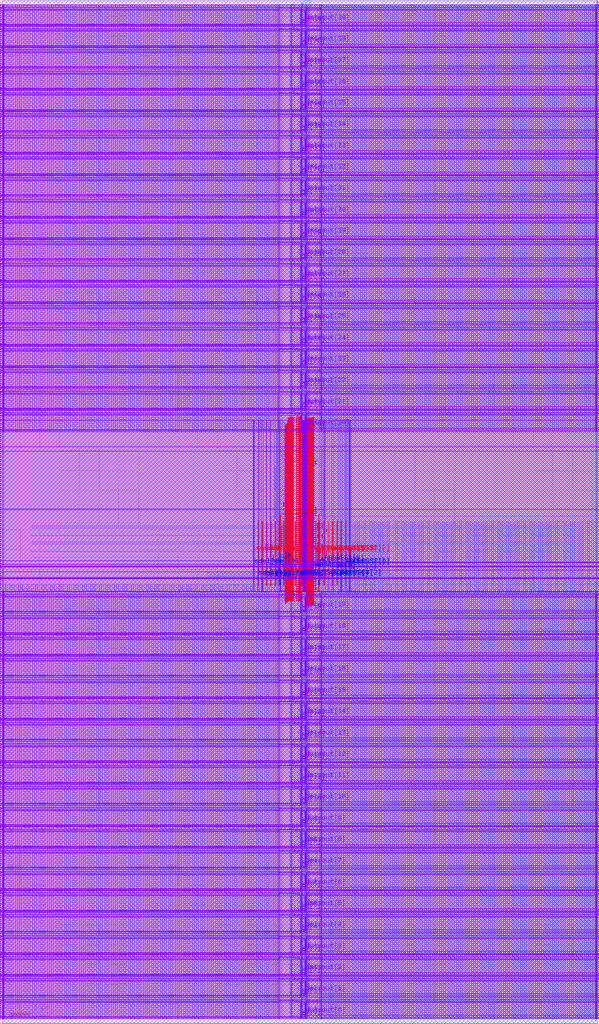
<source format=lef>
VERSION 5.8 ;
BUSBITCHARS "[]" ;
DIVIDERCHAR "/" ;

PROPERTYDEFINITIONS
  MACRO CatenaDesignType STRING ;
END PROPERTYDEFINITIONS

MACRO srambank_256x4x40_6t122
  CLASS BLOCK ;
  ORIGIN 0 0 ;
  FOREIGN srambank_256x4x40_6t122 0 0 ;
  SIZE 30.348 BY 51.84 ;
  SYMMETRY X Y ;
  SITE coreSite ;
  PIN VDD
    DIRECTION INOUT ;
    USE POWER ;
    PORT
      LAYER M4  ;
        RECT 0.1040 1.1720 30.2580 1.2200 ;
        RECT 0.1040 2.2520 30.2580 2.3000 ;
        RECT 0.1040 3.3320 30.2580 3.3800 ;
        RECT 0.1040 4.4120 30.2580 4.4600 ;
        RECT 0.1040 5.4920 30.2580 5.5400 ;
        RECT 0.1040 6.5720 30.2580 6.6200 ;
        RECT 0.1040 7.6520 30.2580 7.7000 ;
        RECT 0.1040 8.7320 30.2580 8.7800 ;
        RECT 0.1040 9.8120 30.2580 9.8600 ;
        RECT 0.1040 10.8920 30.2580 10.9400 ;
        RECT 0.1040 11.9720 30.2580 12.0200 ;
        RECT 0.1040 13.0520 30.2580 13.1000 ;
        RECT 0.1040 14.1320 30.2580 14.1800 ;
        RECT 0.1040 15.2120 30.2580 15.2600 ;
        RECT 0.1040 16.2920 30.2580 16.3400 ;
        RECT 0.1040 17.3720 30.2580 17.4200 ;
        RECT 0.1040 18.4520 30.2580 18.5000 ;
        RECT 0.1040 19.5320 30.2580 19.5800 ;
        RECT 0.1040 20.6120 30.2580 20.6600 ;
        RECT 0.1040 21.6920 30.2580 21.7400 ;
        RECT 0.1040 30.8990 30.2580 30.9470 ;
        RECT 0.1040 31.9790 30.2580 32.0270 ;
        RECT 0.1040 33.0590 30.2580 33.1070 ;
        RECT 0.1040 34.1390 30.2580 34.1870 ;
        RECT 0.1040 35.2190 30.2580 35.2670 ;
        RECT 0.1040 36.2990 30.2580 36.3470 ;
        RECT 0.1040 37.3790 30.2580 37.4270 ;
        RECT 0.1040 38.4590 30.2580 38.5070 ;
        RECT 0.1040 39.5390 30.2580 39.5870 ;
        RECT 0.1040 40.6190 30.2580 40.6670 ;
        RECT 0.1040 41.6990 30.2580 41.7470 ;
        RECT 0.1040 42.7790 30.2580 42.8270 ;
        RECT 0.1040 43.8590 30.2580 43.9070 ;
        RECT 0.1040 44.9390 30.2580 44.9870 ;
        RECT 0.1040 46.0190 30.2580 46.0670 ;
        RECT 0.1040 47.0990 30.2580 47.1470 ;
        RECT 0.1040 48.1790 30.2580 48.2270 ;
        RECT 0.1040 49.2590 30.2580 49.3070 ;
        RECT 0.1040 50.3390 30.2580 50.3870 ;
        RECT 0.1040 51.4190 30.2580 51.4670 ;
      LAYER M3  ;
        RECT 30.2180 0.2165 30.2360 1.3765 ;
        RECT 16.1960 0.2170 16.2140 1.3760 ;
        RECT 14.7920 0.2530 14.8820 1.3685 ;
        RECT 14.1440 0.2170 14.1620 1.3760 ;
        RECT 0.1220 0.2165 0.1400 1.3765 ;
        RECT 30.2180 1.2965 30.2360 2.4565 ;
        RECT 16.1960 1.2970 16.2140 2.4560 ;
        RECT 14.7920 1.3330 14.8820 2.4485 ;
        RECT 14.1440 1.2970 14.1620 2.4560 ;
        RECT 0.1220 1.2965 0.1400 2.4565 ;
        RECT 30.2180 2.3765 30.2360 3.5365 ;
        RECT 16.1960 2.3770 16.2140 3.5360 ;
        RECT 14.7920 2.4130 14.8820 3.5285 ;
        RECT 14.1440 2.3770 14.1620 3.5360 ;
        RECT 0.1220 2.3765 0.1400 3.5365 ;
        RECT 30.2180 3.4565 30.2360 4.6165 ;
        RECT 16.1960 3.4570 16.2140 4.6160 ;
        RECT 14.7920 3.4930 14.8820 4.6085 ;
        RECT 14.1440 3.4570 14.1620 4.6160 ;
        RECT 0.1220 3.4565 0.1400 4.6165 ;
        RECT 30.2180 4.5365 30.2360 5.6965 ;
        RECT 16.1960 4.5370 16.2140 5.6960 ;
        RECT 14.7920 4.5730 14.8820 5.6885 ;
        RECT 14.1440 4.5370 14.1620 5.6960 ;
        RECT 0.1220 4.5365 0.1400 5.6965 ;
        RECT 30.2180 5.6165 30.2360 6.7765 ;
        RECT 16.1960 5.6170 16.2140 6.7760 ;
        RECT 14.7920 5.6530 14.8820 6.7685 ;
        RECT 14.1440 5.6170 14.1620 6.7760 ;
        RECT 0.1220 5.6165 0.1400 6.7765 ;
        RECT 30.2180 6.6965 30.2360 7.8565 ;
        RECT 16.1960 6.6970 16.2140 7.8560 ;
        RECT 14.7920 6.7330 14.8820 7.8485 ;
        RECT 14.1440 6.6970 14.1620 7.8560 ;
        RECT 0.1220 6.6965 0.1400 7.8565 ;
        RECT 30.2180 7.7765 30.2360 8.9365 ;
        RECT 16.1960 7.7770 16.2140 8.9360 ;
        RECT 14.7920 7.8130 14.8820 8.9285 ;
        RECT 14.1440 7.7770 14.1620 8.9360 ;
        RECT 0.1220 7.7765 0.1400 8.9365 ;
        RECT 30.2180 8.8565 30.2360 10.0165 ;
        RECT 16.1960 8.8570 16.2140 10.0160 ;
        RECT 14.7920 8.8930 14.8820 10.0085 ;
        RECT 14.1440 8.8570 14.1620 10.0160 ;
        RECT 0.1220 8.8565 0.1400 10.0165 ;
        RECT 30.2180 9.9365 30.2360 11.0965 ;
        RECT 16.1960 9.9370 16.2140 11.0960 ;
        RECT 14.7920 9.9730 14.8820 11.0885 ;
        RECT 14.1440 9.9370 14.1620 11.0960 ;
        RECT 0.1220 9.9365 0.1400 11.0965 ;
        RECT 30.2180 11.0165 30.2360 12.1765 ;
        RECT 16.1960 11.0170 16.2140 12.1760 ;
        RECT 14.7920 11.0530 14.8820 12.1685 ;
        RECT 14.1440 11.0170 14.1620 12.1760 ;
        RECT 0.1220 11.0165 0.1400 12.1765 ;
        RECT 30.2180 12.0965 30.2360 13.2565 ;
        RECT 16.1960 12.0970 16.2140 13.2560 ;
        RECT 14.7920 12.1330 14.8820 13.2485 ;
        RECT 14.1440 12.0970 14.1620 13.2560 ;
        RECT 0.1220 12.0965 0.1400 13.2565 ;
        RECT 30.2180 13.1765 30.2360 14.3365 ;
        RECT 16.1960 13.1770 16.2140 14.3360 ;
        RECT 14.7920 13.2130 14.8820 14.3285 ;
        RECT 14.1440 13.1770 14.1620 14.3360 ;
        RECT 0.1220 13.1765 0.1400 14.3365 ;
        RECT 30.2180 14.2565 30.2360 15.4165 ;
        RECT 16.1960 14.2570 16.2140 15.4160 ;
        RECT 14.7920 14.2930 14.8820 15.4085 ;
        RECT 14.1440 14.2570 14.1620 15.4160 ;
        RECT 0.1220 14.2565 0.1400 15.4165 ;
        RECT 30.2180 15.3365 30.2360 16.4965 ;
        RECT 16.1960 15.3370 16.2140 16.4960 ;
        RECT 14.7920 15.3730 14.8820 16.4885 ;
        RECT 14.1440 15.3370 14.1620 16.4960 ;
        RECT 0.1220 15.3365 0.1400 16.4965 ;
        RECT 30.2180 16.4165 30.2360 17.5765 ;
        RECT 16.1960 16.4170 16.2140 17.5760 ;
        RECT 14.7920 16.4530 14.8820 17.5685 ;
        RECT 14.1440 16.4170 14.1620 17.5760 ;
        RECT 0.1220 16.4165 0.1400 17.5765 ;
        RECT 30.2180 17.4965 30.2360 18.6565 ;
        RECT 16.1960 17.4970 16.2140 18.6560 ;
        RECT 14.7920 17.5330 14.8820 18.6485 ;
        RECT 14.1440 17.4970 14.1620 18.6560 ;
        RECT 0.1220 17.4965 0.1400 18.6565 ;
        RECT 30.2180 18.5765 30.2360 19.7365 ;
        RECT 16.1960 18.5770 16.2140 19.7360 ;
        RECT 14.7920 18.6130 14.8820 19.7285 ;
        RECT 14.1440 18.5770 14.1620 19.7360 ;
        RECT 0.1220 18.5765 0.1400 19.7365 ;
        RECT 30.2180 19.6565 30.2360 20.8165 ;
        RECT 16.1960 19.6570 16.2140 20.8160 ;
        RECT 14.7920 19.6930 14.8820 20.8085 ;
        RECT 14.1440 19.6570 14.1620 20.8160 ;
        RECT 0.1220 19.6565 0.1400 20.8165 ;
        RECT 30.2180 20.7365 30.2360 21.8965 ;
        RECT 16.1960 20.7370 16.2140 21.8960 ;
        RECT 14.7920 20.7730 14.8820 21.8885 ;
        RECT 14.1440 20.7370 14.1620 21.8960 ;
        RECT 0.1220 20.7365 0.1400 21.8965 ;
        RECT 14.0490 25.6850 14.0670 31.7485 ;
        RECT 30.2180 29.9435 30.2360 31.1035 ;
        RECT 16.1960 29.9440 16.2140 31.1030 ;
        RECT 14.7920 29.9800 14.8820 31.0955 ;
        RECT 14.1440 29.9440 14.1620 31.1030 ;
        RECT 0.1220 29.9435 0.1400 31.1035 ;
        RECT 30.2180 31.0235 30.2360 32.1835 ;
        RECT 16.1960 31.0240 16.2140 32.1830 ;
        RECT 14.7920 31.0600 14.8820 32.1755 ;
        RECT 14.1440 31.0240 14.1620 32.1830 ;
        RECT 0.1220 31.0235 0.1400 32.1835 ;
        RECT 30.2180 32.1035 30.2360 33.2635 ;
        RECT 16.1960 32.1040 16.2140 33.2630 ;
        RECT 14.7920 32.1400 14.8820 33.2555 ;
        RECT 14.1440 32.1040 14.1620 33.2630 ;
        RECT 0.1220 32.1035 0.1400 33.2635 ;
        RECT 30.2180 33.1835 30.2360 34.3435 ;
        RECT 16.1960 33.1840 16.2140 34.3430 ;
        RECT 14.7920 33.2200 14.8820 34.3355 ;
        RECT 14.1440 33.1840 14.1620 34.3430 ;
        RECT 0.1220 33.1835 0.1400 34.3435 ;
        RECT 30.2180 34.2635 30.2360 35.4235 ;
        RECT 16.1960 34.2640 16.2140 35.4230 ;
        RECT 14.7920 34.3000 14.8820 35.4155 ;
        RECT 14.1440 34.2640 14.1620 35.4230 ;
        RECT 0.1220 34.2635 0.1400 35.4235 ;
        RECT 30.2180 35.3435 30.2360 36.5035 ;
        RECT 16.1960 35.3440 16.2140 36.5030 ;
        RECT 14.7920 35.3800 14.8820 36.4955 ;
        RECT 14.1440 35.3440 14.1620 36.5030 ;
        RECT 0.1220 35.3435 0.1400 36.5035 ;
        RECT 30.2180 36.4235 30.2360 37.5835 ;
        RECT 16.1960 36.4240 16.2140 37.5830 ;
        RECT 14.7920 36.4600 14.8820 37.5755 ;
        RECT 14.1440 36.4240 14.1620 37.5830 ;
        RECT 0.1220 36.4235 0.1400 37.5835 ;
        RECT 30.2180 37.5035 30.2360 38.6635 ;
        RECT 16.1960 37.5040 16.2140 38.6630 ;
        RECT 14.7920 37.5400 14.8820 38.6555 ;
        RECT 14.1440 37.5040 14.1620 38.6630 ;
        RECT 0.1220 37.5035 0.1400 38.6635 ;
        RECT 30.2180 38.5835 30.2360 39.7435 ;
        RECT 16.1960 38.5840 16.2140 39.7430 ;
        RECT 14.7920 38.6200 14.8820 39.7355 ;
        RECT 14.1440 38.5840 14.1620 39.7430 ;
        RECT 0.1220 38.5835 0.1400 39.7435 ;
        RECT 30.2180 39.6635 30.2360 40.8235 ;
        RECT 16.1960 39.6640 16.2140 40.8230 ;
        RECT 14.7920 39.7000 14.8820 40.8155 ;
        RECT 14.1440 39.6640 14.1620 40.8230 ;
        RECT 0.1220 39.6635 0.1400 40.8235 ;
        RECT 30.2180 40.7435 30.2360 41.9035 ;
        RECT 16.1960 40.7440 16.2140 41.9030 ;
        RECT 14.7920 40.7800 14.8820 41.8955 ;
        RECT 14.1440 40.7440 14.1620 41.9030 ;
        RECT 0.1220 40.7435 0.1400 41.9035 ;
        RECT 30.2180 41.8235 30.2360 42.9835 ;
        RECT 16.1960 41.8240 16.2140 42.9830 ;
        RECT 14.7920 41.8600 14.8820 42.9755 ;
        RECT 14.1440 41.8240 14.1620 42.9830 ;
        RECT 0.1220 41.8235 0.1400 42.9835 ;
        RECT 30.2180 42.9035 30.2360 44.0635 ;
        RECT 16.1960 42.9040 16.2140 44.0630 ;
        RECT 14.7920 42.9400 14.8820 44.0555 ;
        RECT 14.1440 42.9040 14.1620 44.0630 ;
        RECT 0.1220 42.9035 0.1400 44.0635 ;
        RECT 30.2180 43.9835 30.2360 45.1435 ;
        RECT 16.1960 43.9840 16.2140 45.1430 ;
        RECT 14.7920 44.0200 14.8820 45.1355 ;
        RECT 14.1440 43.9840 14.1620 45.1430 ;
        RECT 0.1220 43.9835 0.1400 45.1435 ;
        RECT 30.2180 45.0635 30.2360 46.2235 ;
        RECT 16.1960 45.0640 16.2140 46.2230 ;
        RECT 14.7920 45.1000 14.8820 46.2155 ;
        RECT 14.1440 45.0640 14.1620 46.2230 ;
        RECT 0.1220 45.0635 0.1400 46.2235 ;
        RECT 30.2180 46.1435 30.2360 47.3035 ;
        RECT 16.1960 46.1440 16.2140 47.3030 ;
        RECT 14.7920 46.1800 14.8820 47.2955 ;
        RECT 14.1440 46.1440 14.1620 47.3030 ;
        RECT 0.1220 46.1435 0.1400 47.3035 ;
        RECT 30.2180 47.2235 30.2360 48.3835 ;
        RECT 16.1960 47.2240 16.2140 48.3830 ;
        RECT 14.7920 47.2600 14.8820 48.3755 ;
        RECT 14.1440 47.2240 14.1620 48.3830 ;
        RECT 0.1220 47.2235 0.1400 48.3835 ;
        RECT 30.2180 48.3035 30.2360 49.4635 ;
        RECT 16.1960 48.3040 16.2140 49.4630 ;
        RECT 14.7920 48.3400 14.8820 49.4555 ;
        RECT 14.1440 48.3040 14.1620 49.4630 ;
        RECT 0.1220 48.3035 0.1400 49.4635 ;
        RECT 30.2180 49.3835 30.2360 50.5435 ;
        RECT 16.1960 49.3840 16.2140 50.5430 ;
        RECT 14.7920 49.4200 14.8820 50.5355 ;
        RECT 14.1440 49.3840 14.1620 50.5430 ;
        RECT 0.1220 49.3835 0.1400 50.5435 ;
        RECT 30.2180 50.4635 30.2360 51.6235 ;
        RECT 16.1960 50.4640 16.2140 51.6230 ;
        RECT 14.7920 50.5000 14.8820 51.6155 ;
        RECT 14.1440 50.4640 14.1620 51.6230 ;
        RECT 0.1220 50.4635 0.1400 51.6235 ;
      LAYER V3  ;
        RECT 0.1220 1.1720 0.1400 1.2200 ;
        RECT 14.1440 1.1720 14.1620 1.2200 ;
        RECT 14.7920 1.1720 14.8820 1.2200 ;
        RECT 16.1960 1.1720 16.2140 1.2200 ;
        RECT 30.2180 1.1720 30.2360 1.2200 ;
        RECT 0.1220 2.2520 0.1400 2.3000 ;
        RECT 14.1440 2.2520 14.1620 2.3000 ;
        RECT 14.7920 2.2520 14.8820 2.3000 ;
        RECT 16.1960 2.2520 16.2140 2.3000 ;
        RECT 30.2180 2.2520 30.2360 2.3000 ;
        RECT 0.1220 3.3320 0.1400 3.3800 ;
        RECT 14.1440 3.3320 14.1620 3.3800 ;
        RECT 14.7920 3.3320 14.8820 3.3800 ;
        RECT 16.1960 3.3320 16.2140 3.3800 ;
        RECT 30.2180 3.3320 30.2360 3.3800 ;
        RECT 0.1220 4.4120 0.1400 4.4600 ;
        RECT 14.1440 4.4120 14.1620 4.4600 ;
        RECT 14.7920 4.4120 14.8820 4.4600 ;
        RECT 16.1960 4.4120 16.2140 4.4600 ;
        RECT 30.2180 4.4120 30.2360 4.4600 ;
        RECT 0.1220 5.4920 0.1400 5.5400 ;
        RECT 14.1440 5.4920 14.1620 5.5400 ;
        RECT 14.7920 5.4920 14.8820 5.5400 ;
        RECT 16.1960 5.4920 16.2140 5.5400 ;
        RECT 30.2180 5.4920 30.2360 5.5400 ;
        RECT 0.1220 6.5720 0.1400 6.6200 ;
        RECT 14.1440 6.5720 14.1620 6.6200 ;
        RECT 14.7920 6.5720 14.8820 6.6200 ;
        RECT 16.1960 6.5720 16.2140 6.6200 ;
        RECT 30.2180 6.5720 30.2360 6.6200 ;
        RECT 0.1220 7.6520 0.1400 7.7000 ;
        RECT 14.1440 7.6520 14.1620 7.7000 ;
        RECT 14.7920 7.6520 14.8820 7.7000 ;
        RECT 16.1960 7.6520 16.2140 7.7000 ;
        RECT 30.2180 7.6520 30.2360 7.7000 ;
        RECT 0.1220 8.7320 0.1400 8.7800 ;
        RECT 14.1440 8.7320 14.1620 8.7800 ;
        RECT 14.7920 8.7320 14.8820 8.7800 ;
        RECT 16.1960 8.7320 16.2140 8.7800 ;
        RECT 30.2180 8.7320 30.2360 8.7800 ;
        RECT 0.1220 9.8120 0.1400 9.8600 ;
        RECT 14.1440 9.8120 14.1620 9.8600 ;
        RECT 14.7920 9.8120 14.8820 9.8600 ;
        RECT 16.1960 9.8120 16.2140 9.8600 ;
        RECT 30.2180 9.8120 30.2360 9.8600 ;
        RECT 0.1220 10.8920 0.1400 10.9400 ;
        RECT 14.1440 10.8920 14.1620 10.9400 ;
        RECT 14.7920 10.8920 14.8820 10.9400 ;
        RECT 16.1960 10.8920 16.2140 10.9400 ;
        RECT 30.2180 10.8920 30.2360 10.9400 ;
        RECT 0.1220 11.9720 0.1400 12.0200 ;
        RECT 14.1440 11.9720 14.1620 12.0200 ;
        RECT 14.7920 11.9720 14.8820 12.0200 ;
        RECT 16.1960 11.9720 16.2140 12.0200 ;
        RECT 30.2180 11.9720 30.2360 12.0200 ;
        RECT 0.1220 13.0520 0.1400 13.1000 ;
        RECT 14.1440 13.0520 14.1620 13.1000 ;
        RECT 14.7920 13.0520 14.8820 13.1000 ;
        RECT 16.1960 13.0520 16.2140 13.1000 ;
        RECT 30.2180 13.0520 30.2360 13.1000 ;
        RECT 0.1220 14.1320 0.1400 14.1800 ;
        RECT 14.1440 14.1320 14.1620 14.1800 ;
        RECT 14.7920 14.1320 14.8820 14.1800 ;
        RECT 16.1960 14.1320 16.2140 14.1800 ;
        RECT 30.2180 14.1320 30.2360 14.1800 ;
        RECT 0.1220 15.2120 0.1400 15.2600 ;
        RECT 14.1440 15.2120 14.1620 15.2600 ;
        RECT 14.7920 15.2120 14.8820 15.2600 ;
        RECT 16.1960 15.2120 16.2140 15.2600 ;
        RECT 30.2180 15.2120 30.2360 15.2600 ;
        RECT 0.1220 16.2920 0.1400 16.3400 ;
        RECT 14.1440 16.2920 14.1620 16.3400 ;
        RECT 14.7920 16.2920 14.8820 16.3400 ;
        RECT 16.1960 16.2920 16.2140 16.3400 ;
        RECT 30.2180 16.2920 30.2360 16.3400 ;
        RECT 0.1220 17.3720 0.1400 17.4200 ;
        RECT 14.1440 17.3720 14.1620 17.4200 ;
        RECT 14.7920 17.3720 14.8820 17.4200 ;
        RECT 16.1960 17.3720 16.2140 17.4200 ;
        RECT 30.2180 17.3720 30.2360 17.4200 ;
        RECT 0.1220 18.4520 0.1400 18.5000 ;
        RECT 14.1440 18.4520 14.1620 18.5000 ;
        RECT 14.7920 18.4520 14.8820 18.5000 ;
        RECT 16.1960 18.4520 16.2140 18.5000 ;
        RECT 30.2180 18.4520 30.2360 18.5000 ;
        RECT 0.1220 19.5320 0.1400 19.5800 ;
        RECT 14.1440 19.5320 14.1620 19.5800 ;
        RECT 14.7920 19.5320 14.8820 19.5800 ;
        RECT 16.1960 19.5320 16.2140 19.5800 ;
        RECT 30.2180 19.5320 30.2360 19.5800 ;
        RECT 0.1220 20.6120 0.1400 20.6600 ;
        RECT 14.1440 20.6120 14.1620 20.6600 ;
        RECT 14.7920 20.6120 14.8820 20.6600 ;
        RECT 16.1960 20.6120 16.2140 20.6600 ;
        RECT 30.2180 20.6120 30.2360 20.6600 ;
        RECT 0.1220 21.6920 0.1400 21.7400 ;
        RECT 14.1440 21.6920 14.1620 21.7400 ;
        RECT 14.7920 21.6920 14.8820 21.7400 ;
        RECT 16.1960 21.6920 16.2140 21.7400 ;
        RECT 30.2180 21.6920 30.2360 21.7400 ;
        RECT 0.1220 30.8990 0.1400 30.9470 ;
        RECT 14.1440 30.8990 14.1620 30.9470 ;
        RECT 14.7920 30.8990 14.8820 30.9470 ;
        RECT 16.1960 30.8990 16.2140 30.9470 ;
        RECT 30.2180 30.8990 30.2360 30.9470 ;
        RECT 0.1220 31.9790 0.1400 32.0270 ;
        RECT 14.1440 31.9790 14.1620 32.0270 ;
        RECT 14.7920 31.9790 14.8820 32.0270 ;
        RECT 16.1960 31.9790 16.2140 32.0270 ;
        RECT 30.2180 31.9790 30.2360 32.0270 ;
        RECT 0.1220 33.0590 0.1400 33.1070 ;
        RECT 14.1440 33.0590 14.1620 33.1070 ;
        RECT 14.7920 33.0590 14.8820 33.1070 ;
        RECT 16.1960 33.0590 16.2140 33.1070 ;
        RECT 30.2180 33.0590 30.2360 33.1070 ;
        RECT 0.1220 34.1390 0.1400 34.1870 ;
        RECT 14.1440 34.1390 14.1620 34.1870 ;
        RECT 14.7920 34.1390 14.8820 34.1870 ;
        RECT 16.1960 34.1390 16.2140 34.1870 ;
        RECT 30.2180 34.1390 30.2360 34.1870 ;
        RECT 0.1220 35.2190 0.1400 35.2670 ;
        RECT 14.1440 35.2190 14.1620 35.2670 ;
        RECT 14.7920 35.2190 14.8820 35.2670 ;
        RECT 16.1960 35.2190 16.2140 35.2670 ;
        RECT 30.2180 35.2190 30.2360 35.2670 ;
        RECT 0.1220 36.2990 0.1400 36.3470 ;
        RECT 14.1440 36.2990 14.1620 36.3470 ;
        RECT 14.7920 36.2990 14.8820 36.3470 ;
        RECT 16.1960 36.2990 16.2140 36.3470 ;
        RECT 30.2180 36.2990 30.2360 36.3470 ;
        RECT 0.1220 37.3790 0.1400 37.4270 ;
        RECT 14.1440 37.3790 14.1620 37.4270 ;
        RECT 14.7920 37.3790 14.8820 37.4270 ;
        RECT 16.1960 37.3790 16.2140 37.4270 ;
        RECT 30.2180 37.3790 30.2360 37.4270 ;
        RECT 0.1220 38.4590 0.1400 38.5070 ;
        RECT 14.1440 38.4590 14.1620 38.5070 ;
        RECT 14.7920 38.4590 14.8820 38.5070 ;
        RECT 16.1960 38.4590 16.2140 38.5070 ;
        RECT 30.2180 38.4590 30.2360 38.5070 ;
        RECT 0.1220 39.5390 0.1400 39.5870 ;
        RECT 14.1440 39.5390 14.1620 39.5870 ;
        RECT 14.7920 39.5390 14.8820 39.5870 ;
        RECT 16.1960 39.5390 16.2140 39.5870 ;
        RECT 30.2180 39.5390 30.2360 39.5870 ;
        RECT 0.1220 40.6190 0.1400 40.6670 ;
        RECT 14.1440 40.6190 14.1620 40.6670 ;
        RECT 14.7920 40.6190 14.8820 40.6670 ;
        RECT 16.1960 40.6190 16.2140 40.6670 ;
        RECT 30.2180 40.6190 30.2360 40.6670 ;
        RECT 0.1220 41.6990 0.1400 41.7470 ;
        RECT 14.1440 41.6990 14.1620 41.7470 ;
        RECT 14.7920 41.6990 14.8820 41.7470 ;
        RECT 16.1960 41.6990 16.2140 41.7470 ;
        RECT 30.2180 41.6990 30.2360 41.7470 ;
        RECT 0.1220 42.7790 0.1400 42.8270 ;
        RECT 14.1440 42.7790 14.1620 42.8270 ;
        RECT 14.7920 42.7790 14.8820 42.8270 ;
        RECT 16.1960 42.7790 16.2140 42.8270 ;
        RECT 30.2180 42.7790 30.2360 42.8270 ;
        RECT 0.1220 43.8590 0.1400 43.9070 ;
        RECT 14.1440 43.8590 14.1620 43.9070 ;
        RECT 14.7920 43.8590 14.8820 43.9070 ;
        RECT 16.1960 43.8590 16.2140 43.9070 ;
        RECT 30.2180 43.8590 30.2360 43.9070 ;
        RECT 0.1220 44.9390 0.1400 44.9870 ;
        RECT 14.1440 44.9390 14.1620 44.9870 ;
        RECT 14.7920 44.9390 14.8820 44.9870 ;
        RECT 16.1960 44.9390 16.2140 44.9870 ;
        RECT 30.2180 44.9390 30.2360 44.9870 ;
        RECT 0.1220 46.0190 0.1400 46.0670 ;
        RECT 14.1440 46.0190 14.1620 46.0670 ;
        RECT 14.7920 46.0190 14.8820 46.0670 ;
        RECT 16.1960 46.0190 16.2140 46.0670 ;
        RECT 30.2180 46.0190 30.2360 46.0670 ;
        RECT 0.1220 47.0990 0.1400 47.1470 ;
        RECT 14.1440 47.0990 14.1620 47.1470 ;
        RECT 14.7920 47.0990 14.8820 47.1470 ;
        RECT 16.1960 47.0990 16.2140 47.1470 ;
        RECT 30.2180 47.0990 30.2360 47.1470 ;
        RECT 0.1220 48.1790 0.1400 48.2270 ;
        RECT 14.1440 48.1790 14.1620 48.2270 ;
        RECT 14.7920 48.1790 14.8820 48.2270 ;
        RECT 16.1960 48.1790 16.2140 48.2270 ;
        RECT 30.2180 48.1790 30.2360 48.2270 ;
        RECT 0.1220 49.2590 0.1400 49.3070 ;
        RECT 14.1440 49.2590 14.1620 49.3070 ;
        RECT 14.7920 49.2590 14.8820 49.3070 ;
        RECT 16.1960 49.2590 16.2140 49.3070 ;
        RECT 30.2180 49.2590 30.2360 49.3070 ;
        RECT 0.1220 50.3390 0.1400 50.3870 ;
        RECT 14.1440 50.3390 14.1620 50.3870 ;
        RECT 14.7920 50.3390 14.8820 50.3870 ;
        RECT 16.1960 50.3390 16.2140 50.3870 ;
        RECT 30.2180 50.3390 30.2360 50.3870 ;
        RECT 0.1220 51.4190 0.1400 51.4670 ;
        RECT 14.1440 51.4190 14.1620 51.4670 ;
        RECT 14.7920 51.4190 14.8820 51.4670 ;
        RECT 16.1960 51.4190 16.2140 51.4670 ;
        RECT 30.2180 51.4190 30.2360 51.4670 ;
    END
  END VDD
  PIN VSS
    DIRECTION INOUT ;
    USE POWER ;
    PORT
      LAYER M4  ;
        RECT 0.1040 1.0760 30.2580 1.1240 ;
        RECT 0.1040 2.1560 30.2580 2.2040 ;
        RECT 0.1040 3.2360 30.2580 3.2840 ;
        RECT 0.1040 4.3160 30.2580 4.3640 ;
        RECT 0.1040 5.3960 30.2580 5.4440 ;
        RECT 0.1040 6.4760 30.2580 6.5240 ;
        RECT 0.1040 7.5560 30.2580 7.6040 ;
        RECT 0.1040 8.6360 30.2580 8.6840 ;
        RECT 0.1040 9.7160 30.2580 9.7640 ;
        RECT 0.1040 10.7960 30.2580 10.8440 ;
        RECT 0.1040 11.8760 30.2580 11.9240 ;
        RECT 0.1040 12.9560 30.2580 13.0040 ;
        RECT 0.1040 14.0360 30.2580 14.0840 ;
        RECT 0.1040 15.1160 30.2580 15.1640 ;
        RECT 0.1040 16.1960 30.2580 16.2440 ;
        RECT 0.1040 17.2760 30.2580 17.3240 ;
        RECT 0.1040 18.3560 30.2580 18.4040 ;
        RECT 0.1040 19.4360 30.2580 19.4840 ;
        RECT 0.1040 20.5160 30.2580 20.5640 ;
        RECT 0.1040 21.5960 30.2580 21.6440 ;
        RECT 10.4760 22.6615 19.8720 22.8775 ;
        RECT 14.3100 25.8295 16.0380 26.0455 ;
        RECT 14.3100 28.9975 16.0380 29.2135 ;
        RECT 0.1040 30.8030 30.2580 30.8510 ;
        RECT 0.1040 31.8830 30.2580 31.9310 ;
        RECT 0.1040 32.9630 30.2580 33.0110 ;
        RECT 0.1040 34.0430 30.2580 34.0910 ;
        RECT 0.1040 35.1230 30.2580 35.1710 ;
        RECT 0.1040 36.2030 30.2580 36.2510 ;
        RECT 0.1040 37.2830 30.2580 37.3310 ;
        RECT 0.1040 38.3630 30.2580 38.4110 ;
        RECT 0.1040 39.4430 30.2580 39.4910 ;
        RECT 0.1040 40.5230 30.2580 40.5710 ;
        RECT 0.1040 41.6030 30.2580 41.6510 ;
        RECT 0.1040 42.6830 30.2580 42.7310 ;
        RECT 0.1040 43.7630 30.2580 43.8110 ;
        RECT 0.1040 44.8430 30.2580 44.8910 ;
        RECT 0.1040 45.9230 30.2580 45.9710 ;
        RECT 0.1040 47.0030 30.2580 47.0510 ;
        RECT 0.1040 48.0830 30.2580 48.1310 ;
        RECT 0.1040 49.1630 30.2580 49.2110 ;
        RECT 0.1040 50.2430 30.2580 50.2910 ;
        RECT 0.1040 51.3230 30.2580 51.3710 ;
      LAYER M3  ;
        RECT 30.1820 0.2165 30.2000 1.3765 ;
        RECT 16.2500 0.2165 16.2680 1.3765 ;
        RECT 15.4850 0.2530 15.5210 1.3675 ;
        RECT 15.2600 0.2530 15.2870 1.3675 ;
        RECT 14.0900 0.2165 14.1080 1.3765 ;
        RECT 0.1580 0.2165 0.1760 1.3765 ;
        RECT 30.1820 1.2965 30.2000 2.4565 ;
        RECT 16.2500 1.2965 16.2680 2.4565 ;
        RECT 15.4850 1.3330 15.5210 2.4475 ;
        RECT 15.2600 1.3330 15.2870 2.4475 ;
        RECT 14.0900 1.2965 14.1080 2.4565 ;
        RECT 0.1580 1.2965 0.1760 2.4565 ;
        RECT 30.1820 2.3765 30.2000 3.5365 ;
        RECT 16.2500 2.3765 16.2680 3.5365 ;
        RECT 15.4850 2.4130 15.5210 3.5275 ;
        RECT 15.2600 2.4130 15.2870 3.5275 ;
        RECT 14.0900 2.3765 14.1080 3.5365 ;
        RECT 0.1580 2.3765 0.1760 3.5365 ;
        RECT 30.1820 3.4565 30.2000 4.6165 ;
        RECT 16.2500 3.4565 16.2680 4.6165 ;
        RECT 15.4850 3.4930 15.5210 4.6075 ;
        RECT 15.2600 3.4930 15.2870 4.6075 ;
        RECT 14.0900 3.4565 14.1080 4.6165 ;
        RECT 0.1580 3.4565 0.1760 4.6165 ;
        RECT 30.1820 4.5365 30.2000 5.6965 ;
        RECT 16.2500 4.5365 16.2680 5.6965 ;
        RECT 15.4850 4.5730 15.5210 5.6875 ;
        RECT 15.2600 4.5730 15.2870 5.6875 ;
        RECT 14.0900 4.5365 14.1080 5.6965 ;
        RECT 0.1580 4.5365 0.1760 5.6965 ;
        RECT 30.1820 5.6165 30.2000 6.7765 ;
        RECT 16.2500 5.6165 16.2680 6.7765 ;
        RECT 15.4850 5.6530 15.5210 6.7675 ;
        RECT 15.2600 5.6530 15.2870 6.7675 ;
        RECT 14.0900 5.6165 14.1080 6.7765 ;
        RECT 0.1580 5.6165 0.1760 6.7765 ;
        RECT 30.1820 6.6965 30.2000 7.8565 ;
        RECT 16.2500 6.6965 16.2680 7.8565 ;
        RECT 15.4850 6.7330 15.5210 7.8475 ;
        RECT 15.2600 6.7330 15.2870 7.8475 ;
        RECT 14.0900 6.6965 14.1080 7.8565 ;
        RECT 0.1580 6.6965 0.1760 7.8565 ;
        RECT 30.1820 7.7765 30.2000 8.9365 ;
        RECT 16.2500 7.7765 16.2680 8.9365 ;
        RECT 15.4850 7.8130 15.5210 8.9275 ;
        RECT 15.2600 7.8130 15.2870 8.9275 ;
        RECT 14.0900 7.7765 14.1080 8.9365 ;
        RECT 0.1580 7.7765 0.1760 8.9365 ;
        RECT 30.1820 8.8565 30.2000 10.0165 ;
        RECT 16.2500 8.8565 16.2680 10.0165 ;
        RECT 15.4850 8.8930 15.5210 10.0075 ;
        RECT 15.2600 8.8930 15.2870 10.0075 ;
        RECT 14.0900 8.8565 14.1080 10.0165 ;
        RECT 0.1580 8.8565 0.1760 10.0165 ;
        RECT 30.1820 9.9365 30.2000 11.0965 ;
        RECT 16.2500 9.9365 16.2680 11.0965 ;
        RECT 15.4850 9.9730 15.5210 11.0875 ;
        RECT 15.2600 9.9730 15.2870 11.0875 ;
        RECT 14.0900 9.9365 14.1080 11.0965 ;
        RECT 0.1580 9.9365 0.1760 11.0965 ;
        RECT 30.1820 11.0165 30.2000 12.1765 ;
        RECT 16.2500 11.0165 16.2680 12.1765 ;
        RECT 15.4850 11.0530 15.5210 12.1675 ;
        RECT 15.2600 11.0530 15.2870 12.1675 ;
        RECT 14.0900 11.0165 14.1080 12.1765 ;
        RECT 0.1580 11.0165 0.1760 12.1765 ;
        RECT 30.1820 12.0965 30.2000 13.2565 ;
        RECT 16.2500 12.0965 16.2680 13.2565 ;
        RECT 15.4850 12.1330 15.5210 13.2475 ;
        RECT 15.2600 12.1330 15.2870 13.2475 ;
        RECT 14.0900 12.0965 14.1080 13.2565 ;
        RECT 0.1580 12.0965 0.1760 13.2565 ;
        RECT 30.1820 13.1765 30.2000 14.3365 ;
        RECT 16.2500 13.1765 16.2680 14.3365 ;
        RECT 15.4850 13.2130 15.5210 14.3275 ;
        RECT 15.2600 13.2130 15.2870 14.3275 ;
        RECT 14.0900 13.1765 14.1080 14.3365 ;
        RECT 0.1580 13.1765 0.1760 14.3365 ;
        RECT 30.1820 14.2565 30.2000 15.4165 ;
        RECT 16.2500 14.2565 16.2680 15.4165 ;
        RECT 15.4850 14.2930 15.5210 15.4075 ;
        RECT 15.2600 14.2930 15.2870 15.4075 ;
        RECT 14.0900 14.2565 14.1080 15.4165 ;
        RECT 0.1580 14.2565 0.1760 15.4165 ;
        RECT 30.1820 15.3365 30.2000 16.4965 ;
        RECT 16.2500 15.3365 16.2680 16.4965 ;
        RECT 15.4850 15.3730 15.5210 16.4875 ;
        RECT 15.2600 15.3730 15.2870 16.4875 ;
        RECT 14.0900 15.3365 14.1080 16.4965 ;
        RECT 0.1580 15.3365 0.1760 16.4965 ;
        RECT 30.1820 16.4165 30.2000 17.5765 ;
        RECT 16.2500 16.4165 16.2680 17.5765 ;
        RECT 15.4850 16.4530 15.5210 17.5675 ;
        RECT 15.2600 16.4530 15.2870 17.5675 ;
        RECT 14.0900 16.4165 14.1080 17.5765 ;
        RECT 0.1580 16.4165 0.1760 17.5765 ;
        RECT 30.1820 17.4965 30.2000 18.6565 ;
        RECT 16.2500 17.4965 16.2680 18.6565 ;
        RECT 15.4850 17.5330 15.5210 18.6475 ;
        RECT 15.2600 17.5330 15.2870 18.6475 ;
        RECT 14.0900 17.4965 14.1080 18.6565 ;
        RECT 0.1580 17.4965 0.1760 18.6565 ;
        RECT 30.1820 18.5765 30.2000 19.7365 ;
        RECT 16.2500 18.5765 16.2680 19.7365 ;
        RECT 15.4850 18.6130 15.5210 19.7275 ;
        RECT 15.2600 18.6130 15.2870 19.7275 ;
        RECT 14.0900 18.5765 14.1080 19.7365 ;
        RECT 0.1580 18.5765 0.1760 19.7365 ;
        RECT 30.1820 19.6565 30.2000 20.8165 ;
        RECT 16.2500 19.6565 16.2680 20.8165 ;
        RECT 15.4850 19.6930 15.5210 20.8075 ;
        RECT 15.2600 19.6930 15.2870 20.8075 ;
        RECT 14.0900 19.6565 14.1080 20.8165 ;
        RECT 0.1580 19.6565 0.1760 20.8165 ;
        RECT 30.1820 20.7365 30.2000 21.8965 ;
        RECT 16.2500 20.7365 16.2680 21.8965 ;
        RECT 15.4850 20.7730 15.5210 21.8875 ;
        RECT 15.2600 20.7730 15.2870 21.8875 ;
        RECT 14.0900 20.7365 14.1080 21.8965 ;
        RECT 0.1580 20.7365 0.1760 21.8965 ;
        RECT 16.2450 21.8670 16.2630 30.0740 ;
        RECT 15.2910 22.0905 15.5250 29.7735 ;
        RECT 14.0850 21.8670 14.1030 31.7485 ;
        RECT 30.1820 29.9435 30.2000 31.1035 ;
        RECT 16.2500 29.9435 16.2680 31.1035 ;
        RECT 15.4850 29.9800 15.5210 31.0945 ;
        RECT 15.2600 29.9800 15.2870 31.0945 ;
        RECT 14.0900 29.9435 14.1080 31.1035 ;
        RECT 0.1580 29.9435 0.1760 31.1035 ;
        RECT 30.1820 31.0235 30.2000 32.1835 ;
        RECT 16.2500 31.0235 16.2680 32.1835 ;
        RECT 15.4850 31.0600 15.5210 32.1745 ;
        RECT 15.2600 31.0600 15.2870 32.1745 ;
        RECT 14.0900 31.0235 14.1080 32.1835 ;
        RECT 0.1580 31.0235 0.1760 32.1835 ;
        RECT 30.1820 32.1035 30.2000 33.2635 ;
        RECT 16.2500 32.1035 16.2680 33.2635 ;
        RECT 15.4850 32.1400 15.5210 33.2545 ;
        RECT 15.2600 32.1400 15.2870 33.2545 ;
        RECT 14.0900 32.1035 14.1080 33.2635 ;
        RECT 0.1580 32.1035 0.1760 33.2635 ;
        RECT 30.1820 33.1835 30.2000 34.3435 ;
        RECT 16.2500 33.1835 16.2680 34.3435 ;
        RECT 15.4850 33.2200 15.5210 34.3345 ;
        RECT 15.2600 33.2200 15.2870 34.3345 ;
        RECT 14.0900 33.1835 14.1080 34.3435 ;
        RECT 0.1580 33.1835 0.1760 34.3435 ;
        RECT 30.1820 34.2635 30.2000 35.4235 ;
        RECT 16.2500 34.2635 16.2680 35.4235 ;
        RECT 15.4850 34.3000 15.5210 35.4145 ;
        RECT 15.2600 34.3000 15.2870 35.4145 ;
        RECT 14.0900 34.2635 14.1080 35.4235 ;
        RECT 0.1580 34.2635 0.1760 35.4235 ;
        RECT 30.1820 35.3435 30.2000 36.5035 ;
        RECT 16.2500 35.3435 16.2680 36.5035 ;
        RECT 15.4850 35.3800 15.5210 36.4945 ;
        RECT 15.2600 35.3800 15.2870 36.4945 ;
        RECT 14.0900 35.3435 14.1080 36.5035 ;
        RECT 0.1580 35.3435 0.1760 36.5035 ;
        RECT 30.1820 36.4235 30.2000 37.5835 ;
        RECT 16.2500 36.4235 16.2680 37.5835 ;
        RECT 15.4850 36.4600 15.5210 37.5745 ;
        RECT 15.2600 36.4600 15.2870 37.5745 ;
        RECT 14.0900 36.4235 14.1080 37.5835 ;
        RECT 0.1580 36.4235 0.1760 37.5835 ;
        RECT 30.1820 37.5035 30.2000 38.6635 ;
        RECT 16.2500 37.5035 16.2680 38.6635 ;
        RECT 15.4850 37.5400 15.5210 38.6545 ;
        RECT 15.2600 37.5400 15.2870 38.6545 ;
        RECT 14.0900 37.5035 14.1080 38.6635 ;
        RECT 0.1580 37.5035 0.1760 38.6635 ;
        RECT 30.1820 38.5835 30.2000 39.7435 ;
        RECT 16.2500 38.5835 16.2680 39.7435 ;
        RECT 15.4850 38.6200 15.5210 39.7345 ;
        RECT 15.2600 38.6200 15.2870 39.7345 ;
        RECT 14.0900 38.5835 14.1080 39.7435 ;
        RECT 0.1580 38.5835 0.1760 39.7435 ;
        RECT 30.1820 39.6635 30.2000 40.8235 ;
        RECT 16.2500 39.6635 16.2680 40.8235 ;
        RECT 15.4850 39.7000 15.5210 40.8145 ;
        RECT 15.2600 39.7000 15.2870 40.8145 ;
        RECT 14.0900 39.6635 14.1080 40.8235 ;
        RECT 0.1580 39.6635 0.1760 40.8235 ;
        RECT 30.1820 40.7435 30.2000 41.9035 ;
        RECT 16.2500 40.7435 16.2680 41.9035 ;
        RECT 15.4850 40.7800 15.5210 41.8945 ;
        RECT 15.2600 40.7800 15.2870 41.8945 ;
        RECT 14.0900 40.7435 14.1080 41.9035 ;
        RECT 0.1580 40.7435 0.1760 41.9035 ;
        RECT 30.1820 41.8235 30.2000 42.9835 ;
        RECT 16.2500 41.8235 16.2680 42.9835 ;
        RECT 15.4850 41.8600 15.5210 42.9745 ;
        RECT 15.2600 41.8600 15.2870 42.9745 ;
        RECT 14.0900 41.8235 14.1080 42.9835 ;
        RECT 0.1580 41.8235 0.1760 42.9835 ;
        RECT 30.1820 42.9035 30.2000 44.0635 ;
        RECT 16.2500 42.9035 16.2680 44.0635 ;
        RECT 15.4850 42.9400 15.5210 44.0545 ;
        RECT 15.2600 42.9400 15.2870 44.0545 ;
        RECT 14.0900 42.9035 14.1080 44.0635 ;
        RECT 0.1580 42.9035 0.1760 44.0635 ;
        RECT 30.1820 43.9835 30.2000 45.1435 ;
        RECT 16.2500 43.9835 16.2680 45.1435 ;
        RECT 15.4850 44.0200 15.5210 45.1345 ;
        RECT 15.2600 44.0200 15.2870 45.1345 ;
        RECT 14.0900 43.9835 14.1080 45.1435 ;
        RECT 0.1580 43.9835 0.1760 45.1435 ;
        RECT 30.1820 45.0635 30.2000 46.2235 ;
        RECT 16.2500 45.0635 16.2680 46.2235 ;
        RECT 15.4850 45.1000 15.5210 46.2145 ;
        RECT 15.2600 45.1000 15.2870 46.2145 ;
        RECT 14.0900 45.0635 14.1080 46.2235 ;
        RECT 0.1580 45.0635 0.1760 46.2235 ;
        RECT 30.1820 46.1435 30.2000 47.3035 ;
        RECT 16.2500 46.1435 16.2680 47.3035 ;
        RECT 15.4850 46.1800 15.5210 47.2945 ;
        RECT 15.2600 46.1800 15.2870 47.2945 ;
        RECT 14.0900 46.1435 14.1080 47.3035 ;
        RECT 0.1580 46.1435 0.1760 47.3035 ;
        RECT 30.1820 47.2235 30.2000 48.3835 ;
        RECT 16.2500 47.2235 16.2680 48.3835 ;
        RECT 15.4850 47.2600 15.5210 48.3745 ;
        RECT 15.2600 47.2600 15.2870 48.3745 ;
        RECT 14.0900 47.2235 14.1080 48.3835 ;
        RECT 0.1580 47.2235 0.1760 48.3835 ;
        RECT 30.1820 48.3035 30.2000 49.4635 ;
        RECT 16.2500 48.3035 16.2680 49.4635 ;
        RECT 15.4850 48.3400 15.5210 49.4545 ;
        RECT 15.2600 48.3400 15.2870 49.4545 ;
        RECT 14.0900 48.3035 14.1080 49.4635 ;
        RECT 0.1580 48.3035 0.1760 49.4635 ;
        RECT 30.1820 49.3835 30.2000 50.5435 ;
        RECT 16.2500 49.3835 16.2680 50.5435 ;
        RECT 15.4850 49.4200 15.5210 50.5345 ;
        RECT 15.2600 49.4200 15.2870 50.5345 ;
        RECT 14.0900 49.3835 14.1080 50.5435 ;
        RECT 0.1580 49.3835 0.1760 50.5435 ;
        RECT 30.1820 50.4635 30.2000 51.6235 ;
        RECT 16.2500 50.4635 16.2680 51.6235 ;
        RECT 15.4850 50.5000 15.5210 51.6145 ;
        RECT 15.2600 50.5000 15.2870 51.6145 ;
        RECT 14.0900 50.4635 14.1080 51.6235 ;
        RECT 0.1580 50.4635 0.1760 51.6235 ;
      LAYER V3  ;
        RECT 0.1580 1.0760 0.1760 1.1240 ;
        RECT 14.0900 1.0760 14.1080 1.1240 ;
        RECT 15.2600 1.0760 15.2870 1.1240 ;
        RECT 15.4850 1.0760 15.5210 1.1240 ;
        RECT 16.2500 1.0760 16.2680 1.1240 ;
        RECT 30.1820 1.0760 30.2000 1.1240 ;
        RECT 0.1580 2.1560 0.1760 2.2040 ;
        RECT 14.0900 2.1560 14.1080 2.2040 ;
        RECT 15.2600 2.1560 15.2870 2.2040 ;
        RECT 15.4850 2.1560 15.5210 2.2040 ;
        RECT 16.2500 2.1560 16.2680 2.2040 ;
        RECT 30.1820 2.1560 30.2000 2.2040 ;
        RECT 0.1580 3.2360 0.1760 3.2840 ;
        RECT 14.0900 3.2360 14.1080 3.2840 ;
        RECT 15.2600 3.2360 15.2870 3.2840 ;
        RECT 15.4850 3.2360 15.5210 3.2840 ;
        RECT 16.2500 3.2360 16.2680 3.2840 ;
        RECT 30.1820 3.2360 30.2000 3.2840 ;
        RECT 0.1580 4.3160 0.1760 4.3640 ;
        RECT 14.0900 4.3160 14.1080 4.3640 ;
        RECT 15.2600 4.3160 15.2870 4.3640 ;
        RECT 15.4850 4.3160 15.5210 4.3640 ;
        RECT 16.2500 4.3160 16.2680 4.3640 ;
        RECT 30.1820 4.3160 30.2000 4.3640 ;
        RECT 0.1580 5.3960 0.1760 5.4440 ;
        RECT 14.0900 5.3960 14.1080 5.4440 ;
        RECT 15.2600 5.3960 15.2870 5.4440 ;
        RECT 15.4850 5.3960 15.5210 5.4440 ;
        RECT 16.2500 5.3960 16.2680 5.4440 ;
        RECT 30.1820 5.3960 30.2000 5.4440 ;
        RECT 0.1580 6.4760 0.1760 6.5240 ;
        RECT 14.0900 6.4760 14.1080 6.5240 ;
        RECT 15.2600 6.4760 15.2870 6.5240 ;
        RECT 15.4850 6.4760 15.5210 6.5240 ;
        RECT 16.2500 6.4760 16.2680 6.5240 ;
        RECT 30.1820 6.4760 30.2000 6.5240 ;
        RECT 0.1580 7.5560 0.1760 7.6040 ;
        RECT 14.0900 7.5560 14.1080 7.6040 ;
        RECT 15.2600 7.5560 15.2870 7.6040 ;
        RECT 15.4850 7.5560 15.5210 7.6040 ;
        RECT 16.2500 7.5560 16.2680 7.6040 ;
        RECT 30.1820 7.5560 30.2000 7.6040 ;
        RECT 0.1580 8.6360 0.1760 8.6840 ;
        RECT 14.0900 8.6360 14.1080 8.6840 ;
        RECT 15.2600 8.6360 15.2870 8.6840 ;
        RECT 15.4850 8.6360 15.5210 8.6840 ;
        RECT 16.2500 8.6360 16.2680 8.6840 ;
        RECT 30.1820 8.6360 30.2000 8.6840 ;
        RECT 0.1580 9.7160 0.1760 9.7640 ;
        RECT 14.0900 9.7160 14.1080 9.7640 ;
        RECT 15.2600 9.7160 15.2870 9.7640 ;
        RECT 15.4850 9.7160 15.5210 9.7640 ;
        RECT 16.2500 9.7160 16.2680 9.7640 ;
        RECT 30.1820 9.7160 30.2000 9.7640 ;
        RECT 0.1580 10.7960 0.1760 10.8440 ;
        RECT 14.0900 10.7960 14.1080 10.8440 ;
        RECT 15.2600 10.7960 15.2870 10.8440 ;
        RECT 15.4850 10.7960 15.5210 10.8440 ;
        RECT 16.2500 10.7960 16.2680 10.8440 ;
        RECT 30.1820 10.7960 30.2000 10.8440 ;
        RECT 0.1580 11.8760 0.1760 11.9240 ;
        RECT 14.0900 11.8760 14.1080 11.9240 ;
        RECT 15.2600 11.8760 15.2870 11.9240 ;
        RECT 15.4850 11.8760 15.5210 11.9240 ;
        RECT 16.2500 11.8760 16.2680 11.9240 ;
        RECT 30.1820 11.8760 30.2000 11.9240 ;
        RECT 0.1580 12.9560 0.1760 13.0040 ;
        RECT 14.0900 12.9560 14.1080 13.0040 ;
        RECT 15.2600 12.9560 15.2870 13.0040 ;
        RECT 15.4850 12.9560 15.5210 13.0040 ;
        RECT 16.2500 12.9560 16.2680 13.0040 ;
        RECT 30.1820 12.9560 30.2000 13.0040 ;
        RECT 0.1580 14.0360 0.1760 14.0840 ;
        RECT 14.0900 14.0360 14.1080 14.0840 ;
        RECT 15.2600 14.0360 15.2870 14.0840 ;
        RECT 15.4850 14.0360 15.5210 14.0840 ;
        RECT 16.2500 14.0360 16.2680 14.0840 ;
        RECT 30.1820 14.0360 30.2000 14.0840 ;
        RECT 0.1580 15.1160 0.1760 15.1640 ;
        RECT 14.0900 15.1160 14.1080 15.1640 ;
        RECT 15.2600 15.1160 15.2870 15.1640 ;
        RECT 15.4850 15.1160 15.5210 15.1640 ;
        RECT 16.2500 15.1160 16.2680 15.1640 ;
        RECT 30.1820 15.1160 30.2000 15.1640 ;
        RECT 0.1580 16.1960 0.1760 16.2440 ;
        RECT 14.0900 16.1960 14.1080 16.2440 ;
        RECT 15.2600 16.1960 15.2870 16.2440 ;
        RECT 15.4850 16.1960 15.5210 16.2440 ;
        RECT 16.2500 16.1960 16.2680 16.2440 ;
        RECT 30.1820 16.1960 30.2000 16.2440 ;
        RECT 0.1580 17.2760 0.1760 17.3240 ;
        RECT 14.0900 17.2760 14.1080 17.3240 ;
        RECT 15.2600 17.2760 15.2870 17.3240 ;
        RECT 15.4850 17.2760 15.5210 17.3240 ;
        RECT 16.2500 17.2760 16.2680 17.3240 ;
        RECT 30.1820 17.2760 30.2000 17.3240 ;
        RECT 0.1580 18.3560 0.1760 18.4040 ;
        RECT 14.0900 18.3560 14.1080 18.4040 ;
        RECT 15.2600 18.3560 15.2870 18.4040 ;
        RECT 15.4850 18.3560 15.5210 18.4040 ;
        RECT 16.2500 18.3560 16.2680 18.4040 ;
        RECT 30.1820 18.3560 30.2000 18.4040 ;
        RECT 0.1580 19.4360 0.1760 19.4840 ;
        RECT 14.0900 19.4360 14.1080 19.4840 ;
        RECT 15.2600 19.4360 15.2870 19.4840 ;
        RECT 15.4850 19.4360 15.5210 19.4840 ;
        RECT 16.2500 19.4360 16.2680 19.4840 ;
        RECT 30.1820 19.4360 30.2000 19.4840 ;
        RECT 0.1580 20.5160 0.1760 20.5640 ;
        RECT 14.0900 20.5160 14.1080 20.5640 ;
        RECT 15.2600 20.5160 15.2870 20.5640 ;
        RECT 15.4850 20.5160 15.5210 20.5640 ;
        RECT 16.2500 20.5160 16.2680 20.5640 ;
        RECT 30.1820 20.5160 30.2000 20.5640 ;
        RECT 0.1580 21.5960 0.1760 21.6440 ;
        RECT 14.0900 21.5960 14.1080 21.6440 ;
        RECT 15.2600 21.5960 15.2870 21.6440 ;
        RECT 15.4850 21.5960 15.5210 21.6440 ;
        RECT 16.2500 21.5960 16.2680 21.6440 ;
        RECT 30.1820 21.5960 30.2000 21.6440 ;
        RECT 14.0850 22.6615 14.1030 22.8775 ;
        RECT 15.2950 28.9975 15.3130 29.2135 ;
        RECT 15.2950 25.8295 15.3130 26.0455 ;
        RECT 15.2950 22.6615 15.3130 22.8775 ;
        RECT 15.3470 28.9975 15.3650 29.2135 ;
        RECT 15.3470 25.8295 15.3650 26.0455 ;
        RECT 15.3470 22.6615 15.3650 22.8775 ;
        RECT 15.3990 28.9975 15.4170 29.2135 ;
        RECT 15.3990 25.8295 15.4170 26.0455 ;
        RECT 15.3990 22.6615 15.4170 22.8775 ;
        RECT 15.4510 28.9975 15.4690 29.2135 ;
        RECT 15.4510 25.8295 15.4690 26.0455 ;
        RECT 15.4510 22.6615 15.4690 22.8775 ;
        RECT 15.5030 28.9975 15.5210 29.2135 ;
        RECT 15.5030 25.8295 15.5210 26.0455 ;
        RECT 15.5030 22.6615 15.5210 22.8775 ;
        RECT 16.2450 22.6615 16.2630 22.8775 ;
        RECT 0.1580 30.8030 0.1760 30.8510 ;
        RECT 14.0900 30.8030 14.1080 30.8510 ;
        RECT 15.2600 30.8030 15.2870 30.8510 ;
        RECT 15.4850 30.8030 15.5210 30.8510 ;
        RECT 16.2500 30.8030 16.2680 30.8510 ;
        RECT 30.1820 30.8030 30.2000 30.8510 ;
        RECT 0.1580 31.8830 0.1760 31.9310 ;
        RECT 14.0900 31.8830 14.1080 31.9310 ;
        RECT 15.2600 31.8830 15.2870 31.9310 ;
        RECT 15.4850 31.8830 15.5210 31.9310 ;
        RECT 16.2500 31.8830 16.2680 31.9310 ;
        RECT 30.1820 31.8830 30.2000 31.9310 ;
        RECT 0.1580 32.9630 0.1760 33.0110 ;
        RECT 14.0900 32.9630 14.1080 33.0110 ;
        RECT 15.2600 32.9630 15.2870 33.0110 ;
        RECT 15.4850 32.9630 15.5210 33.0110 ;
        RECT 16.2500 32.9630 16.2680 33.0110 ;
        RECT 30.1820 32.9630 30.2000 33.0110 ;
        RECT 0.1580 34.0430 0.1760 34.0910 ;
        RECT 14.0900 34.0430 14.1080 34.0910 ;
        RECT 15.2600 34.0430 15.2870 34.0910 ;
        RECT 15.4850 34.0430 15.5210 34.0910 ;
        RECT 16.2500 34.0430 16.2680 34.0910 ;
        RECT 30.1820 34.0430 30.2000 34.0910 ;
        RECT 0.1580 35.1230 0.1760 35.1710 ;
        RECT 14.0900 35.1230 14.1080 35.1710 ;
        RECT 15.2600 35.1230 15.2870 35.1710 ;
        RECT 15.4850 35.1230 15.5210 35.1710 ;
        RECT 16.2500 35.1230 16.2680 35.1710 ;
        RECT 30.1820 35.1230 30.2000 35.1710 ;
        RECT 0.1580 36.2030 0.1760 36.2510 ;
        RECT 14.0900 36.2030 14.1080 36.2510 ;
        RECT 15.2600 36.2030 15.2870 36.2510 ;
        RECT 15.4850 36.2030 15.5210 36.2510 ;
        RECT 16.2500 36.2030 16.2680 36.2510 ;
        RECT 30.1820 36.2030 30.2000 36.2510 ;
        RECT 0.1580 37.2830 0.1760 37.3310 ;
        RECT 14.0900 37.2830 14.1080 37.3310 ;
        RECT 15.2600 37.2830 15.2870 37.3310 ;
        RECT 15.4850 37.2830 15.5210 37.3310 ;
        RECT 16.2500 37.2830 16.2680 37.3310 ;
        RECT 30.1820 37.2830 30.2000 37.3310 ;
        RECT 0.1580 38.3630 0.1760 38.4110 ;
        RECT 14.0900 38.3630 14.1080 38.4110 ;
        RECT 15.2600 38.3630 15.2870 38.4110 ;
        RECT 15.4850 38.3630 15.5210 38.4110 ;
        RECT 16.2500 38.3630 16.2680 38.4110 ;
        RECT 30.1820 38.3630 30.2000 38.4110 ;
        RECT 0.1580 39.4430 0.1760 39.4910 ;
        RECT 14.0900 39.4430 14.1080 39.4910 ;
        RECT 15.2600 39.4430 15.2870 39.4910 ;
        RECT 15.4850 39.4430 15.5210 39.4910 ;
        RECT 16.2500 39.4430 16.2680 39.4910 ;
        RECT 30.1820 39.4430 30.2000 39.4910 ;
        RECT 0.1580 40.5230 0.1760 40.5710 ;
        RECT 14.0900 40.5230 14.1080 40.5710 ;
        RECT 15.2600 40.5230 15.2870 40.5710 ;
        RECT 15.4850 40.5230 15.5210 40.5710 ;
        RECT 16.2500 40.5230 16.2680 40.5710 ;
        RECT 30.1820 40.5230 30.2000 40.5710 ;
        RECT 0.1580 41.6030 0.1760 41.6510 ;
        RECT 14.0900 41.6030 14.1080 41.6510 ;
        RECT 15.2600 41.6030 15.2870 41.6510 ;
        RECT 15.4850 41.6030 15.5210 41.6510 ;
        RECT 16.2500 41.6030 16.2680 41.6510 ;
        RECT 30.1820 41.6030 30.2000 41.6510 ;
        RECT 0.1580 42.6830 0.1760 42.7310 ;
        RECT 14.0900 42.6830 14.1080 42.7310 ;
        RECT 15.2600 42.6830 15.2870 42.7310 ;
        RECT 15.4850 42.6830 15.5210 42.7310 ;
        RECT 16.2500 42.6830 16.2680 42.7310 ;
        RECT 30.1820 42.6830 30.2000 42.7310 ;
        RECT 0.1580 43.7630 0.1760 43.8110 ;
        RECT 14.0900 43.7630 14.1080 43.8110 ;
        RECT 15.2600 43.7630 15.2870 43.8110 ;
        RECT 15.4850 43.7630 15.5210 43.8110 ;
        RECT 16.2500 43.7630 16.2680 43.8110 ;
        RECT 30.1820 43.7630 30.2000 43.8110 ;
        RECT 0.1580 44.8430 0.1760 44.8910 ;
        RECT 14.0900 44.8430 14.1080 44.8910 ;
        RECT 15.2600 44.8430 15.2870 44.8910 ;
        RECT 15.4850 44.8430 15.5210 44.8910 ;
        RECT 16.2500 44.8430 16.2680 44.8910 ;
        RECT 30.1820 44.8430 30.2000 44.8910 ;
        RECT 0.1580 45.9230 0.1760 45.9710 ;
        RECT 14.0900 45.9230 14.1080 45.9710 ;
        RECT 15.2600 45.9230 15.2870 45.9710 ;
        RECT 15.4850 45.9230 15.5210 45.9710 ;
        RECT 16.2500 45.9230 16.2680 45.9710 ;
        RECT 30.1820 45.9230 30.2000 45.9710 ;
        RECT 0.1580 47.0030 0.1760 47.0510 ;
        RECT 14.0900 47.0030 14.1080 47.0510 ;
        RECT 15.2600 47.0030 15.2870 47.0510 ;
        RECT 15.4850 47.0030 15.5210 47.0510 ;
        RECT 16.2500 47.0030 16.2680 47.0510 ;
        RECT 30.1820 47.0030 30.2000 47.0510 ;
        RECT 0.1580 48.0830 0.1760 48.1310 ;
        RECT 14.0900 48.0830 14.1080 48.1310 ;
        RECT 15.2600 48.0830 15.2870 48.1310 ;
        RECT 15.4850 48.0830 15.5210 48.1310 ;
        RECT 16.2500 48.0830 16.2680 48.1310 ;
        RECT 30.1820 48.0830 30.2000 48.1310 ;
        RECT 0.1580 49.1630 0.1760 49.2110 ;
        RECT 14.0900 49.1630 14.1080 49.2110 ;
        RECT 15.2600 49.1630 15.2870 49.2110 ;
        RECT 15.4850 49.1630 15.5210 49.2110 ;
        RECT 16.2500 49.1630 16.2680 49.2110 ;
        RECT 30.1820 49.1630 30.2000 49.2110 ;
        RECT 0.1580 50.2430 0.1760 50.2910 ;
        RECT 14.0900 50.2430 14.1080 50.2910 ;
        RECT 15.2600 50.2430 15.2870 50.2910 ;
        RECT 15.4850 50.2430 15.5210 50.2910 ;
        RECT 16.2500 50.2430 16.2680 50.2910 ;
        RECT 30.1820 50.2430 30.2000 50.2910 ;
        RECT 0.1580 51.3230 0.1760 51.3710 ;
        RECT 14.0900 51.3230 14.1080 51.3710 ;
        RECT 15.2600 51.3230 15.2870 51.3710 ;
        RECT 15.4850 51.3230 15.5210 51.3710 ;
        RECT 16.2500 51.3230 16.2680 51.3710 ;
        RECT 30.1820 51.3230 30.2000 51.3710 ;
    END
  END VSS
  PIN ADDRESS[0]
    DIRECTION INPUT ;
    USE SIGNAL ;
    PORT
      LAYER M3  ;
        RECT 17.7030 23.1335 17.7210 23.1705 ;
      LAYER M4  ;
        RECT 17.6510 23.1415 17.7350 23.1655 ;
      LAYER M5  ;
        RECT 17.7000 22.1905 17.7240 25.4305 ;
      LAYER V3  ;
        RECT 17.7030 23.1415 17.7210 23.1655 ;
      LAYER V4  ;
        RECT 17.7000 23.1415 17.7240 23.1655 ;
    END
  END ADDRESS[0]
  PIN ADDRESS[1]
    DIRECTION INPUT ;
    USE SIGNAL ;
    PORT
      LAYER M3  ;
        RECT 17.4870 23.1365 17.5050 23.1735 ;
      LAYER M4  ;
        RECT 17.4350 23.1415 17.5190 23.1655 ;
      LAYER M5  ;
        RECT 17.4840 22.1905 17.5080 25.4305 ;
      LAYER V3  ;
        RECT 17.4870 23.1415 17.5050 23.1655 ;
      LAYER V4  ;
        RECT 17.4840 23.1415 17.5080 23.1655 ;
    END
  END ADDRESS[1]
  PIN ADDRESS[2]
    DIRECTION INPUT ;
    USE SIGNAL ;
    PORT
      LAYER M3  ;
        RECT 17.2710 22.5575 17.2890 22.5945 ;
      LAYER M4  ;
        RECT 17.2190 22.5655 17.3030 22.5895 ;
      LAYER M5  ;
        RECT 17.2680 22.1905 17.2920 25.4305 ;
      LAYER V3  ;
        RECT 17.2710 22.5655 17.2890 22.5895 ;
      LAYER V4  ;
        RECT 17.2680 22.5655 17.2920 22.5895 ;
    END
  END ADDRESS[2]
  PIN ADDRESS[3]
    DIRECTION INPUT ;
    USE SIGNAL ;
    PORT
      LAYER M3  ;
        RECT 17.0550 22.7975 17.0730 22.9785 ;
      LAYER M4  ;
        RECT 17.0030 22.9495 17.0870 22.9735 ;
      LAYER M5  ;
        RECT 17.0520 22.1905 17.0760 25.4305 ;
      LAYER V3  ;
        RECT 17.0550 22.9495 17.0730 22.9735 ;
      LAYER V4  ;
        RECT 17.0520 22.9495 17.0760 22.9735 ;
    END
  END ADDRESS[3]
  PIN ADDRESS[4]
    DIRECTION INPUT ;
    USE SIGNAL ;
    PORT
      LAYER M3  ;
        RECT 16.8390 22.5605 16.8570 22.6275 ;
      LAYER M4  ;
        RECT 16.7870 22.5655 16.8710 22.5895 ;
      LAYER M5  ;
        RECT 16.8360 22.1905 16.8600 25.4305 ;
      LAYER V3  ;
        RECT 16.8390 22.5655 16.8570 22.5895 ;
      LAYER V4  ;
        RECT 16.8360 22.5655 16.8600 22.5895 ;
    END
  END ADDRESS[4]
  PIN ADDRESS[5]
    DIRECTION INPUT ;
    USE SIGNAL ;
    PORT
      LAYER M3  ;
        RECT 16.6230 22.2935 16.6410 22.5465 ;
      LAYER M4  ;
        RECT 16.5710 22.5175 16.6550 22.5415 ;
      LAYER M5  ;
        RECT 16.6200 22.1905 16.6440 25.4305 ;
      LAYER V3  ;
        RECT 16.6230 22.5175 16.6410 22.5415 ;
      LAYER V4  ;
        RECT 16.6200 22.5175 16.6440 22.5415 ;
    END
  END ADDRESS[5]
  PIN ADDRESS[6]
    DIRECTION INPUT ;
    USE SIGNAL ;
    PORT
      LAYER M3  ;
        RECT 16.4070 23.3285 16.4250 23.3655 ;
      LAYER M4  ;
        RECT 16.3550 23.3335 16.4390 23.3575 ;
      LAYER M5  ;
        RECT 16.4040 22.1905 16.4280 25.4305 ;
      LAYER V3  ;
        RECT 16.4070 23.3335 16.4250 23.3575 ;
      LAYER V4  ;
        RECT 16.4040 23.3335 16.4280 23.3575 ;
    END
  END ADDRESS[6]
  PIN ADDRESS[7]
    DIRECTION INPUT ;
    USE SIGNAL ;
    PORT
      LAYER M3  ;
        RECT 16.1910 23.1755 16.2090 23.2665 ;
      LAYER M4  ;
        RECT 16.1390 23.2375 16.2230 23.2615 ;
      LAYER M5  ;
        RECT 16.1880 22.1905 16.2120 25.4305 ;
      LAYER V3  ;
        RECT 16.1910 23.2375 16.2090 23.2615 ;
      LAYER V4  ;
        RECT 16.1880 23.2375 16.2120 23.2615 ;
    END
  END ADDRESS[7]
  PIN ADDRESS[8]
    DIRECTION INPUT ;
    USE SIGNAL ;
    PORT
      LAYER M3  ;
        RECT 15.8310 22.8335 15.8490 22.9785 ;
      LAYER M4  ;
        RECT 15.8200 22.9495 16.0070 22.9735 ;
      LAYER M5  ;
        RECT 15.9720 21.9315 15.9960 25.4305 ;
      LAYER V3  ;
        RECT 15.8310 22.9495 15.8490 22.9735 ;
      LAYER V4  ;
        RECT 15.9720 22.9495 15.9960 22.9735 ;
    END
  END ADDRESS[8]
  PIN ADDRESS[9]
    DIRECTION INPUT ;
    USE SIGNAL ;
    PORT
      LAYER M3  ;
        RECT 15.5430 22.5605 15.5610 22.6275 ;
      LAYER M4  ;
        RECT 15.2590 22.5655 15.5720 22.5895 ;
      LAYER M5  ;
        RECT 15.2700 22.1905 15.2940 25.4305 ;
      LAYER V3  ;
        RECT 15.5430 22.5655 15.5610 22.5895 ;
      LAYER V4  ;
        RECT 15.2700 22.5655 15.2940 22.5895 ;
    END
  END ADDRESS[9]
  PIN banksel
    DIRECTION INPUT ;
    USE SIGNAL ;
    PORT
      LAYER M3  ;
        RECT 15.1470 22.2935 15.1650 22.5465 ;
      LAYER M4  ;
        RECT 14.9350 22.5175 15.1760 22.5415 ;
      LAYER M5  ;
        RECT 14.9460 22.1905 14.9700 25.4305 ;
      LAYER V3  ;
        RECT 15.1470 22.5175 15.1650 22.5415 ;
      LAYER V4  ;
        RECT 14.9460 22.5175 14.9700 22.5415 ;
    END
  END banksel
  PIN clk
    DIRECTION INPUT ;
    USE SIGNAL ;
    PORT
      LAYER M3  ;
        RECT 14.1390 23.4245 14.1570 23.4735 ;
      LAYER M4  ;
        RECT 14.0870 23.4295 14.1710 23.4535 ;
      LAYER M5  ;
        RECT 14.1360 22.1905 14.1600 25.4305 ;
      LAYER V3  ;
        RECT 14.1390 23.4295 14.1570 23.4535 ;
      LAYER V4  ;
        RECT 14.1360 23.4295 14.1600 23.4535 ;
    END
  END clk
  PIN write
    DIRECTION INPUT ;
    USE SIGNAL ;
    PORT
      LAYER M3  ;
        RECT 14.3550 22.5605 14.3730 22.6275 ;
      LAYER M4  ;
        RECT 14.3030 22.5655 14.3870 22.5895 ;
      LAYER M5  ;
        RECT 14.3520 22.1905 14.3760 25.4305 ;
      LAYER V3  ;
        RECT 14.3550 22.5655 14.3730 22.5895 ;
      LAYER V4  ;
        RECT 14.3520 22.5655 14.3760 22.5895 ;
    END
  END write
  PIN read
    DIRECTION INPUT ;
    USE SIGNAL ;
    PORT
      LAYER M3  ;
        RECT 14.1750 22.2935 14.1930 22.5465 ;
      LAYER M4  ;
        RECT 13.9090 22.5175 14.2040 22.5415 ;
      LAYER M5  ;
        RECT 13.9200 22.1905 13.9440 25.4305 ;
      LAYER V3  ;
        RECT 14.1750 22.5175 14.1930 22.5415 ;
      LAYER V4  ;
        RECT 13.9200 22.5175 13.9440 22.5415 ;
    END
  END read
  PIN sdel[0]
    DIRECTION INPUT ;
    USE SIGNAL ;
    PORT
      LAYER M3  ;
        RECT 13.7070 23.1335 13.7250 23.1705 ;
      LAYER M4  ;
        RECT 13.6550 23.1415 13.7390 23.1655 ;
      LAYER M5  ;
        RECT 13.7040 22.1905 13.7280 25.4305 ;
      LAYER V3  ;
        RECT 13.7070 23.1415 13.7250 23.1655 ;
      LAYER V4  ;
        RECT 13.7040 23.1415 13.7280 23.1655 ;
    END
  END sdel[0]
  PIN sdel[1]
    DIRECTION INPUT ;
    USE SIGNAL ;
    PORT
      LAYER M3  ;
        RECT 13.4910 22.5605 13.5090 22.7895 ;
      LAYER M4  ;
        RECT 13.4390 22.5655 13.5230 22.5895 ;
      LAYER M5  ;
        RECT 13.4880 22.1905 13.5120 25.4305 ;
      LAYER V3  ;
        RECT 13.4910 22.5655 13.5090 22.5895 ;
      LAYER V4  ;
        RECT 13.4880 22.5655 13.5120 22.5895 ;
    END
  END sdel[1]
  PIN sdel[2]
    DIRECTION INPUT ;
    USE SIGNAL ;
    PORT
      LAYER M3  ;
        RECT 13.2750 22.2935 13.2930 22.5465 ;
      LAYER M4  ;
        RECT 13.2230 22.5175 13.3070 22.5415 ;
      LAYER M5  ;
        RECT 13.2720 22.1905 13.2960 25.4305 ;
      LAYER V3  ;
        RECT 13.2750 22.5175 13.2930 22.5415 ;
      LAYER V4  ;
        RECT 13.2720 22.5175 13.2960 22.5415 ;
    END
  END sdel[2]
  PIN sdel[3]
    DIRECTION INPUT ;
    USE SIGNAL ;
    PORT
      LAYER M3  ;
        RECT 13.0590 22.5575 13.0770 22.5945 ;
      LAYER M4  ;
        RECT 13.0070 22.5655 13.0910 22.5895 ;
      LAYER M5  ;
        RECT 13.0560 22.1905 13.0800 25.4305 ;
      LAYER V3  ;
        RECT 13.0590 22.5655 13.0770 22.5895 ;
      LAYER V4  ;
        RECT 13.0560 22.5655 13.0800 22.5895 ;
    END
  END sdel[3]
  PIN sdel[4]
    DIRECTION INPUT ;
    USE SIGNAL ;
    PORT
      LAYER M3  ;
        RECT 12.8430 23.1335 12.8610 23.1705 ;
      LAYER M4  ;
        RECT 12.7910 23.1415 12.8750 23.1655 ;
      LAYER M5  ;
        RECT 12.8400 22.1905 12.8640 25.4305 ;
      LAYER V3  ;
        RECT 12.8430 23.1415 12.8610 23.1655 ;
      LAYER V4  ;
        RECT 12.8400 23.1415 12.8640 23.1655 ;
    END
  END sdel[4]
  PIN dataout[14]
    DIRECTION OUTPUT ;
    USE SIGNAL ;
    PORT
      LAYER M3  ;
        RECT 15.4490 15.4975 15.4670 15.7370 ;
      LAYER M4  ;
        RECT 14.8610 15.5480 15.5090 15.5720 ;
      LAYER V3  ;
        RECT 15.4490 15.5480 15.4670 15.5720 ;
    END
  END dataout[14]
  PIN dataout[13]
    DIRECTION OUTPUT ;
    USE SIGNAL ;
    PORT
      LAYER M3  ;
        RECT 15.4490 14.4175 15.4670 14.6570 ;
      LAYER M4  ;
        RECT 14.8610 14.4680 15.5090 14.4920 ;
      LAYER V3  ;
        RECT 15.4490 14.4680 15.4670 14.4920 ;
    END
  END dataout[13]
  PIN dataout[12]
    DIRECTION OUTPUT ;
    USE SIGNAL ;
    PORT
      LAYER M3  ;
        RECT 15.4490 13.3375 15.4670 13.5770 ;
      LAYER M4  ;
        RECT 14.8610 13.3880 15.5090 13.4120 ;
      LAYER V3  ;
        RECT 15.4490 13.3880 15.4670 13.4120 ;
    END
  END dataout[12]
  PIN dataout[11]
    DIRECTION OUTPUT ;
    USE SIGNAL ;
    PORT
      LAYER M3  ;
        RECT 15.4490 12.2575 15.4670 12.4970 ;
      LAYER M4  ;
        RECT 14.8610 12.3080 15.5090 12.3320 ;
      LAYER V3  ;
        RECT 15.4490 12.3080 15.4670 12.3320 ;
    END
  END dataout[11]
  PIN dataout[10]
    DIRECTION OUTPUT ;
    USE SIGNAL ;
    PORT
      LAYER M3  ;
        RECT 15.4490 11.1775 15.4670 11.4170 ;
      LAYER M4  ;
        RECT 14.8610 11.2280 15.5090 11.2520 ;
      LAYER V3  ;
        RECT 15.4490 11.2280 15.4670 11.2520 ;
    END
  END dataout[10]
  PIN dataout[0]
    DIRECTION OUTPUT ;
    USE SIGNAL ;
    PORT
      LAYER M3  ;
        RECT 15.4490 0.3775 15.4670 0.6170 ;
      LAYER M4  ;
        RECT 14.8610 0.4280 15.5090 0.4520 ;
      LAYER V3  ;
        RECT 15.4490 0.4280 15.4670 0.4520 ;
    END
  END dataout[0]
  PIN dataout[15]
    DIRECTION OUTPUT ;
    USE SIGNAL ;
    PORT
      LAYER M3  ;
        RECT 15.4490 16.5775 15.4670 16.8170 ;
      LAYER M4  ;
        RECT 14.8610 16.6280 15.5090 16.6520 ;
      LAYER V3  ;
        RECT 15.4490 16.6280 15.4670 16.6520 ;
    END
  END dataout[15]
  PIN dataout[16]
    DIRECTION OUTPUT ;
    USE SIGNAL ;
    PORT
      LAYER M3  ;
        RECT 15.4490 17.6575 15.4670 17.8970 ;
      LAYER M4  ;
        RECT 14.8610 17.7080 15.5090 17.7320 ;
      LAYER V3  ;
        RECT 15.4490 17.7080 15.4670 17.7320 ;
    END
  END dataout[16]
  PIN dataout[17]
    DIRECTION OUTPUT ;
    USE SIGNAL ;
    PORT
      LAYER M3  ;
        RECT 15.4490 18.7375 15.4670 18.9770 ;
      LAYER M4  ;
        RECT 14.8610 18.7880 15.5090 18.8120 ;
      LAYER V3  ;
        RECT 15.4490 18.7880 15.4670 18.8120 ;
    END
  END dataout[17]
  PIN dataout[18]
    DIRECTION OUTPUT ;
    USE SIGNAL ;
    PORT
      LAYER M3  ;
        RECT 15.4490 19.8175 15.4670 20.0570 ;
      LAYER M4  ;
        RECT 14.8610 19.8680 15.5090 19.8920 ;
      LAYER V3  ;
        RECT 15.4490 19.8680 15.4670 19.8920 ;
    END
  END dataout[18]
  PIN dataout[19]
    DIRECTION OUTPUT ;
    USE SIGNAL ;
    PORT
      LAYER M3  ;
        RECT 15.4490 20.8975 15.4670 21.1370 ;
      LAYER M4  ;
        RECT 14.8610 20.9480 15.5090 20.9720 ;
      LAYER V3  ;
        RECT 15.4490 20.9480 15.4670 20.9720 ;
    END
  END dataout[19]
  PIN dataout[1]
    DIRECTION OUTPUT ;
    USE SIGNAL ;
    PORT
      LAYER M3  ;
        RECT 15.4490 1.4575 15.4670 1.6970 ;
      LAYER M4  ;
        RECT 14.8610 1.5080 15.5090 1.5320 ;
      LAYER V3  ;
        RECT 15.4490 1.5080 15.4670 1.5320 ;
    END
  END dataout[1]
  PIN dataout[20]
    DIRECTION OUTPUT ;
    USE SIGNAL ;
    PORT
      LAYER M3  ;
        RECT 15.4490 30.1045 15.4670 30.3440 ;
      LAYER M4  ;
        RECT 14.8610 30.1550 15.5090 30.1790 ;
      LAYER V3  ;
        RECT 15.4490 30.1550 15.4670 30.1790 ;
    END
  END dataout[20]
  PIN dataout[21]
    DIRECTION OUTPUT ;
    USE SIGNAL ;
    PORT
      LAYER M3  ;
        RECT 15.4490 31.1845 15.4670 31.4240 ;
      LAYER M4  ;
        RECT 14.8610 31.2350 15.5090 31.2590 ;
      LAYER V3  ;
        RECT 15.4490 31.2350 15.4670 31.2590 ;
    END
  END dataout[21]
  PIN dataout[22]
    DIRECTION OUTPUT ;
    USE SIGNAL ;
    PORT
      LAYER M3  ;
        RECT 15.4490 32.2645 15.4670 32.5040 ;
      LAYER M4  ;
        RECT 14.8610 32.3150 15.5090 32.3390 ;
      LAYER V3  ;
        RECT 15.4490 32.3150 15.4670 32.3390 ;
    END
  END dataout[22]
  PIN dataout[23]
    DIRECTION OUTPUT ;
    USE SIGNAL ;
    PORT
      LAYER M3  ;
        RECT 15.4490 33.3445 15.4670 33.5840 ;
      LAYER M4  ;
        RECT 14.8610 33.3950 15.5090 33.4190 ;
      LAYER V3  ;
        RECT 15.4490 33.3950 15.4670 33.4190 ;
    END
  END dataout[23]
  PIN dataout[24]
    DIRECTION OUTPUT ;
    USE SIGNAL ;
    PORT
      LAYER M3  ;
        RECT 15.4490 34.4245 15.4670 34.6640 ;
      LAYER M4  ;
        RECT 14.8610 34.4750 15.5090 34.4990 ;
      LAYER V3  ;
        RECT 15.4490 34.4750 15.4670 34.4990 ;
    END
  END dataout[24]
  PIN dataout[25]
    DIRECTION OUTPUT ;
    USE SIGNAL ;
    PORT
      LAYER M3  ;
        RECT 15.4490 35.5045 15.4670 35.7440 ;
      LAYER M4  ;
        RECT 14.8610 35.5550 15.5090 35.5790 ;
      LAYER V3  ;
        RECT 15.4490 35.5550 15.4670 35.5790 ;
    END
  END dataout[25]
  PIN dataout[26]
    DIRECTION OUTPUT ;
    USE SIGNAL ;
    PORT
      LAYER M3  ;
        RECT 15.4490 36.5845 15.4670 36.8240 ;
      LAYER M4  ;
        RECT 14.8610 36.6350 15.5090 36.6590 ;
      LAYER V3  ;
        RECT 15.4490 36.6350 15.4670 36.6590 ;
    END
  END dataout[26]
  PIN dataout[27]
    DIRECTION OUTPUT ;
    USE SIGNAL ;
    PORT
      LAYER M3  ;
        RECT 15.4490 37.6645 15.4670 37.9040 ;
      LAYER M4  ;
        RECT 14.8610 37.7150 15.5090 37.7390 ;
      LAYER V3  ;
        RECT 15.4490 37.7150 15.4670 37.7390 ;
    END
  END dataout[27]
  PIN dataout[28]
    DIRECTION OUTPUT ;
    USE SIGNAL ;
    PORT
      LAYER M3  ;
        RECT 15.4490 38.7445 15.4670 38.9840 ;
      LAYER M4  ;
        RECT 14.8610 38.7950 15.5090 38.8190 ;
      LAYER V3  ;
        RECT 15.4490 38.7950 15.4670 38.8190 ;
    END
  END dataout[28]
  PIN dataout[29]
    DIRECTION OUTPUT ;
    USE SIGNAL ;
    PORT
      LAYER M3  ;
        RECT 15.4490 39.8245 15.4670 40.0640 ;
      LAYER M4  ;
        RECT 14.8610 39.8750 15.5090 39.8990 ;
      LAYER V3  ;
        RECT 15.4490 39.8750 15.4670 39.8990 ;
    END
  END dataout[29]
  PIN dataout[2]
    DIRECTION OUTPUT ;
    USE SIGNAL ;
    PORT
      LAYER M3  ;
        RECT 15.4490 2.5375 15.4670 2.7770 ;
      LAYER M4  ;
        RECT 14.8610 2.5880 15.5090 2.6120 ;
      LAYER V3  ;
        RECT 15.4490 2.5880 15.4670 2.6120 ;
    END
  END dataout[2]
  PIN dataout[30]
    DIRECTION OUTPUT ;
    USE SIGNAL ;
    PORT
      LAYER M3  ;
        RECT 15.4490 40.9045 15.4670 41.1440 ;
      LAYER M4  ;
        RECT 14.8610 40.9550 15.5090 40.9790 ;
      LAYER V3  ;
        RECT 15.4490 40.9550 15.4670 40.9790 ;
    END
  END dataout[30]
  PIN dataout[31]
    DIRECTION OUTPUT ;
    USE SIGNAL ;
    PORT
      LAYER M3  ;
        RECT 15.4490 41.9845 15.4670 42.2240 ;
      LAYER M4  ;
        RECT 14.8610 42.0350 15.5090 42.0590 ;
      LAYER V3  ;
        RECT 15.4490 42.0350 15.4670 42.0590 ;
    END
  END dataout[31]
  PIN dataout[32]
    DIRECTION OUTPUT ;
    USE SIGNAL ;
    PORT
      LAYER M3  ;
        RECT 15.4490 43.0645 15.4670 43.3040 ;
      LAYER M4  ;
        RECT 14.8610 43.1150 15.5090 43.1390 ;
      LAYER V3  ;
        RECT 15.4490 43.1150 15.4670 43.1390 ;
    END
  END dataout[32]
  PIN dataout[33]
    DIRECTION OUTPUT ;
    USE SIGNAL ;
    PORT
      LAYER M3  ;
        RECT 15.4490 44.1445 15.4670 44.3840 ;
      LAYER M4  ;
        RECT 14.8610 44.1950 15.5090 44.2190 ;
      LAYER V3  ;
        RECT 15.4490 44.1950 15.4670 44.2190 ;
    END
  END dataout[33]
  PIN dataout[34]
    DIRECTION OUTPUT ;
    USE SIGNAL ;
    PORT
      LAYER M3  ;
        RECT 15.4490 45.2245 15.4670 45.4640 ;
      LAYER M4  ;
        RECT 14.8610 45.2750 15.5090 45.2990 ;
      LAYER V3  ;
        RECT 15.4490 45.2750 15.4670 45.2990 ;
    END
  END dataout[34]
  PIN dataout[35]
    DIRECTION OUTPUT ;
    USE SIGNAL ;
    PORT
      LAYER M3  ;
        RECT 15.4490 46.3045 15.4670 46.5440 ;
      LAYER M4  ;
        RECT 14.8610 46.3550 15.5090 46.3790 ;
      LAYER V3  ;
        RECT 15.4490 46.3550 15.4670 46.3790 ;
    END
  END dataout[35]
  PIN dataout[36]
    DIRECTION OUTPUT ;
    USE SIGNAL ;
    PORT
      LAYER M3  ;
        RECT 15.4490 47.3845 15.4670 47.6240 ;
      LAYER M4  ;
        RECT 14.8610 47.4350 15.5090 47.4590 ;
      LAYER V3  ;
        RECT 15.4490 47.4350 15.4670 47.4590 ;
    END
  END dataout[36]
  PIN dataout[37]
    DIRECTION OUTPUT ;
    USE SIGNAL ;
    PORT
      LAYER M3  ;
        RECT 15.4490 48.4645 15.4670 48.7040 ;
      LAYER M4  ;
        RECT 14.8610 48.5150 15.5090 48.5390 ;
      LAYER V3  ;
        RECT 15.4490 48.5150 15.4670 48.5390 ;
    END
  END dataout[37]
  PIN dataout[38]
    DIRECTION OUTPUT ;
    USE SIGNAL ;
    PORT
      LAYER M3  ;
        RECT 15.4490 49.5445 15.4670 49.7840 ;
      LAYER M4  ;
        RECT 14.8610 49.5950 15.5090 49.6190 ;
      LAYER V3  ;
        RECT 15.4490 49.5950 15.4670 49.6190 ;
    END
  END dataout[38]
  PIN dataout[39]
    DIRECTION OUTPUT ;
    USE SIGNAL ;
    PORT
      LAYER M3  ;
        RECT 15.4490 50.6245 15.4670 50.8640 ;
      LAYER M4  ;
        RECT 14.8610 50.6750 15.5090 50.6990 ;
      LAYER V3  ;
        RECT 15.4490 50.6750 15.4670 50.6990 ;
    END
  END dataout[39]
  PIN dataout[3]
    DIRECTION OUTPUT ;
    USE SIGNAL ;
    PORT
      LAYER M3  ;
        RECT 15.4490 3.6175 15.4670 3.8570 ;
      LAYER M4  ;
        RECT 14.8610 3.6680 15.5090 3.6920 ;
      LAYER V3  ;
        RECT 15.4490 3.6680 15.4670 3.6920 ;
    END
  END dataout[3]
  PIN dataout[40]
    DIRECTION OUTPUT ;
    USE SIGNAL ;
    PORT
      LAYER M3  ;
    END
  END dataout[40]
  PIN dataout[41]
    DIRECTION OUTPUT ;
    USE SIGNAL ;
    PORT
      LAYER M3  ;
    END
  END dataout[41]
  PIN dataout[42]
    DIRECTION OUTPUT ;
    USE SIGNAL ;
    PORT
      LAYER M3  ;
    END
  END dataout[42]
  PIN dataout[43]
    DIRECTION OUTPUT ;
    USE SIGNAL ;
    PORT
      LAYER M3  ;
    END
  END dataout[43]
  PIN dataout[44]
    DIRECTION OUTPUT ;
    USE SIGNAL ;
    PORT
      LAYER M3  ;
    END
  END dataout[44]
  PIN dataout[45]
    DIRECTION OUTPUT ;
    USE SIGNAL ;
    PORT
      LAYER M3  ;
    END
  END dataout[45]
  PIN dataout[46]
    DIRECTION OUTPUT ;
    USE SIGNAL ;
    PORT
      LAYER M3  ;
    END
  END dataout[46]
  PIN dataout[47]
    DIRECTION OUTPUT ;
    USE SIGNAL ;
    PORT
      LAYER M3  ;
    END
  END dataout[47]
  PIN dataout[48]
    DIRECTION OUTPUT ;
    USE SIGNAL ;
    PORT
      LAYER M3  ;
    END
  END dataout[48]
  PIN dataout[49]
    DIRECTION OUTPUT ;
    USE SIGNAL ;
    PORT
      LAYER M3  ;
    END
  END dataout[49]
  PIN dataout[4]
    DIRECTION OUTPUT ;
    USE SIGNAL ;
    PORT
      LAYER M3  ;
        RECT 15.4490 4.6975 15.4670 4.9370 ;
      LAYER M4  ;
        RECT 14.8610 4.7480 15.5090 4.7720 ;
      LAYER V3  ;
        RECT 15.4490 4.7480 15.4670 4.7720 ;
    END
  END dataout[4]
  PIN dataout[50]
    DIRECTION OUTPUT ;
    USE SIGNAL ;
    PORT
      LAYER M3  ;
    END
  END dataout[50]
  PIN dataout[51]
    DIRECTION OUTPUT ;
    USE SIGNAL ;
    PORT
      LAYER M3  ;
    END
  END dataout[51]
  PIN dataout[52]
    DIRECTION OUTPUT ;
    USE SIGNAL ;
    PORT
      LAYER M3  ;
    END
  END dataout[52]
  PIN dataout[53]
    DIRECTION OUTPUT ;
    USE SIGNAL ;
    PORT
      LAYER M3  ;
    END
  END dataout[53]
  PIN dataout[54]
    DIRECTION OUTPUT ;
    USE SIGNAL ;
    PORT
      LAYER M3  ;
    END
  END dataout[54]
  PIN dataout[55]
    DIRECTION OUTPUT ;
    USE SIGNAL ;
    PORT
      LAYER M3  ;
    END
  END dataout[55]
  PIN dataout[56]
    DIRECTION OUTPUT ;
    USE SIGNAL ;
    PORT
      LAYER M3  ;
    END
  END dataout[56]
  PIN dataout[57]
    DIRECTION OUTPUT ;
    USE SIGNAL ;
    PORT
      LAYER M3  ;
    END
  END dataout[57]
  PIN dataout[58]
    DIRECTION OUTPUT ;
    USE SIGNAL ;
    PORT
      LAYER M3  ;
    END
  END dataout[58]
  PIN dataout[59]
    DIRECTION OUTPUT ;
    USE SIGNAL ;
    PORT
      LAYER M3  ;
    END
  END dataout[59]
  PIN dataout[5]
    DIRECTION OUTPUT ;
    USE SIGNAL ;
    PORT
      LAYER M3  ;
        RECT 15.4490 5.7775 15.4670 6.0170 ;
      LAYER M4  ;
        RECT 14.8610 5.8280 15.5090 5.8520 ;
      LAYER V3  ;
        RECT 15.4490 5.8280 15.4670 5.8520 ;
    END
  END dataout[5]
  PIN dataout[60]
    DIRECTION OUTPUT ;
    USE SIGNAL ;
    PORT
      LAYER M3  ;
    END
  END dataout[60]
  PIN dataout[61]
    DIRECTION OUTPUT ;
    USE SIGNAL ;
    PORT
      LAYER M3  ;
    END
  END dataout[61]
  PIN dataout[62]
    DIRECTION OUTPUT ;
    USE SIGNAL ;
    PORT
      LAYER M3  ;
    END
  END dataout[62]
  PIN dataout[63]
    DIRECTION OUTPUT ;
    USE SIGNAL ;
    PORT
      LAYER M3  ;
    END
  END dataout[63]
  PIN dataout[6]
    DIRECTION OUTPUT ;
    USE SIGNAL ;
    PORT
      LAYER M3  ;
        RECT 15.4490 6.8575 15.4670 7.0970 ;
      LAYER M4  ;
        RECT 14.8610 6.9080 15.5090 6.9320 ;
      LAYER V3  ;
        RECT 15.4490 6.9080 15.4670 6.9320 ;
    END
  END dataout[6]
  PIN dataout[7]
    DIRECTION OUTPUT ;
    USE SIGNAL ;
    PORT
      LAYER M3  ;
        RECT 15.4490 7.9375 15.4670 8.1770 ;
      LAYER M4  ;
        RECT 14.8610 7.9880 15.5090 8.0120 ;
      LAYER V3  ;
        RECT 15.4490 7.9880 15.4670 8.0120 ;
    END
  END dataout[7]
  PIN dataout[8]
    DIRECTION OUTPUT ;
    USE SIGNAL ;
    PORT
      LAYER M3  ;
        RECT 15.4490 9.0175 15.4670 9.2570 ;
      LAYER M4  ;
        RECT 14.8610 9.0680 15.5090 9.0920 ;
      LAYER V3  ;
        RECT 15.4490 9.0680 15.4670 9.0920 ;
    END
  END dataout[8]
  PIN dataout[9]
    DIRECTION OUTPUT ;
    USE SIGNAL ;
    PORT
      LAYER M3  ;
        RECT 15.4490 10.0975 15.4670 10.3370 ;
      LAYER M4  ;
        RECT 14.8610 10.1480 15.5090 10.1720 ;
      LAYER V3  ;
        RECT 15.4490 10.1480 15.4670 10.1720 ;
    END
  END dataout[9]
  PIN wd[0]
    DIRECTION INPUT ;
    USE SIGNAL ;
    PORT
      LAYER M3  ;
        RECT 15.2240 0.2700 15.2420 0.6750 ;
      LAYER M4  ;
        RECT 14.8610 0.3320 15.4970 0.3560 ;
      LAYER V3  ;
        RECT 15.2240 0.3320 15.2420 0.3560 ;
    END
  END wd[0]
  PIN wd[10]
    DIRECTION INPUT ;
    USE SIGNAL ;
    PORT
      LAYER M3  ;
        RECT 15.2240 11.0700 15.2420 11.4750 ;
      LAYER M4  ;
        RECT 14.8610 11.1320 15.4970 11.1560 ;
      LAYER V3  ;
        RECT 15.2240 11.1320 15.2420 11.1560 ;
    END
  END wd[10]
  PIN wd[11]
    DIRECTION INPUT ;
    USE SIGNAL ;
    PORT
      LAYER M3  ;
        RECT 15.2240 12.1500 15.2420 12.5550 ;
      LAYER M4  ;
        RECT 14.8610 12.2120 15.4970 12.2360 ;
      LAYER V3  ;
        RECT 15.2240 12.2120 15.2420 12.2360 ;
    END
  END wd[11]
  PIN wd[12]
    DIRECTION INPUT ;
    USE SIGNAL ;
    PORT
      LAYER M3  ;
        RECT 15.2240 13.2300 15.2420 13.6350 ;
      LAYER M4  ;
        RECT 14.8610 13.2920 15.4970 13.3160 ;
      LAYER V3  ;
        RECT 15.2240 13.2920 15.2420 13.3160 ;
    END
  END wd[12]
  PIN wd[13]
    DIRECTION INPUT ;
    USE SIGNAL ;
    PORT
      LAYER M3  ;
        RECT 15.2240 14.3100 15.2420 14.7150 ;
      LAYER M4  ;
        RECT 14.8610 14.3720 15.4970 14.3960 ;
      LAYER V3  ;
        RECT 15.2240 14.3720 15.2420 14.3960 ;
    END
  END wd[13]
  PIN wd[14]
    DIRECTION INPUT ;
    USE SIGNAL ;
    PORT
      LAYER M3  ;
        RECT 15.2240 15.3900 15.2420 15.7950 ;
      LAYER M4  ;
        RECT 14.8610 15.4520 15.4970 15.4760 ;
      LAYER V3  ;
        RECT 15.2240 15.4520 15.2420 15.4760 ;
    END
  END wd[14]
  PIN wd[15]
    DIRECTION INPUT ;
    USE SIGNAL ;
    PORT
      LAYER M3  ;
        RECT 15.2240 16.4700 15.2420 16.8750 ;
      LAYER M4  ;
        RECT 14.8610 16.5320 15.4970 16.5560 ;
      LAYER V3  ;
        RECT 15.2240 16.5320 15.2420 16.5560 ;
    END
  END wd[15]
  PIN wd[16]
    DIRECTION INPUT ;
    USE SIGNAL ;
    PORT
      LAYER M3  ;
        RECT 15.2240 17.5500 15.2420 17.9550 ;
      LAYER M4  ;
        RECT 14.8610 17.6120 15.4970 17.6360 ;
      LAYER V3  ;
        RECT 15.2240 17.6120 15.2420 17.6360 ;
    END
  END wd[16]
  PIN wd[17]
    DIRECTION INPUT ;
    USE SIGNAL ;
    PORT
      LAYER M3  ;
        RECT 15.2240 18.6300 15.2420 19.0350 ;
      LAYER M4  ;
        RECT 14.8610 18.6920 15.4970 18.7160 ;
      LAYER V3  ;
        RECT 15.2240 18.6920 15.2420 18.7160 ;
    END
  END wd[17]
  PIN wd[18]
    DIRECTION INPUT ;
    USE SIGNAL ;
    PORT
      LAYER M3  ;
        RECT 15.2240 19.7100 15.2420 20.1150 ;
      LAYER M4  ;
        RECT 14.8610 19.7720 15.4970 19.7960 ;
      LAYER V3  ;
        RECT 15.2240 19.7720 15.2420 19.7960 ;
    END
  END wd[18]
  PIN wd[19]
    DIRECTION INPUT ;
    USE SIGNAL ;
    PORT
      LAYER M3  ;
        RECT 15.2240 20.7900 15.2420 21.1950 ;
      LAYER M4  ;
        RECT 14.8610 20.8520 15.4970 20.8760 ;
      LAYER V3  ;
        RECT 15.2240 20.8520 15.2420 20.8760 ;
    END
  END wd[19]
  PIN wd[1]
    DIRECTION INPUT ;
    USE SIGNAL ;
    PORT
      LAYER M3  ;
        RECT 15.2240 1.3500 15.2420 1.7550 ;
      LAYER M4  ;
        RECT 14.8610 1.4120 15.4970 1.4360 ;
      LAYER V3  ;
        RECT 15.2240 1.4120 15.2420 1.4360 ;
    END
  END wd[1]
  PIN wd[20]
    DIRECTION INPUT ;
    USE SIGNAL ;
    PORT
      LAYER M3  ;
        RECT 15.2240 29.9970 15.2420 30.4020 ;
      LAYER M4  ;
        RECT 14.8610 30.0590 15.4970 30.0830 ;
      LAYER V3  ;
        RECT 15.2240 30.0590 15.2420 30.0830 ;
    END
  END wd[20]
  PIN wd[21]
    DIRECTION INPUT ;
    USE SIGNAL ;
    PORT
      LAYER M3  ;
        RECT 15.2240 31.0770 15.2420 31.4820 ;
      LAYER M4  ;
        RECT 14.8610 31.1390 15.4970 31.1630 ;
      LAYER V3  ;
        RECT 15.2240 31.1390 15.2420 31.1630 ;
    END
  END wd[21]
  PIN wd[22]
    DIRECTION INPUT ;
    USE SIGNAL ;
    PORT
      LAYER M3  ;
        RECT 15.2240 32.1570 15.2420 32.5620 ;
      LAYER M4  ;
        RECT 14.8610 32.2190 15.4970 32.2430 ;
      LAYER V3  ;
        RECT 15.2240 32.2190 15.2420 32.2430 ;
    END
  END wd[22]
  PIN wd[23]
    DIRECTION INPUT ;
    USE SIGNAL ;
    PORT
      LAYER M3  ;
        RECT 15.2240 33.2370 15.2420 33.6420 ;
      LAYER M4  ;
        RECT 14.8610 33.2990 15.4970 33.3230 ;
      LAYER V3  ;
        RECT 15.2240 33.2990 15.2420 33.3230 ;
    END
  END wd[23]
  PIN wd[24]
    DIRECTION INPUT ;
    USE SIGNAL ;
    PORT
      LAYER M3  ;
        RECT 15.2240 34.3170 15.2420 34.7220 ;
      LAYER M4  ;
        RECT 14.8610 34.3790 15.4970 34.4030 ;
      LAYER V3  ;
        RECT 15.2240 34.3790 15.2420 34.4030 ;
    END
  END wd[24]
  PIN wd[25]
    DIRECTION INPUT ;
    USE SIGNAL ;
    PORT
      LAYER M3  ;
        RECT 15.2240 35.3970 15.2420 35.8020 ;
      LAYER M4  ;
        RECT 14.8610 35.4590 15.4970 35.4830 ;
      LAYER V3  ;
        RECT 15.2240 35.4590 15.2420 35.4830 ;
    END
  END wd[25]
  PIN wd[26]
    DIRECTION INPUT ;
    USE SIGNAL ;
    PORT
      LAYER M3  ;
        RECT 15.2240 36.4770 15.2420 36.8820 ;
      LAYER M4  ;
        RECT 14.8610 36.5390 15.4970 36.5630 ;
      LAYER V3  ;
        RECT 15.2240 36.5390 15.2420 36.5630 ;
    END
  END wd[26]
  PIN wd[27]
    DIRECTION INPUT ;
    USE SIGNAL ;
    PORT
      LAYER M3  ;
        RECT 15.2240 37.5570 15.2420 37.9620 ;
      LAYER M4  ;
        RECT 14.8610 37.6190 15.4970 37.6430 ;
      LAYER V3  ;
        RECT 15.2240 37.6190 15.2420 37.6430 ;
    END
  END wd[27]
  PIN wd[28]
    DIRECTION INPUT ;
    USE SIGNAL ;
    PORT
      LAYER M3  ;
        RECT 15.2240 38.6370 15.2420 39.0420 ;
      LAYER M4  ;
        RECT 14.8610 38.6990 15.4970 38.7230 ;
      LAYER V3  ;
        RECT 15.2240 38.6990 15.2420 38.7230 ;
    END
  END wd[28]
  PIN wd[29]
    DIRECTION INPUT ;
    USE SIGNAL ;
    PORT
      LAYER M3  ;
        RECT 15.2240 39.7170 15.2420 40.1220 ;
      LAYER M4  ;
        RECT 14.8610 39.7790 15.4970 39.8030 ;
      LAYER V3  ;
        RECT 15.2240 39.7790 15.2420 39.8030 ;
    END
  END wd[29]
  PIN wd[2]
    DIRECTION INPUT ;
    USE SIGNAL ;
    PORT
      LAYER M3  ;
        RECT 15.2240 2.4300 15.2420 2.8350 ;
      LAYER M4  ;
        RECT 14.8610 2.4920 15.4970 2.5160 ;
      LAYER V3  ;
        RECT 15.2240 2.4920 15.2420 2.5160 ;
    END
  END wd[2]
  PIN wd[30]
    DIRECTION INPUT ;
    USE SIGNAL ;
    PORT
      LAYER M3  ;
        RECT 15.2240 40.7970 15.2420 41.2020 ;
      LAYER M4  ;
        RECT 14.8610 40.8590 15.4970 40.8830 ;
      LAYER V3  ;
        RECT 15.2240 40.8590 15.2420 40.8830 ;
    END
  END wd[30]
  PIN wd[31]
    DIRECTION INPUT ;
    USE SIGNAL ;
    PORT
      LAYER M3  ;
        RECT 15.2240 41.8770 15.2420 42.2820 ;
      LAYER M4  ;
        RECT 14.8610 41.9390 15.4970 41.9630 ;
      LAYER V3  ;
        RECT 15.2240 41.9390 15.2420 41.9630 ;
    END
  END wd[31]
  PIN wd[32]
    DIRECTION INPUT ;
    USE SIGNAL ;
    PORT
      LAYER M3  ;
        RECT 15.2240 42.9570 15.2420 43.3620 ;
      LAYER M4  ;
        RECT 14.8610 43.0190 15.4970 43.0430 ;
      LAYER V3  ;
        RECT 15.2240 43.0190 15.2420 43.0430 ;
    END
  END wd[32]
  PIN wd[33]
    DIRECTION INPUT ;
    USE SIGNAL ;
    PORT
      LAYER M3  ;
        RECT 15.2240 44.0370 15.2420 44.4420 ;
      LAYER M4  ;
        RECT 14.8610 44.0990 15.4970 44.1230 ;
      LAYER V3  ;
        RECT 15.2240 44.0990 15.2420 44.1230 ;
    END
  END wd[33]
  PIN wd[34]
    DIRECTION INPUT ;
    USE SIGNAL ;
    PORT
      LAYER M3  ;
        RECT 15.2240 45.1170 15.2420 45.5220 ;
      LAYER M4  ;
        RECT 14.8610 45.1790 15.4970 45.2030 ;
      LAYER V3  ;
        RECT 15.2240 45.1790 15.2420 45.2030 ;
    END
  END wd[34]
  PIN wd[35]
    DIRECTION INPUT ;
    USE SIGNAL ;
    PORT
      LAYER M3  ;
        RECT 15.2240 46.1970 15.2420 46.6020 ;
      LAYER M4  ;
        RECT 14.8610 46.2590 15.4970 46.2830 ;
      LAYER V3  ;
        RECT 15.2240 46.2590 15.2420 46.2830 ;
    END
  END wd[35]
  PIN wd[36]
    DIRECTION INPUT ;
    USE SIGNAL ;
    PORT
      LAYER M3  ;
        RECT 15.2240 47.2770 15.2420 47.6820 ;
      LAYER M4  ;
        RECT 14.8610 47.3390 15.4970 47.3630 ;
      LAYER V3  ;
        RECT 15.2240 47.3390 15.2420 47.3630 ;
    END
  END wd[36]
  PIN wd[37]
    DIRECTION INPUT ;
    USE SIGNAL ;
    PORT
      LAYER M3  ;
        RECT 15.2240 48.3570 15.2420 48.7620 ;
      LAYER M4  ;
        RECT 14.8610 48.4190 15.4970 48.4430 ;
      LAYER V3  ;
        RECT 15.2240 48.4190 15.2420 48.4430 ;
    END
  END wd[37]
  PIN wd[38]
    DIRECTION INPUT ;
    USE SIGNAL ;
    PORT
      LAYER M3  ;
        RECT 15.2240 49.4370 15.2420 49.8420 ;
      LAYER M4  ;
        RECT 14.8610 49.4990 15.4970 49.5230 ;
      LAYER V3  ;
        RECT 15.2240 49.4990 15.2420 49.5230 ;
    END
  END wd[38]
  PIN wd[39]
    DIRECTION INPUT ;
    USE SIGNAL ;
    PORT
      LAYER M3  ;
        RECT 15.2240 50.5170 15.2420 50.9220 ;
      LAYER M4  ;
        RECT 14.8610 50.5790 15.4970 50.6030 ;
      LAYER V3  ;
        RECT 15.2240 50.5790 15.2420 50.6030 ;
    END
  END wd[39]
  PIN wd[3]
    DIRECTION INPUT ;
    USE SIGNAL ;
    PORT
      LAYER M3  ;
        RECT 15.2240 3.5100 15.2420 3.9150 ;
      LAYER M4  ;
        RECT 14.8610 3.5720 15.4970 3.5960 ;
      LAYER V3  ;
        RECT 15.2240 3.5720 15.2420 3.5960 ;
    END
  END wd[3]
  PIN wd[40]
    DIRECTION INPUT ;
    USE SIGNAL ;
    PORT
      LAYER M3  ;
    END
  END wd[40]
  PIN wd[41]
    DIRECTION INPUT ;
    USE SIGNAL ;
    PORT
      LAYER M3  ;
    END
  END wd[41]
  PIN wd[42]
    DIRECTION INPUT ;
    USE SIGNAL ;
    PORT
      LAYER M3  ;
    END
  END wd[42]
  PIN wd[43]
    DIRECTION INPUT ;
    USE SIGNAL ;
    PORT
      LAYER M3  ;
    END
  END wd[43]
  PIN wd[44]
    DIRECTION INPUT ;
    USE SIGNAL ;
    PORT
      LAYER M3  ;
    END
  END wd[44]
  PIN wd[45]
    DIRECTION INPUT ;
    USE SIGNAL ;
    PORT
      LAYER M3  ;
    END
  END wd[45]
  PIN wd[46]
    DIRECTION INPUT ;
    USE SIGNAL ;
    PORT
      LAYER M3  ;
    END
  END wd[46]
  PIN wd[47]
    DIRECTION INPUT ;
    USE SIGNAL ;
    PORT
      LAYER M3  ;
    END
  END wd[47]
  PIN wd[48]
    DIRECTION INPUT ;
    USE SIGNAL ;
    PORT
      LAYER M3  ;
    END
  END wd[48]
  PIN wd[49]
    DIRECTION INPUT ;
    USE SIGNAL ;
    PORT
      LAYER M3  ;
    END
  END wd[49]
  PIN wd[4]
    DIRECTION INPUT ;
    USE SIGNAL ;
    PORT
      LAYER M3  ;
        RECT 15.2240 4.5900 15.2420 4.9950 ;
      LAYER M4  ;
        RECT 14.8610 4.6520 15.4970 4.6760 ;
      LAYER V3  ;
        RECT 15.2240 4.6520 15.2420 4.6760 ;
    END
  END wd[4]
  PIN wd[50]
    DIRECTION INPUT ;
    USE SIGNAL ;
    PORT
      LAYER M3  ;
    END
  END wd[50]
  PIN wd[51]
    DIRECTION INPUT ;
    USE SIGNAL ;
    PORT
      LAYER M3  ;
    END
  END wd[51]
  PIN wd[52]
    DIRECTION INPUT ;
    USE SIGNAL ;
    PORT
      LAYER M3  ;
    END
  END wd[52]
  PIN wd[53]
    DIRECTION INPUT ;
    USE SIGNAL ;
    PORT
      LAYER M3  ;
    END
  END wd[53]
  PIN wd[54]
    DIRECTION INPUT ;
    USE SIGNAL ;
    PORT
      LAYER M3  ;
    END
  END wd[54]
  PIN wd[55]
    DIRECTION INPUT ;
    USE SIGNAL ;
    PORT
      LAYER M3  ;
    END
  END wd[55]
  PIN wd[56]
    DIRECTION INPUT ;
    USE SIGNAL ;
    PORT
      LAYER M3  ;
    END
  END wd[56]
  PIN wd[57]
    DIRECTION INPUT ;
    USE SIGNAL ;
    PORT
      LAYER M3  ;
    END
  END wd[57]
  PIN wd[58]
    DIRECTION INPUT ;
    USE SIGNAL ;
    PORT
      LAYER M3  ;
    END
  END wd[58]
  PIN wd[59]
    DIRECTION INPUT ;
    USE SIGNAL ;
    PORT
      LAYER M3  ;
    END
  END wd[59]
  PIN wd[5]
    DIRECTION INPUT ;
    USE SIGNAL ;
    PORT
      LAYER M3  ;
        RECT 15.2240 5.6700 15.2420 6.0750 ;
      LAYER M4  ;
        RECT 14.8610 5.7320 15.4970 5.7560 ;
      LAYER V3  ;
        RECT 15.2240 5.7320 15.2420 5.7560 ;
    END
  END wd[5]
  PIN wd[60]
    DIRECTION INPUT ;
    USE SIGNAL ;
    PORT
      LAYER M3  ;
    END
  END wd[60]
  PIN wd[61]
    DIRECTION INPUT ;
    USE SIGNAL ;
    PORT
      LAYER M3  ;
    END
  END wd[61]
  PIN wd[62]
    DIRECTION INPUT ;
    USE SIGNAL ;
    PORT
      LAYER M3  ;
    END
  END wd[62]
  PIN wd[63]
    DIRECTION INPUT ;
    USE SIGNAL ;
    PORT
      LAYER M3  ;
    END
  END wd[63]
  PIN wd[6]
    DIRECTION INPUT ;
    USE SIGNAL ;
    PORT
      LAYER M3  ;
        RECT 15.2240 6.7500 15.2420 7.1550 ;
      LAYER M4  ;
        RECT 14.8610 6.8120 15.4970 6.8360 ;
      LAYER V3  ;
        RECT 15.2240 6.8120 15.2420 6.8360 ;
    END
  END wd[6]
  PIN wd[7]
    DIRECTION INPUT ;
    USE SIGNAL ;
    PORT
      LAYER M3  ;
        RECT 15.2240 7.8300 15.2420 8.2350 ;
      LAYER M4  ;
        RECT 14.8610 7.8920 15.4970 7.9160 ;
      LAYER V3  ;
        RECT 15.2240 7.8920 15.2420 7.9160 ;
    END
  END wd[7]
  PIN wd[8]
    DIRECTION INPUT ;
    USE SIGNAL ;
    PORT
      LAYER M3  ;
        RECT 15.2240 8.9100 15.2420 9.3150 ;
      LAYER M4  ;
        RECT 14.8610 8.9720 15.4970 8.9960 ;
      LAYER V3  ;
        RECT 15.2240 8.9720 15.2420 8.9960 ;
    END
  END wd[8]
  PIN wd[9]
    DIRECTION INPUT ;
    USE SIGNAL ;
    PORT
      LAYER M3  ;
        RECT 15.2240 9.9900 15.2420 10.3950 ;
      LAYER M4  ;
        RECT 14.8610 10.0520 15.4970 10.0760 ;
      LAYER V3  ;
        RECT 15.2240 10.0520 15.2420 10.0760 ;
    END
  END wd[9]
OBS
  LAYER M1 SPACING 0.018  ;
      RECT 0.0050 0.2565 30.3530 1.3500 ;
      RECT 0.0050 1.3365 30.3530 2.4300 ;
      RECT 0.0050 2.4165 30.3530 3.5100 ;
      RECT 0.0050 3.4965 30.3530 4.5900 ;
      RECT 0.0050 4.5765 30.3530 5.6700 ;
      RECT 0.0050 5.6565 30.3530 6.7500 ;
      RECT 0.0050 6.7365 30.3530 7.8300 ;
      RECT 0.0050 7.8165 30.3530 8.9100 ;
      RECT 0.0050 8.8965 30.3530 9.9900 ;
      RECT 0.0050 9.9765 30.3530 11.0700 ;
      RECT 0.0050 11.0565 30.3530 12.1500 ;
      RECT 0.0050 12.1365 30.3530 13.2300 ;
      RECT 0.0050 13.2165 30.3530 14.3100 ;
      RECT 0.0050 14.2965 30.3530 15.3900 ;
      RECT 0.0050 15.3765 30.3530 16.4700 ;
      RECT 0.0050 16.4565 30.3530 17.5500 ;
      RECT 0.0050 17.5365 30.3530 18.6300 ;
      RECT 0.0050 18.6165 30.3530 19.7100 ;
      RECT 0.0050 19.6965 30.3530 20.7900 ;
      RECT 0.0050 20.7765 30.3530 21.8700 ;
      RECT 0.0000 21.8935 30.3480 30.5470 ;
        RECT 0.0050 29.9835 30.3530 31.0770 ;
        RECT 0.0050 31.0635 30.3530 32.1570 ;
        RECT 0.0050 32.1435 30.3530 33.2370 ;
        RECT 0.0050 33.2235 30.3530 34.3170 ;
        RECT 0.0050 34.3035 30.3530 35.3970 ;
        RECT 0.0050 35.3835 30.3530 36.4770 ;
        RECT 0.0050 36.4635 30.3530 37.5570 ;
        RECT 0.0050 37.5435 30.3530 38.6370 ;
        RECT 0.0050 38.6235 30.3530 39.7170 ;
        RECT 0.0050 39.7035 30.3530 40.7970 ;
        RECT 0.0050 40.7835 30.3530 41.8770 ;
        RECT 0.0050 41.8635 30.3530 42.9570 ;
        RECT 0.0050 42.9435 30.3530 44.0370 ;
        RECT 0.0050 44.0235 30.3530 45.1170 ;
        RECT 0.0050 45.1035 30.3530 46.1970 ;
        RECT 0.0050 46.1835 30.3530 47.2770 ;
        RECT 0.0050 47.2635 30.3530 48.3570 ;
        RECT 0.0050 48.3435 30.3530 49.4370 ;
        RECT 0.0050 49.4235 30.3530 50.5170 ;
        RECT 0.0050 50.5035 30.3530 51.5970 ;
  LAYER M2 SPACING 0.018  ;
      RECT 0.0050 0.2565 30.3530 1.3500 ;
      RECT 0.0050 1.3365 30.3530 2.4300 ;
      RECT 0.0050 2.4165 30.3530 3.5100 ;
      RECT 0.0050 3.4965 30.3530 4.5900 ;
      RECT 0.0050 4.5765 30.3530 5.6700 ;
      RECT 0.0050 5.6565 30.3530 6.7500 ;
      RECT 0.0050 6.7365 30.3530 7.8300 ;
      RECT 0.0050 7.8165 30.3530 8.9100 ;
      RECT 0.0050 8.8965 30.3530 9.9900 ;
      RECT 0.0050 9.9765 30.3530 11.0700 ;
      RECT 0.0050 11.0565 30.3530 12.1500 ;
      RECT 0.0050 12.1365 30.3530 13.2300 ;
      RECT 0.0050 13.2165 30.3530 14.3100 ;
      RECT 0.0050 14.2965 30.3530 15.3900 ;
      RECT 0.0050 15.3765 30.3530 16.4700 ;
      RECT 0.0050 16.4565 30.3530 17.5500 ;
      RECT 0.0050 17.5365 30.3530 18.6300 ;
      RECT 0.0050 18.6165 30.3530 19.7100 ;
      RECT 0.0050 19.6965 30.3530 20.7900 ;
      RECT 0.0050 20.7765 30.3530 21.8700 ;
      RECT 0.0000 21.8935 30.3480 30.5470 ;
        RECT 0.0050 29.9835 30.3530 31.0770 ;
        RECT 0.0050 31.0635 30.3530 32.1570 ;
        RECT 0.0050 32.1435 30.3530 33.2370 ;
        RECT 0.0050 33.2235 30.3530 34.3170 ;
        RECT 0.0050 34.3035 30.3530 35.3970 ;
        RECT 0.0050 35.3835 30.3530 36.4770 ;
        RECT 0.0050 36.4635 30.3530 37.5570 ;
        RECT 0.0050 37.5435 30.3530 38.6370 ;
        RECT 0.0050 38.6235 30.3530 39.7170 ;
        RECT 0.0050 39.7035 30.3530 40.7970 ;
        RECT 0.0050 40.7835 30.3530 41.8770 ;
        RECT 0.0050 41.8635 30.3530 42.9570 ;
        RECT 0.0050 42.9435 30.3530 44.0370 ;
        RECT 0.0050 44.0235 30.3530 45.1170 ;
        RECT 0.0050 45.1035 30.3530 46.1970 ;
        RECT 0.0050 46.1835 30.3530 47.2770 ;
        RECT 0.0050 47.2635 30.3530 48.3570 ;
        RECT 0.0050 48.3435 30.3530 49.4370 ;
        RECT 0.0050 49.4235 30.3530 50.5170 ;
        RECT 0.0050 50.5035 30.3530 51.5970 ;
  LAYER V1 SPACING 0.018  ;
      RECT 0.0050 0.2565 30.3530 1.3500 ;
      RECT 0.0050 1.3365 30.3530 2.4300 ;
      RECT 0.0050 2.4165 30.3530 3.5100 ;
      RECT 0.0050 3.4965 30.3530 4.5900 ;
      RECT 0.0050 4.5765 30.3530 5.6700 ;
      RECT 0.0050 5.6565 30.3530 6.7500 ;
      RECT 0.0050 6.7365 30.3530 7.8300 ;
      RECT 0.0050 7.8165 30.3530 8.9100 ;
      RECT 0.0050 8.8965 30.3530 9.9900 ;
      RECT 0.0050 9.9765 30.3530 11.0700 ;
      RECT 0.0050 11.0565 30.3530 12.1500 ;
      RECT 0.0050 12.1365 30.3530 13.2300 ;
      RECT 0.0050 13.2165 30.3530 14.3100 ;
      RECT 0.0050 14.2965 30.3530 15.3900 ;
      RECT 0.0050 15.3765 30.3530 16.4700 ;
      RECT 0.0050 16.4565 30.3530 17.5500 ;
      RECT 0.0050 17.5365 30.3530 18.6300 ;
      RECT 0.0050 18.6165 30.3530 19.7100 ;
      RECT 0.0050 19.6965 30.3530 20.7900 ;
      RECT 0.0050 20.7765 30.3530 21.8700 ;
      RECT 0.0000 21.8935 30.3480 30.5470 ;
        RECT 0.0050 29.9835 30.3530 31.0770 ;
        RECT 0.0050 31.0635 30.3530 32.1570 ;
        RECT 0.0050 32.1435 30.3530 33.2370 ;
        RECT 0.0050 33.2235 30.3530 34.3170 ;
        RECT 0.0050 34.3035 30.3530 35.3970 ;
        RECT 0.0050 35.3835 30.3530 36.4770 ;
        RECT 0.0050 36.4635 30.3530 37.5570 ;
        RECT 0.0050 37.5435 30.3530 38.6370 ;
        RECT 0.0050 38.6235 30.3530 39.7170 ;
        RECT 0.0050 39.7035 30.3530 40.7970 ;
        RECT 0.0050 40.7835 30.3530 41.8770 ;
        RECT 0.0050 41.8635 30.3530 42.9570 ;
        RECT 0.0050 42.9435 30.3530 44.0370 ;
        RECT 0.0050 44.0235 30.3530 45.1170 ;
        RECT 0.0050 45.1035 30.3530 46.1970 ;
        RECT 0.0050 46.1835 30.3530 47.2770 ;
        RECT 0.0050 47.2635 30.3530 48.3570 ;
        RECT 0.0050 48.3435 30.3530 49.4370 ;
        RECT 0.0050 49.4235 30.3530 50.5170 ;
        RECT 0.0050 50.5035 30.3530 51.5970 ;
  LAYER V2 SPACING 0.018  ;
      RECT 0.0050 0.2565 30.3530 1.3500 ;
      RECT 0.0050 1.3365 30.3530 2.4300 ;
      RECT 0.0050 2.4165 30.3530 3.5100 ;
      RECT 0.0050 3.4965 30.3530 4.5900 ;
      RECT 0.0050 4.5765 30.3530 5.6700 ;
      RECT 0.0050 5.6565 30.3530 6.7500 ;
      RECT 0.0050 6.7365 30.3530 7.8300 ;
      RECT 0.0050 7.8165 30.3530 8.9100 ;
      RECT 0.0050 8.8965 30.3530 9.9900 ;
      RECT 0.0050 9.9765 30.3530 11.0700 ;
      RECT 0.0050 11.0565 30.3530 12.1500 ;
      RECT 0.0050 12.1365 30.3530 13.2300 ;
      RECT 0.0050 13.2165 30.3530 14.3100 ;
      RECT 0.0050 14.2965 30.3530 15.3900 ;
      RECT 0.0050 15.3765 30.3530 16.4700 ;
      RECT 0.0050 16.4565 30.3530 17.5500 ;
      RECT 0.0050 17.5365 30.3530 18.6300 ;
      RECT 0.0050 18.6165 30.3530 19.7100 ;
      RECT 0.0050 19.6965 30.3530 20.7900 ;
      RECT 0.0050 20.7765 30.3530 21.8700 ;
      RECT 0.0000 21.8935 30.3480 30.5470 ;
        RECT 0.0050 29.9835 30.3530 31.0770 ;
        RECT 0.0050 31.0635 30.3530 32.1570 ;
        RECT 0.0050 32.1435 30.3530 33.2370 ;
        RECT 0.0050 33.2235 30.3530 34.3170 ;
        RECT 0.0050 34.3035 30.3530 35.3970 ;
        RECT 0.0050 35.3835 30.3530 36.4770 ;
        RECT 0.0050 36.4635 30.3530 37.5570 ;
        RECT 0.0050 37.5435 30.3530 38.6370 ;
        RECT 0.0050 38.6235 30.3530 39.7170 ;
        RECT 0.0050 39.7035 30.3530 40.7970 ;
        RECT 0.0050 40.7835 30.3530 41.8770 ;
        RECT 0.0050 41.8635 30.3530 42.9570 ;
        RECT 0.0050 42.9435 30.3530 44.0370 ;
        RECT 0.0050 44.0235 30.3530 45.1170 ;
        RECT 0.0050 45.1035 30.3530 46.1970 ;
        RECT 0.0050 46.1835 30.3530 47.2770 ;
        RECT 0.0050 47.2635 30.3530 48.3570 ;
        RECT 0.0050 48.3435 30.3530 49.4370 ;
        RECT 0.0050 49.4235 30.3530 50.5170 ;
        RECT 0.0050 50.5035 30.3530 51.5970 ;
  LAYER M3  ;
      RECT 15.6110 0.3450 15.6290 1.2805 ;
      RECT 15.5750 0.3450 15.5930 1.2805 ;
      RECT 15.5390 0.9220 15.5570 1.2445 ;
      RECT 15.4220 1.1190 15.4400 1.2285 ;
      RECT 15.4130 0.3775 15.4310 0.6170 ;
      RECT 15.3770 0.9585 15.3950 1.1120 ;
      RECT 15.2960 0.9840 15.3140 1.2420 ;
      RECT 14.7560 0.3450 14.7740 1.2805 ;
      RECT 14.7200 0.3450 14.7380 1.2805 ;
      RECT 14.6840 0.5260 14.7020 1.0940 ;
      RECT 15.6110 1.4250 15.6290 2.3605 ;
      RECT 15.5750 1.4250 15.5930 2.3605 ;
      RECT 15.5390 2.0020 15.5570 2.3245 ;
      RECT 15.4220 2.1990 15.4400 2.3085 ;
      RECT 15.4130 1.4575 15.4310 1.6970 ;
      RECT 15.3770 2.0385 15.3950 2.1920 ;
      RECT 15.2960 2.0640 15.3140 2.3220 ;
      RECT 14.7560 1.4250 14.7740 2.3605 ;
      RECT 14.7200 1.4250 14.7380 2.3605 ;
      RECT 14.6840 1.6060 14.7020 2.1740 ;
      RECT 15.6110 2.5050 15.6290 3.4405 ;
      RECT 15.5750 2.5050 15.5930 3.4405 ;
      RECT 15.5390 3.0820 15.5570 3.4045 ;
      RECT 15.4220 3.2790 15.4400 3.3885 ;
      RECT 15.4130 2.5375 15.4310 2.7770 ;
      RECT 15.3770 3.1185 15.3950 3.2720 ;
      RECT 15.2960 3.1440 15.3140 3.4020 ;
      RECT 14.7560 2.5050 14.7740 3.4405 ;
      RECT 14.7200 2.5050 14.7380 3.4405 ;
      RECT 14.6840 2.6860 14.7020 3.2540 ;
      RECT 15.6110 3.5850 15.6290 4.5205 ;
      RECT 15.5750 3.5850 15.5930 4.5205 ;
      RECT 15.5390 4.1620 15.5570 4.4845 ;
      RECT 15.4220 4.3590 15.4400 4.4685 ;
      RECT 15.4130 3.6175 15.4310 3.8570 ;
      RECT 15.3770 4.1985 15.3950 4.3520 ;
      RECT 15.2960 4.2240 15.3140 4.4820 ;
      RECT 14.7560 3.5850 14.7740 4.5205 ;
      RECT 14.7200 3.5850 14.7380 4.5205 ;
      RECT 14.6840 3.7660 14.7020 4.3340 ;
      RECT 15.6110 4.6650 15.6290 5.6005 ;
      RECT 15.5750 4.6650 15.5930 5.6005 ;
      RECT 15.5390 5.2420 15.5570 5.5645 ;
      RECT 15.4220 5.4390 15.4400 5.5485 ;
      RECT 15.4130 4.6975 15.4310 4.9370 ;
      RECT 15.3770 5.2785 15.3950 5.4320 ;
      RECT 15.2960 5.3040 15.3140 5.5620 ;
      RECT 14.7560 4.6650 14.7740 5.6005 ;
      RECT 14.7200 4.6650 14.7380 5.6005 ;
      RECT 14.6840 4.8460 14.7020 5.4140 ;
      RECT 15.6110 5.7450 15.6290 6.6805 ;
      RECT 15.5750 5.7450 15.5930 6.6805 ;
      RECT 15.5390 6.3220 15.5570 6.6445 ;
      RECT 15.4220 6.5190 15.4400 6.6285 ;
      RECT 15.4130 5.7775 15.4310 6.0170 ;
      RECT 15.3770 6.3585 15.3950 6.5120 ;
      RECT 15.2960 6.3840 15.3140 6.6420 ;
      RECT 14.7560 5.7450 14.7740 6.6805 ;
      RECT 14.7200 5.7450 14.7380 6.6805 ;
      RECT 14.6840 5.9260 14.7020 6.4940 ;
      RECT 15.6110 6.8250 15.6290 7.7605 ;
      RECT 15.5750 6.8250 15.5930 7.7605 ;
      RECT 15.5390 7.4020 15.5570 7.7245 ;
      RECT 15.4220 7.5990 15.4400 7.7085 ;
      RECT 15.4130 6.8575 15.4310 7.0970 ;
      RECT 15.3770 7.4385 15.3950 7.5920 ;
      RECT 15.2960 7.4640 15.3140 7.7220 ;
      RECT 14.7560 6.8250 14.7740 7.7605 ;
      RECT 14.7200 6.8250 14.7380 7.7605 ;
      RECT 14.6840 7.0060 14.7020 7.5740 ;
      RECT 15.6110 7.9050 15.6290 8.8405 ;
      RECT 15.5750 7.9050 15.5930 8.8405 ;
      RECT 15.5390 8.4820 15.5570 8.8045 ;
      RECT 15.4220 8.6790 15.4400 8.7885 ;
      RECT 15.4130 7.9375 15.4310 8.1770 ;
      RECT 15.3770 8.5185 15.3950 8.6720 ;
      RECT 15.2960 8.5440 15.3140 8.8020 ;
      RECT 14.7560 7.9050 14.7740 8.8405 ;
      RECT 14.7200 7.9050 14.7380 8.8405 ;
      RECT 14.6840 8.0860 14.7020 8.6540 ;
      RECT 15.6110 8.9850 15.6290 9.9205 ;
      RECT 15.5750 8.9850 15.5930 9.9205 ;
      RECT 15.5390 9.5620 15.5570 9.8845 ;
      RECT 15.4220 9.7590 15.4400 9.8685 ;
      RECT 15.4130 9.0175 15.4310 9.2570 ;
      RECT 15.3770 9.5985 15.3950 9.7520 ;
      RECT 15.2960 9.6240 15.3140 9.8820 ;
      RECT 14.7560 8.9850 14.7740 9.9205 ;
      RECT 14.7200 8.9850 14.7380 9.9205 ;
      RECT 14.6840 9.1660 14.7020 9.7340 ;
      RECT 15.6110 10.0650 15.6290 11.0005 ;
      RECT 15.5750 10.0650 15.5930 11.0005 ;
      RECT 15.5390 10.6420 15.5570 10.9645 ;
      RECT 15.4220 10.8390 15.4400 10.9485 ;
      RECT 15.4130 10.0975 15.4310 10.3370 ;
      RECT 15.3770 10.6785 15.3950 10.8320 ;
      RECT 15.2960 10.7040 15.3140 10.9620 ;
      RECT 14.7560 10.0650 14.7740 11.0005 ;
      RECT 14.7200 10.0650 14.7380 11.0005 ;
      RECT 14.6840 10.2460 14.7020 10.8140 ;
      RECT 15.6110 11.1450 15.6290 12.0805 ;
      RECT 15.5750 11.1450 15.5930 12.0805 ;
      RECT 15.5390 11.7220 15.5570 12.0445 ;
      RECT 15.4220 11.9190 15.4400 12.0285 ;
      RECT 15.4130 11.1775 15.4310 11.4170 ;
      RECT 15.3770 11.7585 15.3950 11.9120 ;
      RECT 15.2960 11.7840 15.3140 12.0420 ;
      RECT 14.7560 11.1450 14.7740 12.0805 ;
      RECT 14.7200 11.1450 14.7380 12.0805 ;
      RECT 14.6840 11.3260 14.7020 11.8940 ;
      RECT 15.6110 12.2250 15.6290 13.1605 ;
      RECT 15.5750 12.2250 15.5930 13.1605 ;
      RECT 15.5390 12.8020 15.5570 13.1245 ;
      RECT 15.4220 12.9990 15.4400 13.1085 ;
      RECT 15.4130 12.2575 15.4310 12.4970 ;
      RECT 15.3770 12.8385 15.3950 12.9920 ;
      RECT 15.2960 12.8640 15.3140 13.1220 ;
      RECT 14.7560 12.2250 14.7740 13.1605 ;
      RECT 14.7200 12.2250 14.7380 13.1605 ;
      RECT 14.6840 12.4060 14.7020 12.9740 ;
      RECT 15.6110 13.3050 15.6290 14.2405 ;
      RECT 15.5750 13.3050 15.5930 14.2405 ;
      RECT 15.5390 13.8820 15.5570 14.2045 ;
      RECT 15.4220 14.0790 15.4400 14.1885 ;
      RECT 15.4130 13.3375 15.4310 13.5770 ;
      RECT 15.3770 13.9185 15.3950 14.0720 ;
      RECT 15.2960 13.9440 15.3140 14.2020 ;
      RECT 14.7560 13.3050 14.7740 14.2405 ;
      RECT 14.7200 13.3050 14.7380 14.2405 ;
      RECT 14.6840 13.4860 14.7020 14.0540 ;
      RECT 15.6110 14.3850 15.6290 15.3205 ;
      RECT 15.5750 14.3850 15.5930 15.3205 ;
      RECT 15.5390 14.9620 15.5570 15.2845 ;
      RECT 15.4220 15.1590 15.4400 15.2685 ;
      RECT 15.4130 14.4175 15.4310 14.6570 ;
      RECT 15.3770 14.9985 15.3950 15.1520 ;
      RECT 15.2960 15.0240 15.3140 15.2820 ;
      RECT 14.7560 14.3850 14.7740 15.3205 ;
      RECT 14.7200 14.3850 14.7380 15.3205 ;
      RECT 14.6840 14.5660 14.7020 15.1340 ;
      RECT 15.6110 15.4650 15.6290 16.4005 ;
      RECT 15.5750 15.4650 15.5930 16.4005 ;
      RECT 15.5390 16.0420 15.5570 16.3645 ;
      RECT 15.4220 16.2390 15.4400 16.3485 ;
      RECT 15.4130 15.4975 15.4310 15.7370 ;
      RECT 15.3770 16.0785 15.3950 16.2320 ;
      RECT 15.2960 16.1040 15.3140 16.3620 ;
      RECT 14.7560 15.4650 14.7740 16.4005 ;
      RECT 14.7200 15.4650 14.7380 16.4005 ;
      RECT 14.6840 15.6460 14.7020 16.2140 ;
      RECT 15.6110 16.5450 15.6290 17.4805 ;
      RECT 15.5750 16.5450 15.5930 17.4805 ;
      RECT 15.5390 17.1220 15.5570 17.4445 ;
      RECT 15.4220 17.3190 15.4400 17.4285 ;
      RECT 15.4130 16.5775 15.4310 16.8170 ;
      RECT 15.3770 17.1585 15.3950 17.3120 ;
      RECT 15.2960 17.1840 15.3140 17.4420 ;
      RECT 14.7560 16.5450 14.7740 17.4805 ;
      RECT 14.7200 16.5450 14.7380 17.4805 ;
      RECT 14.6840 16.7260 14.7020 17.2940 ;
      RECT 15.6110 17.6250 15.6290 18.5605 ;
      RECT 15.5750 17.6250 15.5930 18.5605 ;
      RECT 15.5390 18.2020 15.5570 18.5245 ;
      RECT 15.4220 18.3990 15.4400 18.5085 ;
      RECT 15.4130 17.6575 15.4310 17.8970 ;
      RECT 15.3770 18.2385 15.3950 18.3920 ;
      RECT 15.2960 18.2640 15.3140 18.5220 ;
      RECT 14.7560 17.6250 14.7740 18.5605 ;
      RECT 14.7200 17.6250 14.7380 18.5605 ;
      RECT 14.6840 17.8060 14.7020 18.3740 ;
      RECT 15.6110 18.7050 15.6290 19.6405 ;
      RECT 15.5750 18.7050 15.5930 19.6405 ;
      RECT 15.5390 19.2820 15.5570 19.6045 ;
      RECT 15.4220 19.4790 15.4400 19.5885 ;
      RECT 15.4130 18.7375 15.4310 18.9770 ;
      RECT 15.3770 19.3185 15.3950 19.4720 ;
      RECT 15.2960 19.3440 15.3140 19.6020 ;
      RECT 14.7560 18.7050 14.7740 19.6405 ;
      RECT 14.7200 18.7050 14.7380 19.6405 ;
      RECT 14.6840 18.8860 14.7020 19.4540 ;
      RECT 15.6110 19.7850 15.6290 20.7205 ;
      RECT 15.5750 19.7850 15.5930 20.7205 ;
      RECT 15.5390 20.3620 15.5570 20.6845 ;
      RECT 15.4220 20.5590 15.4400 20.6685 ;
      RECT 15.4130 19.8175 15.4310 20.0570 ;
      RECT 15.3770 20.3985 15.3950 20.5520 ;
      RECT 15.2960 20.4240 15.3140 20.6820 ;
      RECT 14.7560 19.7850 14.7740 20.7205 ;
      RECT 14.7200 19.7850 14.7380 20.7205 ;
      RECT 14.6840 19.9660 14.7020 20.5340 ;
      RECT 15.6110 20.8650 15.6290 21.8005 ;
      RECT 15.5750 20.8650 15.5930 21.8005 ;
      RECT 15.5390 21.4420 15.5570 21.7645 ;
      RECT 15.4220 21.6390 15.4400 21.7485 ;
      RECT 15.4130 20.8975 15.4310 21.1370 ;
      RECT 15.3770 21.4785 15.3950 21.6320 ;
      RECT 15.2960 21.5040 15.3140 21.7620 ;
      RECT 14.7560 20.8650 14.7740 21.8005 ;
      RECT 14.7200 20.8650 14.7380 21.8005 ;
      RECT 14.6840 21.0460 14.7020 21.6140 ;
      RECT 30.2130 21.7035 30.2310 30.0740 ;
      RECT 30.1770 21.7035 30.1950 30.0740 ;
      RECT 30.0690 21.7035 30.0870 25.4445 ;
      RECT 29.9610 21.7035 29.9790 25.4445 ;
      RECT 29.8530 21.7035 29.8710 25.4445 ;
      RECT 29.7450 21.7035 29.7630 25.4445 ;
      RECT 29.6370 21.7035 29.6550 25.4445 ;
      RECT 29.5290 21.7035 29.5470 25.4445 ;
      RECT 29.4210 21.7035 29.4390 25.4445 ;
      RECT 29.3130 21.7035 29.3310 25.4445 ;
      RECT 29.2050 21.7035 29.2230 25.4445 ;
      RECT 29.0970 21.7035 29.1150 25.4445 ;
      RECT 28.9890 21.7035 29.0070 25.4445 ;
      RECT 28.8810 21.7035 28.8990 25.4445 ;
      RECT 28.7730 21.7035 28.7910 25.4445 ;
      RECT 28.6650 21.7035 28.6830 25.4445 ;
      RECT 28.5570 21.7035 28.5750 25.4445 ;
      RECT 28.4490 21.7035 28.4670 25.4445 ;
      RECT 28.3410 21.7035 28.3590 25.4445 ;
      RECT 28.2330 21.7035 28.2510 25.4445 ;
      RECT 28.1250 21.7035 28.1430 25.4445 ;
      RECT 28.0170 21.7035 28.0350 25.4445 ;
      RECT 27.9090 21.7035 27.9270 25.4445 ;
      RECT 27.8010 21.7035 27.8190 25.4445 ;
      RECT 27.6930 21.7035 27.7110 25.4445 ;
      RECT 27.5850 21.7035 27.6030 25.4445 ;
      RECT 27.4770 21.7035 27.4950 25.4445 ;
      RECT 27.3690 21.7035 27.3870 25.4445 ;
      RECT 27.2610 21.7035 27.2790 25.4445 ;
      RECT 27.1530 21.7035 27.1710 25.4445 ;
      RECT 27.0450 21.7035 27.0630 25.4445 ;
      RECT 26.9370 21.7035 26.9550 25.4445 ;
      RECT 26.8290 21.7035 26.8470 25.4445 ;
      RECT 26.7210 21.7035 26.7390 25.4445 ;
      RECT 26.6130 21.7035 26.6310 25.4445 ;
      RECT 26.5050 21.7035 26.5230 25.4445 ;
      RECT 26.3970 21.7035 26.4150 25.4445 ;
      RECT 26.2890 21.7035 26.3070 25.4445 ;
      RECT 26.1810 21.7035 26.1990 25.4445 ;
      RECT 26.0730 21.7035 26.0910 25.4445 ;
      RECT 25.9650 21.7035 25.9830 25.4445 ;
      RECT 25.8570 21.7035 25.8750 25.4445 ;
      RECT 25.7490 21.7035 25.7670 25.4445 ;
      RECT 25.6410 21.7035 25.6590 25.4445 ;
      RECT 25.5330 21.7035 25.5510 25.4445 ;
      RECT 25.4250 21.7035 25.4430 25.4445 ;
      RECT 25.3170 21.7035 25.3350 25.4445 ;
      RECT 25.2090 21.7035 25.2270 25.4445 ;
      RECT 25.1010 21.7035 25.1190 25.4445 ;
      RECT 24.9930 21.7035 25.0110 25.4445 ;
      RECT 24.8850 21.7035 24.9030 25.4445 ;
      RECT 24.7770 21.7035 24.7950 25.4445 ;
      RECT 24.6690 21.7035 24.6870 25.4445 ;
      RECT 24.5610 21.7035 24.5790 25.4445 ;
      RECT 24.4530 21.7035 24.4710 25.4445 ;
      RECT 24.3450 21.7035 24.3630 25.4445 ;
      RECT 24.2370 21.7035 24.2550 25.4445 ;
      RECT 24.1290 21.7035 24.1470 25.4445 ;
      RECT 24.0210 21.7035 24.0390 25.4445 ;
      RECT 23.9130 21.7035 23.9310 25.4445 ;
      RECT 23.8050 21.7035 23.8230 25.4445 ;
      RECT 23.6970 21.7035 23.7150 25.4445 ;
      RECT 23.5890 21.7035 23.6070 25.4445 ;
      RECT 23.4810 21.7035 23.4990 25.4445 ;
      RECT 23.3730 21.7035 23.3910 25.4445 ;
      RECT 23.2650 21.7035 23.2830 25.4445 ;
      RECT 23.1570 21.7035 23.1750 25.4445 ;
      RECT 23.0490 21.7035 23.0670 25.4445 ;
      RECT 22.9410 21.7035 22.9590 25.4445 ;
      RECT 22.8330 21.7035 22.8510 25.4445 ;
      RECT 22.7250 21.7035 22.7430 25.4445 ;
      RECT 22.6170 21.7035 22.6350 25.4445 ;
      RECT 22.5090 21.7035 22.5270 25.4445 ;
      RECT 22.4010 21.7035 22.4190 25.4445 ;
      RECT 22.2930 21.7035 22.3110 25.4445 ;
      RECT 22.1850 21.7035 22.2030 25.4445 ;
      RECT 22.0770 21.7035 22.0950 25.4445 ;
      RECT 21.9690 21.7035 21.9870 25.4445 ;
      RECT 21.8610 21.7035 21.8790 25.4445 ;
      RECT 21.7530 21.7035 21.7710 25.4445 ;
      RECT 21.6450 21.7035 21.6630 25.4445 ;
      RECT 21.5370 21.7035 21.5550 25.4445 ;
      RECT 21.4290 21.7035 21.4470 25.4445 ;
      RECT 21.3210 21.7035 21.3390 25.4445 ;
      RECT 21.2130 21.7035 21.2310 25.4445 ;
      RECT 21.1050 21.7035 21.1230 25.4445 ;
      RECT 20.9970 21.7035 21.0150 25.4445 ;
      RECT 20.8890 21.7035 20.9070 25.4445 ;
      RECT 20.7810 21.7035 20.7990 25.4445 ;
      RECT 20.6730 21.7035 20.6910 25.4445 ;
      RECT 20.5650 21.7035 20.5830 25.4445 ;
      RECT 20.4570 21.7035 20.4750 25.4445 ;
      RECT 20.3490 21.7035 20.3670 25.4445 ;
      RECT 20.2410 21.7035 20.2590 25.4445 ;
      RECT 20.1330 21.7035 20.1510 25.4445 ;
      RECT 20.0250 21.7035 20.0430 25.4445 ;
      RECT 19.9170 21.7035 19.9350 25.4445 ;
      RECT 19.8090 21.8670 19.8270 22.2170 ;
      RECT 19.7010 21.7035 19.7190 25.4445 ;
      RECT 19.5930 21.7035 19.6110 25.4445 ;
      RECT 19.4850 21.7035 19.5030 25.4445 ;
      RECT 19.3770 21.7035 19.3950 25.4445 ;
      RECT 19.2690 21.7035 19.2870 25.4445 ;
      RECT 19.1610 21.7035 19.1790 25.4445 ;
      RECT 19.0530 21.7035 19.0710 25.4445 ;
      RECT 18.9450 21.7035 18.9630 25.4445 ;
      RECT 18.8370 21.7035 18.8550 25.4445 ;
      RECT 18.7290 21.7035 18.7470 25.4445 ;
      RECT 18.6210 21.7035 18.6390 25.4445 ;
      RECT 18.5130 21.7035 18.5310 25.4445 ;
      RECT 18.4050 21.7035 18.4230 25.4445 ;
      RECT 18.2970 21.7035 18.3150 25.4445 ;
      RECT 18.1890 21.7035 18.2070 25.4445 ;
      RECT 18.0810 21.7035 18.0990 25.4445 ;
      RECT 17.9730 21.7035 17.9910 25.4445 ;
      RECT 17.8650 21.7035 17.8830 25.4445 ;
      RECT 17.7570 21.7035 17.7750 25.4445 ;
      RECT 17.6490 21.7035 17.6670 25.4445 ;
      RECT 17.5410 21.7035 17.5590 25.4445 ;
      RECT 17.4330 21.7035 17.4510 25.4445 ;
      RECT 17.3250 21.7035 17.3430 25.4445 ;
      RECT 17.2170 21.7035 17.2350 25.4445 ;
      RECT 17.1090 21.7035 17.1270 25.4445 ;
      RECT 17.0010 21.7035 17.0190 25.4445 ;
      RECT 16.8930 21.7035 16.9110 25.4445 ;
      RECT 16.7850 21.7035 16.8030 25.4445 ;
      RECT 16.6770 21.7035 16.6950 25.4445 ;
      RECT 16.5690 21.7035 16.5870 25.4445 ;
      RECT 16.4610 21.7035 16.4790 25.4445 ;
      RECT 16.4250 25.6555 16.4430 26.3602 ;
      RECT 16.4250 27.0985 16.4430 28.2595 ;
      RECT 16.4070 22.5275 16.4250 23.2035 ;
      RECT 16.4070 23.9495 16.4250 24.2475 ;
      RECT 16.4070 25.0655 16.4250 25.3275 ;
      RECT 16.3890 25.7190 16.4070 26.4090 ;
      RECT 16.3890 26.4600 16.4070 27.4455 ;
      RECT 16.3890 27.4865 16.4070 28.1035 ;
      RECT 16.3530 21.7035 16.3710 30.0740 ;
      RECT 16.3170 25.9915 16.3350 26.0745 ;
      RECT 16.2990 22.6355 16.3170 23.2665 ;
      RECT 16.2990 23.6795 16.3170 23.8695 ;
      RECT 16.2990 24.5615 16.3170 24.6105 ;
      RECT 16.2990 25.2935 16.3170 25.3305 ;
      RECT 16.2810 25.6865 16.2990 29.2795 ;
      RECT 16.1910 21.9000 16.2090 22.0380 ;
      RECT 16.1910 22.2575 16.2090 23.0595 ;
      RECT 16.1910 23.6075 16.2090 24.1755 ;
      RECT 16.1910 25.6865 16.2090 29.2795 ;
      RECT 16.1550 23.6795 16.1730 24.0495 ;
      RECT 16.1190 23.0315 16.1370 23.1675 ;
      RECT 16.1190 24.0215 16.1370 24.2475 ;
      RECT 16.1190 25.2635 16.1370 25.3275 ;
      RECT 16.0830 23.1335 16.1010 23.1705 ;
      RECT 16.0830 24.7595 16.1010 24.8025 ;
      RECT 16.0830 25.2935 16.1010 25.3305 ;
      RECT 16.0470 23.4455 16.0650 23.9415 ;
      RECT 16.0470 23.9855 16.0650 24.1755 ;
      RECT 16.0470 24.9455 16.0650 25.2555 ;
      RECT 16.0110 23.3375 16.0290 24.5845 ;
      RECT 15.0390 21.8935 15.0570 22.0475 ;
      RECT 15.0030 21.8935 15.0210 21.9435 ;
      RECT 14.9310 21.8935 14.9490 21.9650 ;
      RECT 14.2830 23.0315 14.3010 23.4375 ;
      RECT 14.2470 24.1415 14.2650 24.1785 ;
      RECT 14.2110 23.0675 14.2290 23.6715 ;
      RECT 14.1750 22.9055 14.1930 22.9695 ;
      RECT 14.1390 21.9465 14.1570 21.9975 ;
      RECT 14.1390 25.0655 14.1570 25.2555 ;
      RECT 14.1390 25.6865 14.1570 29.2795 ;
      RECT 14.0310 22.3655 14.0490 22.5555 ;
      RECT 14.0310 23.1395 14.0490 25.3995 ;
      RECT 14.0130 25.9915 14.0310 26.0745 ;
      RECT 13.9770 21.8670 13.9950 30.0740 ;
      RECT 13.9410 25.7190 13.9590 26.4090 ;
      RECT 13.9410 26.4600 13.9590 27.4455 ;
      RECT 13.9410 27.4865 13.9590 28.1035 ;
      RECT 13.9230 22.3655 13.9410 22.8615 ;
      RECT 13.9230 23.6435 13.9410 24.2115 ;
      RECT 13.9230 24.5255 13.9410 25.2555 ;
      RECT 13.9050 25.6555 13.9230 26.3602 ;
      RECT 13.9050 27.0985 13.9230 28.2595 ;
      RECT 13.8690 21.8670 13.8870 22.2170 ;
      RECT 13.8690 25.4110 13.8870 30.0740 ;
      RECT 13.7610 21.8670 13.7790 22.2170 ;
      RECT 13.6530 21.8670 13.6710 22.2170 ;
      RECT 13.5450 21.8670 13.5630 22.2170 ;
      RECT 13.4370 21.8670 13.4550 22.2170 ;
      RECT 13.3290 21.8670 13.3470 22.2170 ;
      RECT 13.2210 21.8670 13.2390 22.2170 ;
      RECT 13.1130 21.8670 13.1310 22.2170 ;
      RECT 13.0050 21.8670 13.0230 22.2170 ;
      RECT 12.8970 21.8670 12.9150 22.2170 ;
      RECT 12.7890 21.8670 12.8070 22.2170 ;
      RECT 12.6810 21.8670 12.6990 22.2170 ;
      RECT 12.5730 21.8670 12.5910 22.2170 ;
      RECT 12.4650 21.8670 12.4830 22.2170 ;
      RECT 12.3570 21.8670 12.3750 22.2170 ;
      RECT 12.2490 21.8670 12.2670 22.2170 ;
      RECT 12.1410 21.8670 12.1590 22.2170 ;
      RECT 12.0330 21.8670 12.0510 22.2170 ;
      RECT 11.9250 21.8670 11.9430 22.2170 ;
      RECT 11.8170 21.8670 11.8350 22.2170 ;
      RECT 11.7090 21.8670 11.7270 22.2170 ;
      RECT 11.6010 21.8670 11.6190 22.2170 ;
      RECT 11.4930 21.8670 11.5110 22.2170 ;
      RECT 11.3850 21.8670 11.4030 22.2170 ;
      RECT 11.2770 21.8670 11.2950 22.2170 ;
      RECT 11.1690 21.8670 11.1870 22.2170 ;
      RECT 11.0610 21.8670 11.0790 22.2170 ;
      RECT 10.9530 21.8670 10.9710 22.2170 ;
      RECT 10.8450 21.8670 10.8630 22.2170 ;
      RECT 10.7370 21.8670 10.7550 22.2170 ;
      RECT 10.6290 21.8670 10.6470 22.2170 ;
      RECT 10.5210 21.8670 10.5390 22.2170 ;
      RECT 10.4130 21.8670 10.4310 22.2170 ;
      RECT 10.3050 21.8670 10.3230 22.2170 ;
      RECT 10.1970 21.8670 10.2150 22.2170 ;
      RECT 10.0890 21.8670 10.1070 22.2170 ;
      RECT 9.9810 21.8670 9.9990 22.2170 ;
      RECT 9.8730 21.8670 9.8910 22.2170 ;
      RECT 9.7650 21.8670 9.7830 22.2170 ;
      RECT 9.6570 21.8670 9.6750 22.2170 ;
      RECT 9.5490 21.8670 9.5670 22.2170 ;
      RECT 9.4410 21.8670 9.4590 22.2170 ;
      RECT 9.3330 21.8670 9.3510 22.2170 ;
      RECT 9.2250 21.8670 9.2430 22.2170 ;
      RECT 9.1170 21.8670 9.1350 22.2170 ;
      RECT 9.0090 21.8670 9.0270 22.2170 ;
      RECT 8.9010 21.8670 8.9190 22.2170 ;
      RECT 8.7930 21.8670 8.8110 22.2170 ;
      RECT 8.6850 21.8670 8.7030 22.2170 ;
      RECT 8.5770 21.8670 8.5950 22.2170 ;
      RECT 8.4690 21.8670 8.4870 22.2170 ;
      RECT 8.3610 21.8670 8.3790 22.2170 ;
      RECT 8.2530 21.8670 8.2710 22.2170 ;
      RECT 8.1450 21.8670 8.1630 22.2170 ;
      RECT 8.0370 21.8670 8.0550 22.2170 ;
      RECT 7.9290 21.8670 7.9470 22.2170 ;
      RECT 7.8210 21.8670 7.8390 22.2170 ;
      RECT 7.7130 21.8670 7.7310 22.2170 ;
      RECT 7.6050 21.8670 7.6230 22.2170 ;
      RECT 7.4970 21.8670 7.5150 22.2170 ;
      RECT 7.3890 21.8670 7.4070 22.2170 ;
      RECT 7.2810 21.8670 7.2990 22.2170 ;
      RECT 7.1730 21.8670 7.1910 22.2170 ;
      RECT 7.0650 21.8670 7.0830 22.2170 ;
      RECT 6.9570 21.8670 6.9750 22.2170 ;
      RECT 6.8490 21.8670 6.8670 22.2170 ;
      RECT 6.7410 21.8670 6.7590 22.2170 ;
      RECT 6.6330 21.8670 6.6510 22.2170 ;
      RECT 6.5250 21.8670 6.5430 22.2170 ;
      RECT 6.4170 21.8670 6.4350 22.2170 ;
      RECT 6.3090 21.8670 6.3270 22.2170 ;
      RECT 6.2010 21.8670 6.2190 22.2170 ;
      RECT 6.0930 21.8670 6.1110 22.2170 ;
      RECT 5.9850 21.8670 6.0030 22.2170 ;
      RECT 5.8770 21.8670 5.8950 22.2170 ;
      RECT 5.7690 21.8670 5.7870 22.2170 ;
      RECT 5.6610 21.8670 5.6790 22.2170 ;
      RECT 5.5530 21.8670 5.5710 22.2170 ;
      RECT 5.4450 21.8670 5.4630 22.2170 ;
      RECT 5.3370 21.8670 5.3550 22.2170 ;
      RECT 5.2290 21.8670 5.2470 22.2170 ;
      RECT 5.1210 21.8670 5.1390 22.2170 ;
      RECT 5.0130 21.8670 5.0310 22.2170 ;
      RECT 4.9050 21.8670 4.9230 22.2170 ;
      RECT 4.7970 21.8670 4.8150 22.2170 ;
      RECT 4.6890 21.8670 4.7070 22.2170 ;
      RECT 4.5810 21.8670 4.5990 22.2170 ;
      RECT 4.4730 21.8670 4.4910 22.2170 ;
      RECT 4.3650 21.8670 4.3830 22.2170 ;
      RECT 4.2570 21.8670 4.2750 22.2170 ;
      RECT 4.1490 21.8670 4.1670 22.2170 ;
      RECT 4.0410 21.8670 4.0590 22.2170 ;
      RECT 3.9330 21.8670 3.9510 22.2170 ;
      RECT 3.8250 21.8670 3.8430 22.2170 ;
      RECT 3.7170 21.8670 3.7350 22.2170 ;
      RECT 3.6090 21.8670 3.6270 22.2170 ;
      RECT 3.5010 21.8670 3.5190 22.2170 ;
      RECT 3.3930 21.8670 3.4110 22.2170 ;
      RECT 3.2850 21.8670 3.3030 22.2170 ;
      RECT 3.1770 21.8670 3.1950 22.2170 ;
      RECT 3.0690 21.8670 3.0870 22.2170 ;
      RECT 2.9610 21.8670 2.9790 22.2170 ;
      RECT 2.8530 21.8670 2.8710 22.2170 ;
      RECT 2.7450 21.8670 2.7630 22.2170 ;
      RECT 2.6370 21.8670 2.6550 22.2170 ;
      RECT 2.5290 21.8670 2.5470 22.2170 ;
      RECT 2.4210 21.8670 2.4390 22.2170 ;
      RECT 2.3130 21.8670 2.3310 22.2170 ;
      RECT 2.2050 21.8670 2.2230 22.2170 ;
      RECT 2.0970 21.8670 2.1150 22.2170 ;
      RECT 1.9890 21.8670 2.0070 22.2170 ;
      RECT 1.8810 21.8670 1.8990 22.2170 ;
      RECT 1.7730 21.8670 1.7910 22.2170 ;
      RECT 1.6650 21.8670 1.6830 22.2170 ;
      RECT 1.5570 21.8670 1.5750 22.2170 ;
      RECT 1.4490 21.8670 1.4670 22.2170 ;
      RECT 1.3410 21.8670 1.3590 22.2170 ;
      RECT 1.2330 21.8670 1.2510 22.2170 ;
      RECT 1.1250 21.8670 1.1430 22.2170 ;
      RECT 1.0170 21.8670 1.0350 22.2170 ;
      RECT 0.9090 21.8670 0.9270 22.2170 ;
      RECT 0.8010 21.8670 0.8190 22.2170 ;
      RECT 0.6930 21.8670 0.7110 22.2170 ;
      RECT 0.5850 21.8670 0.6030 22.2170 ;
      RECT 0.4770 21.8670 0.4950 22.2170 ;
      RECT 0.3690 21.8670 0.3870 22.2170 ;
      RECT 0.2610 21.8670 0.2790 22.2170 ;
      RECT 0.1530 21.8670 0.1710 30.0740 ;
      RECT 0.1170 21.8670 0.1350 30.0740 ;
        RECT 15.6110 30.0720 15.6290 31.0075 ;
        RECT 15.5750 30.0720 15.5930 31.0075 ;
        RECT 15.5390 30.6490 15.5570 30.9715 ;
        RECT 15.4220 30.8460 15.4400 30.9555 ;
        RECT 15.4130 30.1045 15.4310 30.3440 ;
        RECT 15.3770 30.6855 15.3950 30.8390 ;
        RECT 15.2960 30.7110 15.3140 30.9690 ;
        RECT 14.7560 30.0720 14.7740 31.0075 ;
        RECT 14.7200 30.0720 14.7380 31.0075 ;
        RECT 14.6840 30.2530 14.7020 30.8210 ;
        RECT 15.6110 31.1520 15.6290 32.0875 ;
        RECT 15.5750 31.1520 15.5930 32.0875 ;
        RECT 15.5390 31.7290 15.5570 32.0515 ;
        RECT 15.4220 31.9260 15.4400 32.0355 ;
        RECT 15.4130 31.1845 15.4310 31.4240 ;
        RECT 15.3770 31.7655 15.3950 31.9190 ;
        RECT 15.2960 31.7910 15.3140 32.0490 ;
        RECT 14.7560 31.1520 14.7740 32.0875 ;
        RECT 14.7200 31.1520 14.7380 32.0875 ;
        RECT 14.6840 31.3330 14.7020 31.9010 ;
        RECT 15.6110 32.2320 15.6290 33.1675 ;
        RECT 15.5750 32.2320 15.5930 33.1675 ;
        RECT 15.5390 32.8090 15.5570 33.1315 ;
        RECT 15.4220 33.0060 15.4400 33.1155 ;
        RECT 15.4130 32.2645 15.4310 32.5040 ;
        RECT 15.3770 32.8455 15.3950 32.9990 ;
        RECT 15.2960 32.8710 15.3140 33.1290 ;
        RECT 14.7560 32.2320 14.7740 33.1675 ;
        RECT 14.7200 32.2320 14.7380 33.1675 ;
        RECT 14.6840 32.4130 14.7020 32.9810 ;
        RECT 15.6110 33.3120 15.6290 34.2475 ;
        RECT 15.5750 33.3120 15.5930 34.2475 ;
        RECT 15.5390 33.8890 15.5570 34.2115 ;
        RECT 15.4220 34.0860 15.4400 34.1955 ;
        RECT 15.4130 33.3445 15.4310 33.5840 ;
        RECT 15.3770 33.9255 15.3950 34.0790 ;
        RECT 15.2960 33.9510 15.3140 34.2090 ;
        RECT 14.7560 33.3120 14.7740 34.2475 ;
        RECT 14.7200 33.3120 14.7380 34.2475 ;
        RECT 14.6840 33.4930 14.7020 34.0610 ;
        RECT 15.6110 34.3920 15.6290 35.3275 ;
        RECT 15.5750 34.3920 15.5930 35.3275 ;
        RECT 15.5390 34.9690 15.5570 35.2915 ;
        RECT 15.4220 35.1660 15.4400 35.2755 ;
        RECT 15.4130 34.4245 15.4310 34.6640 ;
        RECT 15.3770 35.0055 15.3950 35.1590 ;
        RECT 15.2960 35.0310 15.3140 35.2890 ;
        RECT 14.7560 34.3920 14.7740 35.3275 ;
        RECT 14.7200 34.3920 14.7380 35.3275 ;
        RECT 14.6840 34.5730 14.7020 35.1410 ;
        RECT 15.6110 35.4720 15.6290 36.4075 ;
        RECT 15.5750 35.4720 15.5930 36.4075 ;
        RECT 15.5390 36.0490 15.5570 36.3715 ;
        RECT 15.4220 36.2460 15.4400 36.3555 ;
        RECT 15.4130 35.5045 15.4310 35.7440 ;
        RECT 15.3770 36.0855 15.3950 36.2390 ;
        RECT 15.2960 36.1110 15.3140 36.3690 ;
        RECT 14.7560 35.4720 14.7740 36.4075 ;
        RECT 14.7200 35.4720 14.7380 36.4075 ;
        RECT 14.6840 35.6530 14.7020 36.2210 ;
        RECT 15.6110 36.5520 15.6290 37.4875 ;
        RECT 15.5750 36.5520 15.5930 37.4875 ;
        RECT 15.5390 37.1290 15.5570 37.4515 ;
        RECT 15.4220 37.3260 15.4400 37.4355 ;
        RECT 15.4130 36.5845 15.4310 36.8240 ;
        RECT 15.3770 37.1655 15.3950 37.3190 ;
        RECT 15.2960 37.1910 15.3140 37.4490 ;
        RECT 14.7560 36.5520 14.7740 37.4875 ;
        RECT 14.7200 36.5520 14.7380 37.4875 ;
        RECT 14.6840 36.7330 14.7020 37.3010 ;
        RECT 15.6110 37.6320 15.6290 38.5675 ;
        RECT 15.5750 37.6320 15.5930 38.5675 ;
        RECT 15.5390 38.2090 15.5570 38.5315 ;
        RECT 15.4220 38.4060 15.4400 38.5155 ;
        RECT 15.4130 37.6645 15.4310 37.9040 ;
        RECT 15.3770 38.2455 15.3950 38.3990 ;
        RECT 15.2960 38.2710 15.3140 38.5290 ;
        RECT 14.7560 37.6320 14.7740 38.5675 ;
        RECT 14.7200 37.6320 14.7380 38.5675 ;
        RECT 14.6840 37.8130 14.7020 38.3810 ;
        RECT 15.6110 38.7120 15.6290 39.6475 ;
        RECT 15.5750 38.7120 15.5930 39.6475 ;
        RECT 15.5390 39.2890 15.5570 39.6115 ;
        RECT 15.4220 39.4860 15.4400 39.5955 ;
        RECT 15.4130 38.7445 15.4310 38.9840 ;
        RECT 15.3770 39.3255 15.3950 39.4790 ;
        RECT 15.2960 39.3510 15.3140 39.6090 ;
        RECT 14.7560 38.7120 14.7740 39.6475 ;
        RECT 14.7200 38.7120 14.7380 39.6475 ;
        RECT 14.6840 38.8930 14.7020 39.4610 ;
        RECT 15.6110 39.7920 15.6290 40.7275 ;
        RECT 15.5750 39.7920 15.5930 40.7275 ;
        RECT 15.5390 40.3690 15.5570 40.6915 ;
        RECT 15.4220 40.5660 15.4400 40.6755 ;
        RECT 15.4130 39.8245 15.4310 40.0640 ;
        RECT 15.3770 40.4055 15.3950 40.5590 ;
        RECT 15.2960 40.4310 15.3140 40.6890 ;
        RECT 14.7560 39.7920 14.7740 40.7275 ;
        RECT 14.7200 39.7920 14.7380 40.7275 ;
        RECT 14.6840 39.9730 14.7020 40.5410 ;
        RECT 15.6110 40.8720 15.6290 41.8075 ;
        RECT 15.5750 40.8720 15.5930 41.8075 ;
        RECT 15.5390 41.4490 15.5570 41.7715 ;
        RECT 15.4220 41.6460 15.4400 41.7555 ;
        RECT 15.4130 40.9045 15.4310 41.1440 ;
        RECT 15.3770 41.4855 15.3950 41.6390 ;
        RECT 15.2960 41.5110 15.3140 41.7690 ;
        RECT 14.7560 40.8720 14.7740 41.8075 ;
        RECT 14.7200 40.8720 14.7380 41.8075 ;
        RECT 14.6840 41.0530 14.7020 41.6210 ;
        RECT 15.6110 41.9520 15.6290 42.8875 ;
        RECT 15.5750 41.9520 15.5930 42.8875 ;
        RECT 15.5390 42.5290 15.5570 42.8515 ;
        RECT 15.4220 42.7260 15.4400 42.8355 ;
        RECT 15.4130 41.9845 15.4310 42.2240 ;
        RECT 15.3770 42.5655 15.3950 42.7190 ;
        RECT 15.2960 42.5910 15.3140 42.8490 ;
        RECT 14.7560 41.9520 14.7740 42.8875 ;
        RECT 14.7200 41.9520 14.7380 42.8875 ;
        RECT 14.6840 42.1330 14.7020 42.7010 ;
        RECT 15.6110 43.0320 15.6290 43.9675 ;
        RECT 15.5750 43.0320 15.5930 43.9675 ;
        RECT 15.5390 43.6090 15.5570 43.9315 ;
        RECT 15.4220 43.8060 15.4400 43.9155 ;
        RECT 15.4130 43.0645 15.4310 43.3040 ;
        RECT 15.3770 43.6455 15.3950 43.7990 ;
        RECT 15.2960 43.6710 15.3140 43.9290 ;
        RECT 14.7560 43.0320 14.7740 43.9675 ;
        RECT 14.7200 43.0320 14.7380 43.9675 ;
        RECT 14.6840 43.2130 14.7020 43.7810 ;
        RECT 15.6110 44.1120 15.6290 45.0475 ;
        RECT 15.5750 44.1120 15.5930 45.0475 ;
        RECT 15.5390 44.6890 15.5570 45.0115 ;
        RECT 15.4220 44.8860 15.4400 44.9955 ;
        RECT 15.4130 44.1445 15.4310 44.3840 ;
        RECT 15.3770 44.7255 15.3950 44.8790 ;
        RECT 15.2960 44.7510 15.3140 45.0090 ;
        RECT 14.7560 44.1120 14.7740 45.0475 ;
        RECT 14.7200 44.1120 14.7380 45.0475 ;
        RECT 14.6840 44.2930 14.7020 44.8610 ;
        RECT 15.6110 45.1920 15.6290 46.1275 ;
        RECT 15.5750 45.1920 15.5930 46.1275 ;
        RECT 15.5390 45.7690 15.5570 46.0915 ;
        RECT 15.4220 45.9660 15.4400 46.0755 ;
        RECT 15.4130 45.2245 15.4310 45.4640 ;
        RECT 15.3770 45.8055 15.3950 45.9590 ;
        RECT 15.2960 45.8310 15.3140 46.0890 ;
        RECT 14.7560 45.1920 14.7740 46.1275 ;
        RECT 14.7200 45.1920 14.7380 46.1275 ;
        RECT 14.6840 45.3730 14.7020 45.9410 ;
        RECT 15.6110 46.2720 15.6290 47.2075 ;
        RECT 15.5750 46.2720 15.5930 47.2075 ;
        RECT 15.5390 46.8490 15.5570 47.1715 ;
        RECT 15.4220 47.0460 15.4400 47.1555 ;
        RECT 15.4130 46.3045 15.4310 46.5440 ;
        RECT 15.3770 46.8855 15.3950 47.0390 ;
        RECT 15.2960 46.9110 15.3140 47.1690 ;
        RECT 14.7560 46.2720 14.7740 47.2075 ;
        RECT 14.7200 46.2720 14.7380 47.2075 ;
        RECT 14.6840 46.4530 14.7020 47.0210 ;
        RECT 15.6110 47.3520 15.6290 48.2875 ;
        RECT 15.5750 47.3520 15.5930 48.2875 ;
        RECT 15.5390 47.9290 15.5570 48.2515 ;
        RECT 15.4220 48.1260 15.4400 48.2355 ;
        RECT 15.4130 47.3845 15.4310 47.6240 ;
        RECT 15.3770 47.9655 15.3950 48.1190 ;
        RECT 15.2960 47.9910 15.3140 48.2490 ;
        RECT 14.7560 47.3520 14.7740 48.2875 ;
        RECT 14.7200 47.3520 14.7380 48.2875 ;
        RECT 14.6840 47.5330 14.7020 48.1010 ;
        RECT 15.6110 48.4320 15.6290 49.3675 ;
        RECT 15.5750 48.4320 15.5930 49.3675 ;
        RECT 15.5390 49.0090 15.5570 49.3315 ;
        RECT 15.4220 49.2060 15.4400 49.3155 ;
        RECT 15.4130 48.4645 15.4310 48.7040 ;
        RECT 15.3770 49.0455 15.3950 49.1990 ;
        RECT 15.2960 49.0710 15.3140 49.3290 ;
        RECT 14.7560 48.4320 14.7740 49.3675 ;
        RECT 14.7200 48.4320 14.7380 49.3675 ;
        RECT 14.6840 48.6130 14.7020 49.1810 ;
        RECT 15.6110 49.5120 15.6290 50.4475 ;
        RECT 15.5750 49.5120 15.5930 50.4475 ;
        RECT 15.5390 50.0890 15.5570 50.4115 ;
        RECT 15.4220 50.2860 15.4400 50.3955 ;
        RECT 15.4130 49.5445 15.4310 49.7840 ;
        RECT 15.3770 50.1255 15.3950 50.2790 ;
        RECT 15.2960 50.1510 15.3140 50.4090 ;
        RECT 14.7560 49.5120 14.7740 50.4475 ;
        RECT 14.7200 49.5120 14.7380 50.4475 ;
        RECT 14.6840 49.6930 14.7020 50.2610 ;
        RECT 15.6110 50.5920 15.6290 51.5275 ;
        RECT 15.5750 50.5920 15.5930 51.5275 ;
        RECT 15.5390 51.1690 15.5570 51.4915 ;
        RECT 15.4220 51.3660 15.4400 51.4755 ;
        RECT 15.4130 50.6245 15.4310 50.8640 ;
        RECT 15.3770 51.2055 15.3950 51.3590 ;
        RECT 15.2960 51.2310 15.3140 51.4890 ;
        RECT 14.7560 50.5920 14.7740 51.5275 ;
        RECT 14.7200 50.5920 14.7380 51.5275 ;
        RECT 14.6840 50.7730 14.7020 51.3410 ;
  LAYER M3 SPACING 0.018  ;
      RECT 15.5530 0.2565 15.6810 1.3500 ;
      RECT 15.5390 0.9220 15.6810 1.2445 ;
      RECT 15.3190 0.6490 15.4530 1.3500 ;
      RECT 15.2960 0.9840 15.4530 1.2420 ;
      RECT 15.3190 0.2565 15.4170 1.3500 ;
      RECT 15.3190 0.3775 15.4310 0.6170 ;
      RECT 15.3190 0.2565 15.4530 0.3455 ;
      RECT 15.0940 0.7070 15.2280 1.3500 ;
      RECT 15.0940 0.2565 15.1920 1.3500 ;
      RECT 14.6770 0.2565 14.7600 1.3500 ;
      RECT 14.6770 0.3450 14.7740 1.2805 ;
      RECT 30.2680 0.2565 30.3530 1.3500 ;
      RECT 30.1240 0.2565 30.1500 1.3500 ;
      RECT 30.0160 0.2565 30.0420 1.3500 ;
      RECT 29.9080 0.2565 29.9340 1.3500 ;
      RECT 29.8000 0.2565 29.8260 1.3500 ;
      RECT 29.6920 0.2565 29.7180 1.3500 ;
      RECT 29.5840 0.2565 29.6100 1.3500 ;
      RECT 29.4760 0.2565 29.5020 1.3500 ;
      RECT 29.3680 0.2565 29.3940 1.3500 ;
      RECT 29.2600 0.2565 29.2860 1.3500 ;
      RECT 29.1520 0.2565 29.1780 1.3500 ;
      RECT 29.0440 0.2565 29.0700 1.3500 ;
      RECT 28.9360 0.2565 28.9620 1.3500 ;
      RECT 28.8280 0.2565 28.8540 1.3500 ;
      RECT 28.7200 0.2565 28.7460 1.3500 ;
      RECT 28.6120 0.2565 28.6380 1.3500 ;
      RECT 28.5040 0.2565 28.5300 1.3500 ;
      RECT 28.3960 0.2565 28.4220 1.3500 ;
      RECT 28.2880 0.2565 28.3140 1.3500 ;
      RECT 28.1800 0.2565 28.2060 1.3500 ;
      RECT 28.0720 0.2565 28.0980 1.3500 ;
      RECT 27.9640 0.2565 27.9900 1.3500 ;
      RECT 27.8560 0.2565 27.8820 1.3500 ;
      RECT 27.7480 0.2565 27.7740 1.3500 ;
      RECT 27.6400 0.2565 27.6660 1.3500 ;
      RECT 27.5320 0.2565 27.5580 1.3500 ;
      RECT 27.4240 0.2565 27.4500 1.3500 ;
      RECT 27.3160 0.2565 27.3420 1.3500 ;
      RECT 27.2080 0.2565 27.2340 1.3500 ;
      RECT 27.1000 0.2565 27.1260 1.3500 ;
      RECT 26.9920 0.2565 27.0180 1.3500 ;
      RECT 26.8840 0.2565 26.9100 1.3500 ;
      RECT 26.7760 0.2565 26.8020 1.3500 ;
      RECT 26.6680 0.2565 26.6940 1.3500 ;
      RECT 26.5600 0.2565 26.5860 1.3500 ;
      RECT 26.4520 0.2565 26.4780 1.3500 ;
      RECT 26.3440 0.2565 26.3700 1.3500 ;
      RECT 26.2360 0.2565 26.2620 1.3500 ;
      RECT 26.1280 0.2565 26.1540 1.3500 ;
      RECT 26.0200 0.2565 26.0460 1.3500 ;
      RECT 25.9120 0.2565 25.9380 1.3500 ;
      RECT 25.8040 0.2565 25.8300 1.3500 ;
      RECT 25.6960 0.2565 25.7220 1.3500 ;
      RECT 25.5880 0.2565 25.6140 1.3500 ;
      RECT 25.4800 0.2565 25.5060 1.3500 ;
      RECT 25.3720 0.2565 25.3980 1.3500 ;
      RECT 25.2640 0.2565 25.2900 1.3500 ;
      RECT 25.1560 0.2565 25.1820 1.3500 ;
      RECT 25.0480 0.2565 25.0740 1.3500 ;
      RECT 24.9400 0.2565 24.9660 1.3500 ;
      RECT 24.8320 0.2565 24.8580 1.3500 ;
      RECT 24.7240 0.2565 24.7500 1.3500 ;
      RECT 24.6160 0.2565 24.6420 1.3500 ;
      RECT 24.5080 0.2565 24.5340 1.3500 ;
      RECT 24.4000 0.2565 24.4260 1.3500 ;
      RECT 24.2920 0.2565 24.3180 1.3500 ;
      RECT 24.1840 0.2565 24.2100 1.3500 ;
      RECT 24.0760 0.2565 24.1020 1.3500 ;
      RECT 23.9680 0.2565 23.9940 1.3500 ;
      RECT 23.8600 0.2565 23.8860 1.3500 ;
      RECT 23.7520 0.2565 23.7780 1.3500 ;
      RECT 23.6440 0.2565 23.6700 1.3500 ;
      RECT 23.5360 0.2565 23.5620 1.3500 ;
      RECT 23.4280 0.2565 23.4540 1.3500 ;
      RECT 23.3200 0.2565 23.3460 1.3500 ;
      RECT 23.2120 0.2565 23.2380 1.3500 ;
      RECT 23.1040 0.2565 23.1300 1.3500 ;
      RECT 22.9960 0.2565 23.0220 1.3500 ;
      RECT 22.8880 0.2565 22.9140 1.3500 ;
      RECT 22.7800 0.2565 22.8060 1.3500 ;
      RECT 22.6720 0.2565 22.6980 1.3500 ;
      RECT 22.5640 0.2565 22.5900 1.3500 ;
      RECT 22.4560 0.2565 22.4820 1.3500 ;
      RECT 22.3480 0.2565 22.3740 1.3500 ;
      RECT 22.2400 0.2565 22.2660 1.3500 ;
      RECT 22.1320 0.2565 22.1580 1.3500 ;
      RECT 22.0240 0.2565 22.0500 1.3500 ;
      RECT 21.9160 0.2565 21.9420 1.3500 ;
      RECT 21.8080 0.2565 21.8340 1.3500 ;
      RECT 21.7000 0.2565 21.7260 1.3500 ;
      RECT 21.5920 0.2565 21.6180 1.3500 ;
      RECT 21.4840 0.2565 21.5100 1.3500 ;
      RECT 21.3760 0.2565 21.4020 1.3500 ;
      RECT 21.2680 0.2565 21.2940 1.3500 ;
      RECT 21.1600 0.2565 21.1860 1.3500 ;
      RECT 21.0520 0.2565 21.0780 1.3500 ;
      RECT 20.9440 0.2565 20.9700 1.3500 ;
      RECT 20.8360 0.2565 20.8620 1.3500 ;
      RECT 20.7280 0.2565 20.7540 1.3500 ;
      RECT 20.6200 0.2565 20.6460 1.3500 ;
      RECT 20.5120 0.2565 20.5380 1.3500 ;
      RECT 20.4040 0.2565 20.4300 1.3500 ;
      RECT 20.2960 0.2565 20.3220 1.3500 ;
      RECT 20.1880 0.2565 20.2140 1.3500 ;
      RECT 20.0800 0.2565 20.1060 1.3500 ;
      RECT 19.9720 0.2565 19.9980 1.3500 ;
      RECT 19.8640 0.2565 19.8900 1.3500 ;
      RECT 19.7560 0.2565 19.7820 1.3500 ;
      RECT 19.6480 0.2565 19.6740 1.3500 ;
      RECT 19.5400 0.2565 19.5660 1.3500 ;
      RECT 19.4320 0.2565 19.4580 1.3500 ;
      RECT 19.3240 0.2565 19.3500 1.3500 ;
      RECT 19.2160 0.2565 19.2420 1.3500 ;
      RECT 19.1080 0.2565 19.1340 1.3500 ;
      RECT 19.0000 0.2565 19.0260 1.3500 ;
      RECT 18.8920 0.2565 18.9180 1.3500 ;
      RECT 18.7840 0.2565 18.8100 1.3500 ;
      RECT 18.6760 0.2565 18.7020 1.3500 ;
      RECT 18.5680 0.2565 18.5940 1.3500 ;
      RECT 18.4600 0.2565 18.4860 1.3500 ;
      RECT 18.3520 0.2565 18.3780 1.3500 ;
      RECT 18.2440 0.2565 18.2700 1.3500 ;
      RECT 18.1360 0.2565 18.1620 1.3500 ;
      RECT 18.0280 0.2565 18.0540 1.3500 ;
      RECT 17.9200 0.2565 17.9460 1.3500 ;
      RECT 17.8120 0.2565 17.8380 1.3500 ;
      RECT 17.7040 0.2565 17.7300 1.3500 ;
      RECT 17.5960 0.2565 17.6220 1.3500 ;
      RECT 17.4880 0.2565 17.5140 1.3500 ;
      RECT 17.3800 0.2565 17.4060 1.3500 ;
      RECT 17.2720 0.2565 17.2980 1.3500 ;
      RECT 17.1640 0.2565 17.1900 1.3500 ;
      RECT 17.0560 0.2565 17.0820 1.3500 ;
      RECT 16.9480 0.2565 16.9740 1.3500 ;
      RECT 16.8400 0.2565 16.8660 1.3500 ;
      RECT 16.7320 0.2565 16.7580 1.3500 ;
      RECT 16.6240 0.2565 16.6500 1.3500 ;
      RECT 16.5160 0.2565 16.5420 1.3500 ;
      RECT 16.4080 0.2565 16.4340 1.3500 ;
      RECT 16.3000 0.2565 16.3260 1.3500 ;
      RECT 16.0870 0.2565 16.1640 1.3500 ;
      RECT 14.1940 0.2565 14.2710 1.3500 ;
      RECT 14.0320 0.2565 14.0580 1.3500 ;
      RECT 13.9240 0.2565 13.9500 1.3500 ;
      RECT 13.8160 0.2565 13.8420 1.3500 ;
      RECT 13.7080 0.2565 13.7340 1.3500 ;
      RECT 13.6000 0.2565 13.6260 1.3500 ;
      RECT 13.4920 0.2565 13.5180 1.3500 ;
      RECT 13.3840 0.2565 13.4100 1.3500 ;
      RECT 13.2760 0.2565 13.3020 1.3500 ;
      RECT 13.1680 0.2565 13.1940 1.3500 ;
      RECT 13.0600 0.2565 13.0860 1.3500 ;
      RECT 12.9520 0.2565 12.9780 1.3500 ;
      RECT 12.8440 0.2565 12.8700 1.3500 ;
      RECT 12.7360 0.2565 12.7620 1.3500 ;
      RECT 12.6280 0.2565 12.6540 1.3500 ;
      RECT 12.5200 0.2565 12.5460 1.3500 ;
      RECT 12.4120 0.2565 12.4380 1.3500 ;
      RECT 12.3040 0.2565 12.3300 1.3500 ;
      RECT 12.1960 0.2565 12.2220 1.3500 ;
      RECT 12.0880 0.2565 12.1140 1.3500 ;
      RECT 11.9800 0.2565 12.0060 1.3500 ;
      RECT 11.8720 0.2565 11.8980 1.3500 ;
      RECT 11.7640 0.2565 11.7900 1.3500 ;
      RECT 11.6560 0.2565 11.6820 1.3500 ;
      RECT 11.5480 0.2565 11.5740 1.3500 ;
      RECT 11.4400 0.2565 11.4660 1.3500 ;
      RECT 11.3320 0.2565 11.3580 1.3500 ;
      RECT 11.2240 0.2565 11.2500 1.3500 ;
      RECT 11.1160 0.2565 11.1420 1.3500 ;
      RECT 11.0080 0.2565 11.0340 1.3500 ;
      RECT 10.9000 0.2565 10.9260 1.3500 ;
      RECT 10.7920 0.2565 10.8180 1.3500 ;
      RECT 10.6840 0.2565 10.7100 1.3500 ;
      RECT 10.5760 0.2565 10.6020 1.3500 ;
      RECT 10.4680 0.2565 10.4940 1.3500 ;
      RECT 10.3600 0.2565 10.3860 1.3500 ;
      RECT 10.2520 0.2565 10.2780 1.3500 ;
      RECT 10.1440 0.2565 10.1700 1.3500 ;
      RECT 10.0360 0.2565 10.0620 1.3500 ;
      RECT 9.9280 0.2565 9.9540 1.3500 ;
      RECT 9.8200 0.2565 9.8460 1.3500 ;
      RECT 9.7120 0.2565 9.7380 1.3500 ;
      RECT 9.6040 0.2565 9.6300 1.3500 ;
      RECT 9.4960 0.2565 9.5220 1.3500 ;
      RECT 9.3880 0.2565 9.4140 1.3500 ;
      RECT 9.2800 0.2565 9.3060 1.3500 ;
      RECT 9.1720 0.2565 9.1980 1.3500 ;
      RECT 9.0640 0.2565 9.0900 1.3500 ;
      RECT 8.9560 0.2565 8.9820 1.3500 ;
      RECT 8.8480 0.2565 8.8740 1.3500 ;
      RECT 8.7400 0.2565 8.7660 1.3500 ;
      RECT 8.6320 0.2565 8.6580 1.3500 ;
      RECT 8.5240 0.2565 8.5500 1.3500 ;
      RECT 8.4160 0.2565 8.4420 1.3500 ;
      RECT 8.3080 0.2565 8.3340 1.3500 ;
      RECT 8.2000 0.2565 8.2260 1.3500 ;
      RECT 8.0920 0.2565 8.1180 1.3500 ;
      RECT 7.9840 0.2565 8.0100 1.3500 ;
      RECT 7.8760 0.2565 7.9020 1.3500 ;
      RECT 7.7680 0.2565 7.7940 1.3500 ;
      RECT 7.6600 0.2565 7.6860 1.3500 ;
      RECT 7.5520 0.2565 7.5780 1.3500 ;
      RECT 7.4440 0.2565 7.4700 1.3500 ;
      RECT 7.3360 0.2565 7.3620 1.3500 ;
      RECT 7.2280 0.2565 7.2540 1.3500 ;
      RECT 7.1200 0.2565 7.1460 1.3500 ;
      RECT 7.0120 0.2565 7.0380 1.3500 ;
      RECT 6.9040 0.2565 6.9300 1.3500 ;
      RECT 6.7960 0.2565 6.8220 1.3500 ;
      RECT 6.6880 0.2565 6.7140 1.3500 ;
      RECT 6.5800 0.2565 6.6060 1.3500 ;
      RECT 6.4720 0.2565 6.4980 1.3500 ;
      RECT 6.3640 0.2565 6.3900 1.3500 ;
      RECT 6.2560 0.2565 6.2820 1.3500 ;
      RECT 6.1480 0.2565 6.1740 1.3500 ;
      RECT 6.0400 0.2565 6.0660 1.3500 ;
      RECT 5.9320 0.2565 5.9580 1.3500 ;
      RECT 5.8240 0.2565 5.8500 1.3500 ;
      RECT 5.7160 0.2565 5.7420 1.3500 ;
      RECT 5.6080 0.2565 5.6340 1.3500 ;
      RECT 5.5000 0.2565 5.5260 1.3500 ;
      RECT 5.3920 0.2565 5.4180 1.3500 ;
      RECT 5.2840 0.2565 5.3100 1.3500 ;
      RECT 5.1760 0.2565 5.2020 1.3500 ;
      RECT 5.0680 0.2565 5.0940 1.3500 ;
      RECT 4.9600 0.2565 4.9860 1.3500 ;
      RECT 4.8520 0.2565 4.8780 1.3500 ;
      RECT 4.7440 0.2565 4.7700 1.3500 ;
      RECT 4.6360 0.2565 4.6620 1.3500 ;
      RECT 4.5280 0.2565 4.5540 1.3500 ;
      RECT 4.4200 0.2565 4.4460 1.3500 ;
      RECT 4.3120 0.2565 4.3380 1.3500 ;
      RECT 4.2040 0.2565 4.2300 1.3500 ;
      RECT 4.0960 0.2565 4.1220 1.3500 ;
      RECT 3.9880 0.2565 4.0140 1.3500 ;
      RECT 3.8800 0.2565 3.9060 1.3500 ;
      RECT 3.7720 0.2565 3.7980 1.3500 ;
      RECT 3.6640 0.2565 3.6900 1.3500 ;
      RECT 3.5560 0.2565 3.5820 1.3500 ;
      RECT 3.4480 0.2565 3.4740 1.3500 ;
      RECT 3.3400 0.2565 3.3660 1.3500 ;
      RECT 3.2320 0.2565 3.2580 1.3500 ;
      RECT 3.1240 0.2565 3.1500 1.3500 ;
      RECT 3.0160 0.2565 3.0420 1.3500 ;
      RECT 2.9080 0.2565 2.9340 1.3500 ;
      RECT 2.8000 0.2565 2.8260 1.3500 ;
      RECT 2.6920 0.2565 2.7180 1.3500 ;
      RECT 2.5840 0.2565 2.6100 1.3500 ;
      RECT 2.4760 0.2565 2.5020 1.3500 ;
      RECT 2.3680 0.2565 2.3940 1.3500 ;
      RECT 2.2600 0.2565 2.2860 1.3500 ;
      RECT 2.1520 0.2565 2.1780 1.3500 ;
      RECT 2.0440 0.2565 2.0700 1.3500 ;
      RECT 1.9360 0.2565 1.9620 1.3500 ;
      RECT 1.8280 0.2565 1.8540 1.3500 ;
      RECT 1.7200 0.2565 1.7460 1.3500 ;
      RECT 1.6120 0.2565 1.6380 1.3500 ;
      RECT 1.5040 0.2565 1.5300 1.3500 ;
      RECT 1.3960 0.2565 1.4220 1.3500 ;
      RECT 1.2880 0.2565 1.3140 1.3500 ;
      RECT 1.1800 0.2565 1.2060 1.3500 ;
      RECT 1.0720 0.2565 1.0980 1.3500 ;
      RECT 0.9640 0.2565 0.9900 1.3500 ;
      RECT 0.8560 0.2565 0.8820 1.3500 ;
      RECT 0.7480 0.2565 0.7740 1.3500 ;
      RECT 0.6400 0.2565 0.6660 1.3500 ;
      RECT 0.5320 0.2565 0.5580 1.3500 ;
      RECT 0.4240 0.2565 0.4500 1.3500 ;
      RECT 0.3160 0.2565 0.3420 1.3500 ;
      RECT 0.2080 0.2565 0.2340 1.3500 ;
      RECT 0.0050 0.2565 0.0900 1.3500 ;
      RECT 15.5530 1.3365 15.6810 2.4300 ;
      RECT 15.5390 2.0020 15.6810 2.3245 ;
      RECT 15.3190 1.7290 15.4530 2.4300 ;
      RECT 15.2960 2.0640 15.4530 2.3220 ;
      RECT 15.3190 1.3365 15.4170 2.4300 ;
      RECT 15.3190 1.4575 15.4310 1.6970 ;
      RECT 15.3190 1.3365 15.4530 1.4255 ;
      RECT 15.0940 1.7870 15.2280 2.4300 ;
      RECT 15.0940 1.3365 15.1920 2.4300 ;
      RECT 14.6770 1.3365 14.7600 2.4300 ;
      RECT 14.6770 1.4250 14.7740 2.3605 ;
      RECT 30.2680 1.3365 30.3530 2.4300 ;
      RECT 30.1240 1.3365 30.1500 2.4300 ;
      RECT 30.0160 1.3365 30.0420 2.4300 ;
      RECT 29.9080 1.3365 29.9340 2.4300 ;
      RECT 29.8000 1.3365 29.8260 2.4300 ;
      RECT 29.6920 1.3365 29.7180 2.4300 ;
      RECT 29.5840 1.3365 29.6100 2.4300 ;
      RECT 29.4760 1.3365 29.5020 2.4300 ;
      RECT 29.3680 1.3365 29.3940 2.4300 ;
      RECT 29.2600 1.3365 29.2860 2.4300 ;
      RECT 29.1520 1.3365 29.1780 2.4300 ;
      RECT 29.0440 1.3365 29.0700 2.4300 ;
      RECT 28.9360 1.3365 28.9620 2.4300 ;
      RECT 28.8280 1.3365 28.8540 2.4300 ;
      RECT 28.7200 1.3365 28.7460 2.4300 ;
      RECT 28.6120 1.3365 28.6380 2.4300 ;
      RECT 28.5040 1.3365 28.5300 2.4300 ;
      RECT 28.3960 1.3365 28.4220 2.4300 ;
      RECT 28.2880 1.3365 28.3140 2.4300 ;
      RECT 28.1800 1.3365 28.2060 2.4300 ;
      RECT 28.0720 1.3365 28.0980 2.4300 ;
      RECT 27.9640 1.3365 27.9900 2.4300 ;
      RECT 27.8560 1.3365 27.8820 2.4300 ;
      RECT 27.7480 1.3365 27.7740 2.4300 ;
      RECT 27.6400 1.3365 27.6660 2.4300 ;
      RECT 27.5320 1.3365 27.5580 2.4300 ;
      RECT 27.4240 1.3365 27.4500 2.4300 ;
      RECT 27.3160 1.3365 27.3420 2.4300 ;
      RECT 27.2080 1.3365 27.2340 2.4300 ;
      RECT 27.1000 1.3365 27.1260 2.4300 ;
      RECT 26.9920 1.3365 27.0180 2.4300 ;
      RECT 26.8840 1.3365 26.9100 2.4300 ;
      RECT 26.7760 1.3365 26.8020 2.4300 ;
      RECT 26.6680 1.3365 26.6940 2.4300 ;
      RECT 26.5600 1.3365 26.5860 2.4300 ;
      RECT 26.4520 1.3365 26.4780 2.4300 ;
      RECT 26.3440 1.3365 26.3700 2.4300 ;
      RECT 26.2360 1.3365 26.2620 2.4300 ;
      RECT 26.1280 1.3365 26.1540 2.4300 ;
      RECT 26.0200 1.3365 26.0460 2.4300 ;
      RECT 25.9120 1.3365 25.9380 2.4300 ;
      RECT 25.8040 1.3365 25.8300 2.4300 ;
      RECT 25.6960 1.3365 25.7220 2.4300 ;
      RECT 25.5880 1.3365 25.6140 2.4300 ;
      RECT 25.4800 1.3365 25.5060 2.4300 ;
      RECT 25.3720 1.3365 25.3980 2.4300 ;
      RECT 25.2640 1.3365 25.2900 2.4300 ;
      RECT 25.1560 1.3365 25.1820 2.4300 ;
      RECT 25.0480 1.3365 25.0740 2.4300 ;
      RECT 24.9400 1.3365 24.9660 2.4300 ;
      RECT 24.8320 1.3365 24.8580 2.4300 ;
      RECT 24.7240 1.3365 24.7500 2.4300 ;
      RECT 24.6160 1.3365 24.6420 2.4300 ;
      RECT 24.5080 1.3365 24.5340 2.4300 ;
      RECT 24.4000 1.3365 24.4260 2.4300 ;
      RECT 24.2920 1.3365 24.3180 2.4300 ;
      RECT 24.1840 1.3365 24.2100 2.4300 ;
      RECT 24.0760 1.3365 24.1020 2.4300 ;
      RECT 23.9680 1.3365 23.9940 2.4300 ;
      RECT 23.8600 1.3365 23.8860 2.4300 ;
      RECT 23.7520 1.3365 23.7780 2.4300 ;
      RECT 23.6440 1.3365 23.6700 2.4300 ;
      RECT 23.5360 1.3365 23.5620 2.4300 ;
      RECT 23.4280 1.3365 23.4540 2.4300 ;
      RECT 23.3200 1.3365 23.3460 2.4300 ;
      RECT 23.2120 1.3365 23.2380 2.4300 ;
      RECT 23.1040 1.3365 23.1300 2.4300 ;
      RECT 22.9960 1.3365 23.0220 2.4300 ;
      RECT 22.8880 1.3365 22.9140 2.4300 ;
      RECT 22.7800 1.3365 22.8060 2.4300 ;
      RECT 22.6720 1.3365 22.6980 2.4300 ;
      RECT 22.5640 1.3365 22.5900 2.4300 ;
      RECT 22.4560 1.3365 22.4820 2.4300 ;
      RECT 22.3480 1.3365 22.3740 2.4300 ;
      RECT 22.2400 1.3365 22.2660 2.4300 ;
      RECT 22.1320 1.3365 22.1580 2.4300 ;
      RECT 22.0240 1.3365 22.0500 2.4300 ;
      RECT 21.9160 1.3365 21.9420 2.4300 ;
      RECT 21.8080 1.3365 21.8340 2.4300 ;
      RECT 21.7000 1.3365 21.7260 2.4300 ;
      RECT 21.5920 1.3365 21.6180 2.4300 ;
      RECT 21.4840 1.3365 21.5100 2.4300 ;
      RECT 21.3760 1.3365 21.4020 2.4300 ;
      RECT 21.2680 1.3365 21.2940 2.4300 ;
      RECT 21.1600 1.3365 21.1860 2.4300 ;
      RECT 21.0520 1.3365 21.0780 2.4300 ;
      RECT 20.9440 1.3365 20.9700 2.4300 ;
      RECT 20.8360 1.3365 20.8620 2.4300 ;
      RECT 20.7280 1.3365 20.7540 2.4300 ;
      RECT 20.6200 1.3365 20.6460 2.4300 ;
      RECT 20.5120 1.3365 20.5380 2.4300 ;
      RECT 20.4040 1.3365 20.4300 2.4300 ;
      RECT 20.2960 1.3365 20.3220 2.4300 ;
      RECT 20.1880 1.3365 20.2140 2.4300 ;
      RECT 20.0800 1.3365 20.1060 2.4300 ;
      RECT 19.9720 1.3365 19.9980 2.4300 ;
      RECT 19.8640 1.3365 19.8900 2.4300 ;
      RECT 19.7560 1.3365 19.7820 2.4300 ;
      RECT 19.6480 1.3365 19.6740 2.4300 ;
      RECT 19.5400 1.3365 19.5660 2.4300 ;
      RECT 19.4320 1.3365 19.4580 2.4300 ;
      RECT 19.3240 1.3365 19.3500 2.4300 ;
      RECT 19.2160 1.3365 19.2420 2.4300 ;
      RECT 19.1080 1.3365 19.1340 2.4300 ;
      RECT 19.0000 1.3365 19.0260 2.4300 ;
      RECT 18.8920 1.3365 18.9180 2.4300 ;
      RECT 18.7840 1.3365 18.8100 2.4300 ;
      RECT 18.6760 1.3365 18.7020 2.4300 ;
      RECT 18.5680 1.3365 18.5940 2.4300 ;
      RECT 18.4600 1.3365 18.4860 2.4300 ;
      RECT 18.3520 1.3365 18.3780 2.4300 ;
      RECT 18.2440 1.3365 18.2700 2.4300 ;
      RECT 18.1360 1.3365 18.1620 2.4300 ;
      RECT 18.0280 1.3365 18.0540 2.4300 ;
      RECT 17.9200 1.3365 17.9460 2.4300 ;
      RECT 17.8120 1.3365 17.8380 2.4300 ;
      RECT 17.7040 1.3365 17.7300 2.4300 ;
      RECT 17.5960 1.3365 17.6220 2.4300 ;
      RECT 17.4880 1.3365 17.5140 2.4300 ;
      RECT 17.3800 1.3365 17.4060 2.4300 ;
      RECT 17.2720 1.3365 17.2980 2.4300 ;
      RECT 17.1640 1.3365 17.1900 2.4300 ;
      RECT 17.0560 1.3365 17.0820 2.4300 ;
      RECT 16.9480 1.3365 16.9740 2.4300 ;
      RECT 16.8400 1.3365 16.8660 2.4300 ;
      RECT 16.7320 1.3365 16.7580 2.4300 ;
      RECT 16.6240 1.3365 16.6500 2.4300 ;
      RECT 16.5160 1.3365 16.5420 2.4300 ;
      RECT 16.4080 1.3365 16.4340 2.4300 ;
      RECT 16.3000 1.3365 16.3260 2.4300 ;
      RECT 16.0870 1.3365 16.1640 2.4300 ;
      RECT 14.1940 1.3365 14.2710 2.4300 ;
      RECT 14.0320 1.3365 14.0580 2.4300 ;
      RECT 13.9240 1.3365 13.9500 2.4300 ;
      RECT 13.8160 1.3365 13.8420 2.4300 ;
      RECT 13.7080 1.3365 13.7340 2.4300 ;
      RECT 13.6000 1.3365 13.6260 2.4300 ;
      RECT 13.4920 1.3365 13.5180 2.4300 ;
      RECT 13.3840 1.3365 13.4100 2.4300 ;
      RECT 13.2760 1.3365 13.3020 2.4300 ;
      RECT 13.1680 1.3365 13.1940 2.4300 ;
      RECT 13.0600 1.3365 13.0860 2.4300 ;
      RECT 12.9520 1.3365 12.9780 2.4300 ;
      RECT 12.8440 1.3365 12.8700 2.4300 ;
      RECT 12.7360 1.3365 12.7620 2.4300 ;
      RECT 12.6280 1.3365 12.6540 2.4300 ;
      RECT 12.5200 1.3365 12.5460 2.4300 ;
      RECT 12.4120 1.3365 12.4380 2.4300 ;
      RECT 12.3040 1.3365 12.3300 2.4300 ;
      RECT 12.1960 1.3365 12.2220 2.4300 ;
      RECT 12.0880 1.3365 12.1140 2.4300 ;
      RECT 11.9800 1.3365 12.0060 2.4300 ;
      RECT 11.8720 1.3365 11.8980 2.4300 ;
      RECT 11.7640 1.3365 11.7900 2.4300 ;
      RECT 11.6560 1.3365 11.6820 2.4300 ;
      RECT 11.5480 1.3365 11.5740 2.4300 ;
      RECT 11.4400 1.3365 11.4660 2.4300 ;
      RECT 11.3320 1.3365 11.3580 2.4300 ;
      RECT 11.2240 1.3365 11.2500 2.4300 ;
      RECT 11.1160 1.3365 11.1420 2.4300 ;
      RECT 11.0080 1.3365 11.0340 2.4300 ;
      RECT 10.9000 1.3365 10.9260 2.4300 ;
      RECT 10.7920 1.3365 10.8180 2.4300 ;
      RECT 10.6840 1.3365 10.7100 2.4300 ;
      RECT 10.5760 1.3365 10.6020 2.4300 ;
      RECT 10.4680 1.3365 10.4940 2.4300 ;
      RECT 10.3600 1.3365 10.3860 2.4300 ;
      RECT 10.2520 1.3365 10.2780 2.4300 ;
      RECT 10.1440 1.3365 10.1700 2.4300 ;
      RECT 10.0360 1.3365 10.0620 2.4300 ;
      RECT 9.9280 1.3365 9.9540 2.4300 ;
      RECT 9.8200 1.3365 9.8460 2.4300 ;
      RECT 9.7120 1.3365 9.7380 2.4300 ;
      RECT 9.6040 1.3365 9.6300 2.4300 ;
      RECT 9.4960 1.3365 9.5220 2.4300 ;
      RECT 9.3880 1.3365 9.4140 2.4300 ;
      RECT 9.2800 1.3365 9.3060 2.4300 ;
      RECT 9.1720 1.3365 9.1980 2.4300 ;
      RECT 9.0640 1.3365 9.0900 2.4300 ;
      RECT 8.9560 1.3365 8.9820 2.4300 ;
      RECT 8.8480 1.3365 8.8740 2.4300 ;
      RECT 8.7400 1.3365 8.7660 2.4300 ;
      RECT 8.6320 1.3365 8.6580 2.4300 ;
      RECT 8.5240 1.3365 8.5500 2.4300 ;
      RECT 8.4160 1.3365 8.4420 2.4300 ;
      RECT 8.3080 1.3365 8.3340 2.4300 ;
      RECT 8.2000 1.3365 8.2260 2.4300 ;
      RECT 8.0920 1.3365 8.1180 2.4300 ;
      RECT 7.9840 1.3365 8.0100 2.4300 ;
      RECT 7.8760 1.3365 7.9020 2.4300 ;
      RECT 7.7680 1.3365 7.7940 2.4300 ;
      RECT 7.6600 1.3365 7.6860 2.4300 ;
      RECT 7.5520 1.3365 7.5780 2.4300 ;
      RECT 7.4440 1.3365 7.4700 2.4300 ;
      RECT 7.3360 1.3365 7.3620 2.4300 ;
      RECT 7.2280 1.3365 7.2540 2.4300 ;
      RECT 7.1200 1.3365 7.1460 2.4300 ;
      RECT 7.0120 1.3365 7.0380 2.4300 ;
      RECT 6.9040 1.3365 6.9300 2.4300 ;
      RECT 6.7960 1.3365 6.8220 2.4300 ;
      RECT 6.6880 1.3365 6.7140 2.4300 ;
      RECT 6.5800 1.3365 6.6060 2.4300 ;
      RECT 6.4720 1.3365 6.4980 2.4300 ;
      RECT 6.3640 1.3365 6.3900 2.4300 ;
      RECT 6.2560 1.3365 6.2820 2.4300 ;
      RECT 6.1480 1.3365 6.1740 2.4300 ;
      RECT 6.0400 1.3365 6.0660 2.4300 ;
      RECT 5.9320 1.3365 5.9580 2.4300 ;
      RECT 5.8240 1.3365 5.8500 2.4300 ;
      RECT 5.7160 1.3365 5.7420 2.4300 ;
      RECT 5.6080 1.3365 5.6340 2.4300 ;
      RECT 5.5000 1.3365 5.5260 2.4300 ;
      RECT 5.3920 1.3365 5.4180 2.4300 ;
      RECT 5.2840 1.3365 5.3100 2.4300 ;
      RECT 5.1760 1.3365 5.2020 2.4300 ;
      RECT 5.0680 1.3365 5.0940 2.4300 ;
      RECT 4.9600 1.3365 4.9860 2.4300 ;
      RECT 4.8520 1.3365 4.8780 2.4300 ;
      RECT 4.7440 1.3365 4.7700 2.4300 ;
      RECT 4.6360 1.3365 4.6620 2.4300 ;
      RECT 4.5280 1.3365 4.5540 2.4300 ;
      RECT 4.4200 1.3365 4.4460 2.4300 ;
      RECT 4.3120 1.3365 4.3380 2.4300 ;
      RECT 4.2040 1.3365 4.2300 2.4300 ;
      RECT 4.0960 1.3365 4.1220 2.4300 ;
      RECT 3.9880 1.3365 4.0140 2.4300 ;
      RECT 3.8800 1.3365 3.9060 2.4300 ;
      RECT 3.7720 1.3365 3.7980 2.4300 ;
      RECT 3.6640 1.3365 3.6900 2.4300 ;
      RECT 3.5560 1.3365 3.5820 2.4300 ;
      RECT 3.4480 1.3365 3.4740 2.4300 ;
      RECT 3.3400 1.3365 3.3660 2.4300 ;
      RECT 3.2320 1.3365 3.2580 2.4300 ;
      RECT 3.1240 1.3365 3.1500 2.4300 ;
      RECT 3.0160 1.3365 3.0420 2.4300 ;
      RECT 2.9080 1.3365 2.9340 2.4300 ;
      RECT 2.8000 1.3365 2.8260 2.4300 ;
      RECT 2.6920 1.3365 2.7180 2.4300 ;
      RECT 2.5840 1.3365 2.6100 2.4300 ;
      RECT 2.4760 1.3365 2.5020 2.4300 ;
      RECT 2.3680 1.3365 2.3940 2.4300 ;
      RECT 2.2600 1.3365 2.2860 2.4300 ;
      RECT 2.1520 1.3365 2.1780 2.4300 ;
      RECT 2.0440 1.3365 2.0700 2.4300 ;
      RECT 1.9360 1.3365 1.9620 2.4300 ;
      RECT 1.8280 1.3365 1.8540 2.4300 ;
      RECT 1.7200 1.3365 1.7460 2.4300 ;
      RECT 1.6120 1.3365 1.6380 2.4300 ;
      RECT 1.5040 1.3365 1.5300 2.4300 ;
      RECT 1.3960 1.3365 1.4220 2.4300 ;
      RECT 1.2880 1.3365 1.3140 2.4300 ;
      RECT 1.1800 1.3365 1.2060 2.4300 ;
      RECT 1.0720 1.3365 1.0980 2.4300 ;
      RECT 0.9640 1.3365 0.9900 2.4300 ;
      RECT 0.8560 1.3365 0.8820 2.4300 ;
      RECT 0.7480 1.3365 0.7740 2.4300 ;
      RECT 0.6400 1.3365 0.6660 2.4300 ;
      RECT 0.5320 1.3365 0.5580 2.4300 ;
      RECT 0.4240 1.3365 0.4500 2.4300 ;
      RECT 0.3160 1.3365 0.3420 2.4300 ;
      RECT 0.2080 1.3365 0.2340 2.4300 ;
      RECT 0.0050 1.3365 0.0900 2.4300 ;
      RECT 15.5530 2.4165 15.6810 3.5100 ;
      RECT 15.5390 3.0820 15.6810 3.4045 ;
      RECT 15.3190 2.8090 15.4530 3.5100 ;
      RECT 15.2960 3.1440 15.4530 3.4020 ;
      RECT 15.3190 2.4165 15.4170 3.5100 ;
      RECT 15.3190 2.5375 15.4310 2.7770 ;
      RECT 15.3190 2.4165 15.4530 2.5055 ;
      RECT 15.0940 2.8670 15.2280 3.5100 ;
      RECT 15.0940 2.4165 15.1920 3.5100 ;
      RECT 14.6770 2.4165 14.7600 3.5100 ;
      RECT 14.6770 2.5050 14.7740 3.4405 ;
      RECT 30.2680 2.4165 30.3530 3.5100 ;
      RECT 30.1240 2.4165 30.1500 3.5100 ;
      RECT 30.0160 2.4165 30.0420 3.5100 ;
      RECT 29.9080 2.4165 29.9340 3.5100 ;
      RECT 29.8000 2.4165 29.8260 3.5100 ;
      RECT 29.6920 2.4165 29.7180 3.5100 ;
      RECT 29.5840 2.4165 29.6100 3.5100 ;
      RECT 29.4760 2.4165 29.5020 3.5100 ;
      RECT 29.3680 2.4165 29.3940 3.5100 ;
      RECT 29.2600 2.4165 29.2860 3.5100 ;
      RECT 29.1520 2.4165 29.1780 3.5100 ;
      RECT 29.0440 2.4165 29.0700 3.5100 ;
      RECT 28.9360 2.4165 28.9620 3.5100 ;
      RECT 28.8280 2.4165 28.8540 3.5100 ;
      RECT 28.7200 2.4165 28.7460 3.5100 ;
      RECT 28.6120 2.4165 28.6380 3.5100 ;
      RECT 28.5040 2.4165 28.5300 3.5100 ;
      RECT 28.3960 2.4165 28.4220 3.5100 ;
      RECT 28.2880 2.4165 28.3140 3.5100 ;
      RECT 28.1800 2.4165 28.2060 3.5100 ;
      RECT 28.0720 2.4165 28.0980 3.5100 ;
      RECT 27.9640 2.4165 27.9900 3.5100 ;
      RECT 27.8560 2.4165 27.8820 3.5100 ;
      RECT 27.7480 2.4165 27.7740 3.5100 ;
      RECT 27.6400 2.4165 27.6660 3.5100 ;
      RECT 27.5320 2.4165 27.5580 3.5100 ;
      RECT 27.4240 2.4165 27.4500 3.5100 ;
      RECT 27.3160 2.4165 27.3420 3.5100 ;
      RECT 27.2080 2.4165 27.2340 3.5100 ;
      RECT 27.1000 2.4165 27.1260 3.5100 ;
      RECT 26.9920 2.4165 27.0180 3.5100 ;
      RECT 26.8840 2.4165 26.9100 3.5100 ;
      RECT 26.7760 2.4165 26.8020 3.5100 ;
      RECT 26.6680 2.4165 26.6940 3.5100 ;
      RECT 26.5600 2.4165 26.5860 3.5100 ;
      RECT 26.4520 2.4165 26.4780 3.5100 ;
      RECT 26.3440 2.4165 26.3700 3.5100 ;
      RECT 26.2360 2.4165 26.2620 3.5100 ;
      RECT 26.1280 2.4165 26.1540 3.5100 ;
      RECT 26.0200 2.4165 26.0460 3.5100 ;
      RECT 25.9120 2.4165 25.9380 3.5100 ;
      RECT 25.8040 2.4165 25.8300 3.5100 ;
      RECT 25.6960 2.4165 25.7220 3.5100 ;
      RECT 25.5880 2.4165 25.6140 3.5100 ;
      RECT 25.4800 2.4165 25.5060 3.5100 ;
      RECT 25.3720 2.4165 25.3980 3.5100 ;
      RECT 25.2640 2.4165 25.2900 3.5100 ;
      RECT 25.1560 2.4165 25.1820 3.5100 ;
      RECT 25.0480 2.4165 25.0740 3.5100 ;
      RECT 24.9400 2.4165 24.9660 3.5100 ;
      RECT 24.8320 2.4165 24.8580 3.5100 ;
      RECT 24.7240 2.4165 24.7500 3.5100 ;
      RECT 24.6160 2.4165 24.6420 3.5100 ;
      RECT 24.5080 2.4165 24.5340 3.5100 ;
      RECT 24.4000 2.4165 24.4260 3.5100 ;
      RECT 24.2920 2.4165 24.3180 3.5100 ;
      RECT 24.1840 2.4165 24.2100 3.5100 ;
      RECT 24.0760 2.4165 24.1020 3.5100 ;
      RECT 23.9680 2.4165 23.9940 3.5100 ;
      RECT 23.8600 2.4165 23.8860 3.5100 ;
      RECT 23.7520 2.4165 23.7780 3.5100 ;
      RECT 23.6440 2.4165 23.6700 3.5100 ;
      RECT 23.5360 2.4165 23.5620 3.5100 ;
      RECT 23.4280 2.4165 23.4540 3.5100 ;
      RECT 23.3200 2.4165 23.3460 3.5100 ;
      RECT 23.2120 2.4165 23.2380 3.5100 ;
      RECT 23.1040 2.4165 23.1300 3.5100 ;
      RECT 22.9960 2.4165 23.0220 3.5100 ;
      RECT 22.8880 2.4165 22.9140 3.5100 ;
      RECT 22.7800 2.4165 22.8060 3.5100 ;
      RECT 22.6720 2.4165 22.6980 3.5100 ;
      RECT 22.5640 2.4165 22.5900 3.5100 ;
      RECT 22.4560 2.4165 22.4820 3.5100 ;
      RECT 22.3480 2.4165 22.3740 3.5100 ;
      RECT 22.2400 2.4165 22.2660 3.5100 ;
      RECT 22.1320 2.4165 22.1580 3.5100 ;
      RECT 22.0240 2.4165 22.0500 3.5100 ;
      RECT 21.9160 2.4165 21.9420 3.5100 ;
      RECT 21.8080 2.4165 21.8340 3.5100 ;
      RECT 21.7000 2.4165 21.7260 3.5100 ;
      RECT 21.5920 2.4165 21.6180 3.5100 ;
      RECT 21.4840 2.4165 21.5100 3.5100 ;
      RECT 21.3760 2.4165 21.4020 3.5100 ;
      RECT 21.2680 2.4165 21.2940 3.5100 ;
      RECT 21.1600 2.4165 21.1860 3.5100 ;
      RECT 21.0520 2.4165 21.0780 3.5100 ;
      RECT 20.9440 2.4165 20.9700 3.5100 ;
      RECT 20.8360 2.4165 20.8620 3.5100 ;
      RECT 20.7280 2.4165 20.7540 3.5100 ;
      RECT 20.6200 2.4165 20.6460 3.5100 ;
      RECT 20.5120 2.4165 20.5380 3.5100 ;
      RECT 20.4040 2.4165 20.4300 3.5100 ;
      RECT 20.2960 2.4165 20.3220 3.5100 ;
      RECT 20.1880 2.4165 20.2140 3.5100 ;
      RECT 20.0800 2.4165 20.1060 3.5100 ;
      RECT 19.9720 2.4165 19.9980 3.5100 ;
      RECT 19.8640 2.4165 19.8900 3.5100 ;
      RECT 19.7560 2.4165 19.7820 3.5100 ;
      RECT 19.6480 2.4165 19.6740 3.5100 ;
      RECT 19.5400 2.4165 19.5660 3.5100 ;
      RECT 19.4320 2.4165 19.4580 3.5100 ;
      RECT 19.3240 2.4165 19.3500 3.5100 ;
      RECT 19.2160 2.4165 19.2420 3.5100 ;
      RECT 19.1080 2.4165 19.1340 3.5100 ;
      RECT 19.0000 2.4165 19.0260 3.5100 ;
      RECT 18.8920 2.4165 18.9180 3.5100 ;
      RECT 18.7840 2.4165 18.8100 3.5100 ;
      RECT 18.6760 2.4165 18.7020 3.5100 ;
      RECT 18.5680 2.4165 18.5940 3.5100 ;
      RECT 18.4600 2.4165 18.4860 3.5100 ;
      RECT 18.3520 2.4165 18.3780 3.5100 ;
      RECT 18.2440 2.4165 18.2700 3.5100 ;
      RECT 18.1360 2.4165 18.1620 3.5100 ;
      RECT 18.0280 2.4165 18.0540 3.5100 ;
      RECT 17.9200 2.4165 17.9460 3.5100 ;
      RECT 17.8120 2.4165 17.8380 3.5100 ;
      RECT 17.7040 2.4165 17.7300 3.5100 ;
      RECT 17.5960 2.4165 17.6220 3.5100 ;
      RECT 17.4880 2.4165 17.5140 3.5100 ;
      RECT 17.3800 2.4165 17.4060 3.5100 ;
      RECT 17.2720 2.4165 17.2980 3.5100 ;
      RECT 17.1640 2.4165 17.1900 3.5100 ;
      RECT 17.0560 2.4165 17.0820 3.5100 ;
      RECT 16.9480 2.4165 16.9740 3.5100 ;
      RECT 16.8400 2.4165 16.8660 3.5100 ;
      RECT 16.7320 2.4165 16.7580 3.5100 ;
      RECT 16.6240 2.4165 16.6500 3.5100 ;
      RECT 16.5160 2.4165 16.5420 3.5100 ;
      RECT 16.4080 2.4165 16.4340 3.5100 ;
      RECT 16.3000 2.4165 16.3260 3.5100 ;
      RECT 16.0870 2.4165 16.1640 3.5100 ;
      RECT 14.1940 2.4165 14.2710 3.5100 ;
      RECT 14.0320 2.4165 14.0580 3.5100 ;
      RECT 13.9240 2.4165 13.9500 3.5100 ;
      RECT 13.8160 2.4165 13.8420 3.5100 ;
      RECT 13.7080 2.4165 13.7340 3.5100 ;
      RECT 13.6000 2.4165 13.6260 3.5100 ;
      RECT 13.4920 2.4165 13.5180 3.5100 ;
      RECT 13.3840 2.4165 13.4100 3.5100 ;
      RECT 13.2760 2.4165 13.3020 3.5100 ;
      RECT 13.1680 2.4165 13.1940 3.5100 ;
      RECT 13.0600 2.4165 13.0860 3.5100 ;
      RECT 12.9520 2.4165 12.9780 3.5100 ;
      RECT 12.8440 2.4165 12.8700 3.5100 ;
      RECT 12.7360 2.4165 12.7620 3.5100 ;
      RECT 12.6280 2.4165 12.6540 3.5100 ;
      RECT 12.5200 2.4165 12.5460 3.5100 ;
      RECT 12.4120 2.4165 12.4380 3.5100 ;
      RECT 12.3040 2.4165 12.3300 3.5100 ;
      RECT 12.1960 2.4165 12.2220 3.5100 ;
      RECT 12.0880 2.4165 12.1140 3.5100 ;
      RECT 11.9800 2.4165 12.0060 3.5100 ;
      RECT 11.8720 2.4165 11.8980 3.5100 ;
      RECT 11.7640 2.4165 11.7900 3.5100 ;
      RECT 11.6560 2.4165 11.6820 3.5100 ;
      RECT 11.5480 2.4165 11.5740 3.5100 ;
      RECT 11.4400 2.4165 11.4660 3.5100 ;
      RECT 11.3320 2.4165 11.3580 3.5100 ;
      RECT 11.2240 2.4165 11.2500 3.5100 ;
      RECT 11.1160 2.4165 11.1420 3.5100 ;
      RECT 11.0080 2.4165 11.0340 3.5100 ;
      RECT 10.9000 2.4165 10.9260 3.5100 ;
      RECT 10.7920 2.4165 10.8180 3.5100 ;
      RECT 10.6840 2.4165 10.7100 3.5100 ;
      RECT 10.5760 2.4165 10.6020 3.5100 ;
      RECT 10.4680 2.4165 10.4940 3.5100 ;
      RECT 10.3600 2.4165 10.3860 3.5100 ;
      RECT 10.2520 2.4165 10.2780 3.5100 ;
      RECT 10.1440 2.4165 10.1700 3.5100 ;
      RECT 10.0360 2.4165 10.0620 3.5100 ;
      RECT 9.9280 2.4165 9.9540 3.5100 ;
      RECT 9.8200 2.4165 9.8460 3.5100 ;
      RECT 9.7120 2.4165 9.7380 3.5100 ;
      RECT 9.6040 2.4165 9.6300 3.5100 ;
      RECT 9.4960 2.4165 9.5220 3.5100 ;
      RECT 9.3880 2.4165 9.4140 3.5100 ;
      RECT 9.2800 2.4165 9.3060 3.5100 ;
      RECT 9.1720 2.4165 9.1980 3.5100 ;
      RECT 9.0640 2.4165 9.0900 3.5100 ;
      RECT 8.9560 2.4165 8.9820 3.5100 ;
      RECT 8.8480 2.4165 8.8740 3.5100 ;
      RECT 8.7400 2.4165 8.7660 3.5100 ;
      RECT 8.6320 2.4165 8.6580 3.5100 ;
      RECT 8.5240 2.4165 8.5500 3.5100 ;
      RECT 8.4160 2.4165 8.4420 3.5100 ;
      RECT 8.3080 2.4165 8.3340 3.5100 ;
      RECT 8.2000 2.4165 8.2260 3.5100 ;
      RECT 8.0920 2.4165 8.1180 3.5100 ;
      RECT 7.9840 2.4165 8.0100 3.5100 ;
      RECT 7.8760 2.4165 7.9020 3.5100 ;
      RECT 7.7680 2.4165 7.7940 3.5100 ;
      RECT 7.6600 2.4165 7.6860 3.5100 ;
      RECT 7.5520 2.4165 7.5780 3.5100 ;
      RECT 7.4440 2.4165 7.4700 3.5100 ;
      RECT 7.3360 2.4165 7.3620 3.5100 ;
      RECT 7.2280 2.4165 7.2540 3.5100 ;
      RECT 7.1200 2.4165 7.1460 3.5100 ;
      RECT 7.0120 2.4165 7.0380 3.5100 ;
      RECT 6.9040 2.4165 6.9300 3.5100 ;
      RECT 6.7960 2.4165 6.8220 3.5100 ;
      RECT 6.6880 2.4165 6.7140 3.5100 ;
      RECT 6.5800 2.4165 6.6060 3.5100 ;
      RECT 6.4720 2.4165 6.4980 3.5100 ;
      RECT 6.3640 2.4165 6.3900 3.5100 ;
      RECT 6.2560 2.4165 6.2820 3.5100 ;
      RECT 6.1480 2.4165 6.1740 3.5100 ;
      RECT 6.0400 2.4165 6.0660 3.5100 ;
      RECT 5.9320 2.4165 5.9580 3.5100 ;
      RECT 5.8240 2.4165 5.8500 3.5100 ;
      RECT 5.7160 2.4165 5.7420 3.5100 ;
      RECT 5.6080 2.4165 5.6340 3.5100 ;
      RECT 5.5000 2.4165 5.5260 3.5100 ;
      RECT 5.3920 2.4165 5.4180 3.5100 ;
      RECT 5.2840 2.4165 5.3100 3.5100 ;
      RECT 5.1760 2.4165 5.2020 3.5100 ;
      RECT 5.0680 2.4165 5.0940 3.5100 ;
      RECT 4.9600 2.4165 4.9860 3.5100 ;
      RECT 4.8520 2.4165 4.8780 3.5100 ;
      RECT 4.7440 2.4165 4.7700 3.5100 ;
      RECT 4.6360 2.4165 4.6620 3.5100 ;
      RECT 4.5280 2.4165 4.5540 3.5100 ;
      RECT 4.4200 2.4165 4.4460 3.5100 ;
      RECT 4.3120 2.4165 4.3380 3.5100 ;
      RECT 4.2040 2.4165 4.2300 3.5100 ;
      RECT 4.0960 2.4165 4.1220 3.5100 ;
      RECT 3.9880 2.4165 4.0140 3.5100 ;
      RECT 3.8800 2.4165 3.9060 3.5100 ;
      RECT 3.7720 2.4165 3.7980 3.5100 ;
      RECT 3.6640 2.4165 3.6900 3.5100 ;
      RECT 3.5560 2.4165 3.5820 3.5100 ;
      RECT 3.4480 2.4165 3.4740 3.5100 ;
      RECT 3.3400 2.4165 3.3660 3.5100 ;
      RECT 3.2320 2.4165 3.2580 3.5100 ;
      RECT 3.1240 2.4165 3.1500 3.5100 ;
      RECT 3.0160 2.4165 3.0420 3.5100 ;
      RECT 2.9080 2.4165 2.9340 3.5100 ;
      RECT 2.8000 2.4165 2.8260 3.5100 ;
      RECT 2.6920 2.4165 2.7180 3.5100 ;
      RECT 2.5840 2.4165 2.6100 3.5100 ;
      RECT 2.4760 2.4165 2.5020 3.5100 ;
      RECT 2.3680 2.4165 2.3940 3.5100 ;
      RECT 2.2600 2.4165 2.2860 3.5100 ;
      RECT 2.1520 2.4165 2.1780 3.5100 ;
      RECT 2.0440 2.4165 2.0700 3.5100 ;
      RECT 1.9360 2.4165 1.9620 3.5100 ;
      RECT 1.8280 2.4165 1.8540 3.5100 ;
      RECT 1.7200 2.4165 1.7460 3.5100 ;
      RECT 1.6120 2.4165 1.6380 3.5100 ;
      RECT 1.5040 2.4165 1.5300 3.5100 ;
      RECT 1.3960 2.4165 1.4220 3.5100 ;
      RECT 1.2880 2.4165 1.3140 3.5100 ;
      RECT 1.1800 2.4165 1.2060 3.5100 ;
      RECT 1.0720 2.4165 1.0980 3.5100 ;
      RECT 0.9640 2.4165 0.9900 3.5100 ;
      RECT 0.8560 2.4165 0.8820 3.5100 ;
      RECT 0.7480 2.4165 0.7740 3.5100 ;
      RECT 0.6400 2.4165 0.6660 3.5100 ;
      RECT 0.5320 2.4165 0.5580 3.5100 ;
      RECT 0.4240 2.4165 0.4500 3.5100 ;
      RECT 0.3160 2.4165 0.3420 3.5100 ;
      RECT 0.2080 2.4165 0.2340 3.5100 ;
      RECT 0.0050 2.4165 0.0900 3.5100 ;
      RECT 15.5530 3.4965 15.6810 4.5900 ;
      RECT 15.5390 4.1620 15.6810 4.4845 ;
      RECT 15.3190 3.8890 15.4530 4.5900 ;
      RECT 15.2960 4.2240 15.4530 4.4820 ;
      RECT 15.3190 3.4965 15.4170 4.5900 ;
      RECT 15.3190 3.6175 15.4310 3.8570 ;
      RECT 15.3190 3.4965 15.4530 3.5855 ;
      RECT 15.0940 3.9470 15.2280 4.5900 ;
      RECT 15.0940 3.4965 15.1920 4.5900 ;
      RECT 14.6770 3.4965 14.7600 4.5900 ;
      RECT 14.6770 3.5850 14.7740 4.5205 ;
      RECT 30.2680 3.4965 30.3530 4.5900 ;
      RECT 30.1240 3.4965 30.1500 4.5900 ;
      RECT 30.0160 3.4965 30.0420 4.5900 ;
      RECT 29.9080 3.4965 29.9340 4.5900 ;
      RECT 29.8000 3.4965 29.8260 4.5900 ;
      RECT 29.6920 3.4965 29.7180 4.5900 ;
      RECT 29.5840 3.4965 29.6100 4.5900 ;
      RECT 29.4760 3.4965 29.5020 4.5900 ;
      RECT 29.3680 3.4965 29.3940 4.5900 ;
      RECT 29.2600 3.4965 29.2860 4.5900 ;
      RECT 29.1520 3.4965 29.1780 4.5900 ;
      RECT 29.0440 3.4965 29.0700 4.5900 ;
      RECT 28.9360 3.4965 28.9620 4.5900 ;
      RECT 28.8280 3.4965 28.8540 4.5900 ;
      RECT 28.7200 3.4965 28.7460 4.5900 ;
      RECT 28.6120 3.4965 28.6380 4.5900 ;
      RECT 28.5040 3.4965 28.5300 4.5900 ;
      RECT 28.3960 3.4965 28.4220 4.5900 ;
      RECT 28.2880 3.4965 28.3140 4.5900 ;
      RECT 28.1800 3.4965 28.2060 4.5900 ;
      RECT 28.0720 3.4965 28.0980 4.5900 ;
      RECT 27.9640 3.4965 27.9900 4.5900 ;
      RECT 27.8560 3.4965 27.8820 4.5900 ;
      RECT 27.7480 3.4965 27.7740 4.5900 ;
      RECT 27.6400 3.4965 27.6660 4.5900 ;
      RECT 27.5320 3.4965 27.5580 4.5900 ;
      RECT 27.4240 3.4965 27.4500 4.5900 ;
      RECT 27.3160 3.4965 27.3420 4.5900 ;
      RECT 27.2080 3.4965 27.2340 4.5900 ;
      RECT 27.1000 3.4965 27.1260 4.5900 ;
      RECT 26.9920 3.4965 27.0180 4.5900 ;
      RECT 26.8840 3.4965 26.9100 4.5900 ;
      RECT 26.7760 3.4965 26.8020 4.5900 ;
      RECT 26.6680 3.4965 26.6940 4.5900 ;
      RECT 26.5600 3.4965 26.5860 4.5900 ;
      RECT 26.4520 3.4965 26.4780 4.5900 ;
      RECT 26.3440 3.4965 26.3700 4.5900 ;
      RECT 26.2360 3.4965 26.2620 4.5900 ;
      RECT 26.1280 3.4965 26.1540 4.5900 ;
      RECT 26.0200 3.4965 26.0460 4.5900 ;
      RECT 25.9120 3.4965 25.9380 4.5900 ;
      RECT 25.8040 3.4965 25.8300 4.5900 ;
      RECT 25.6960 3.4965 25.7220 4.5900 ;
      RECT 25.5880 3.4965 25.6140 4.5900 ;
      RECT 25.4800 3.4965 25.5060 4.5900 ;
      RECT 25.3720 3.4965 25.3980 4.5900 ;
      RECT 25.2640 3.4965 25.2900 4.5900 ;
      RECT 25.1560 3.4965 25.1820 4.5900 ;
      RECT 25.0480 3.4965 25.0740 4.5900 ;
      RECT 24.9400 3.4965 24.9660 4.5900 ;
      RECT 24.8320 3.4965 24.8580 4.5900 ;
      RECT 24.7240 3.4965 24.7500 4.5900 ;
      RECT 24.6160 3.4965 24.6420 4.5900 ;
      RECT 24.5080 3.4965 24.5340 4.5900 ;
      RECT 24.4000 3.4965 24.4260 4.5900 ;
      RECT 24.2920 3.4965 24.3180 4.5900 ;
      RECT 24.1840 3.4965 24.2100 4.5900 ;
      RECT 24.0760 3.4965 24.1020 4.5900 ;
      RECT 23.9680 3.4965 23.9940 4.5900 ;
      RECT 23.8600 3.4965 23.8860 4.5900 ;
      RECT 23.7520 3.4965 23.7780 4.5900 ;
      RECT 23.6440 3.4965 23.6700 4.5900 ;
      RECT 23.5360 3.4965 23.5620 4.5900 ;
      RECT 23.4280 3.4965 23.4540 4.5900 ;
      RECT 23.3200 3.4965 23.3460 4.5900 ;
      RECT 23.2120 3.4965 23.2380 4.5900 ;
      RECT 23.1040 3.4965 23.1300 4.5900 ;
      RECT 22.9960 3.4965 23.0220 4.5900 ;
      RECT 22.8880 3.4965 22.9140 4.5900 ;
      RECT 22.7800 3.4965 22.8060 4.5900 ;
      RECT 22.6720 3.4965 22.6980 4.5900 ;
      RECT 22.5640 3.4965 22.5900 4.5900 ;
      RECT 22.4560 3.4965 22.4820 4.5900 ;
      RECT 22.3480 3.4965 22.3740 4.5900 ;
      RECT 22.2400 3.4965 22.2660 4.5900 ;
      RECT 22.1320 3.4965 22.1580 4.5900 ;
      RECT 22.0240 3.4965 22.0500 4.5900 ;
      RECT 21.9160 3.4965 21.9420 4.5900 ;
      RECT 21.8080 3.4965 21.8340 4.5900 ;
      RECT 21.7000 3.4965 21.7260 4.5900 ;
      RECT 21.5920 3.4965 21.6180 4.5900 ;
      RECT 21.4840 3.4965 21.5100 4.5900 ;
      RECT 21.3760 3.4965 21.4020 4.5900 ;
      RECT 21.2680 3.4965 21.2940 4.5900 ;
      RECT 21.1600 3.4965 21.1860 4.5900 ;
      RECT 21.0520 3.4965 21.0780 4.5900 ;
      RECT 20.9440 3.4965 20.9700 4.5900 ;
      RECT 20.8360 3.4965 20.8620 4.5900 ;
      RECT 20.7280 3.4965 20.7540 4.5900 ;
      RECT 20.6200 3.4965 20.6460 4.5900 ;
      RECT 20.5120 3.4965 20.5380 4.5900 ;
      RECT 20.4040 3.4965 20.4300 4.5900 ;
      RECT 20.2960 3.4965 20.3220 4.5900 ;
      RECT 20.1880 3.4965 20.2140 4.5900 ;
      RECT 20.0800 3.4965 20.1060 4.5900 ;
      RECT 19.9720 3.4965 19.9980 4.5900 ;
      RECT 19.8640 3.4965 19.8900 4.5900 ;
      RECT 19.7560 3.4965 19.7820 4.5900 ;
      RECT 19.6480 3.4965 19.6740 4.5900 ;
      RECT 19.5400 3.4965 19.5660 4.5900 ;
      RECT 19.4320 3.4965 19.4580 4.5900 ;
      RECT 19.3240 3.4965 19.3500 4.5900 ;
      RECT 19.2160 3.4965 19.2420 4.5900 ;
      RECT 19.1080 3.4965 19.1340 4.5900 ;
      RECT 19.0000 3.4965 19.0260 4.5900 ;
      RECT 18.8920 3.4965 18.9180 4.5900 ;
      RECT 18.7840 3.4965 18.8100 4.5900 ;
      RECT 18.6760 3.4965 18.7020 4.5900 ;
      RECT 18.5680 3.4965 18.5940 4.5900 ;
      RECT 18.4600 3.4965 18.4860 4.5900 ;
      RECT 18.3520 3.4965 18.3780 4.5900 ;
      RECT 18.2440 3.4965 18.2700 4.5900 ;
      RECT 18.1360 3.4965 18.1620 4.5900 ;
      RECT 18.0280 3.4965 18.0540 4.5900 ;
      RECT 17.9200 3.4965 17.9460 4.5900 ;
      RECT 17.8120 3.4965 17.8380 4.5900 ;
      RECT 17.7040 3.4965 17.7300 4.5900 ;
      RECT 17.5960 3.4965 17.6220 4.5900 ;
      RECT 17.4880 3.4965 17.5140 4.5900 ;
      RECT 17.3800 3.4965 17.4060 4.5900 ;
      RECT 17.2720 3.4965 17.2980 4.5900 ;
      RECT 17.1640 3.4965 17.1900 4.5900 ;
      RECT 17.0560 3.4965 17.0820 4.5900 ;
      RECT 16.9480 3.4965 16.9740 4.5900 ;
      RECT 16.8400 3.4965 16.8660 4.5900 ;
      RECT 16.7320 3.4965 16.7580 4.5900 ;
      RECT 16.6240 3.4965 16.6500 4.5900 ;
      RECT 16.5160 3.4965 16.5420 4.5900 ;
      RECT 16.4080 3.4965 16.4340 4.5900 ;
      RECT 16.3000 3.4965 16.3260 4.5900 ;
      RECT 16.0870 3.4965 16.1640 4.5900 ;
      RECT 14.1940 3.4965 14.2710 4.5900 ;
      RECT 14.0320 3.4965 14.0580 4.5900 ;
      RECT 13.9240 3.4965 13.9500 4.5900 ;
      RECT 13.8160 3.4965 13.8420 4.5900 ;
      RECT 13.7080 3.4965 13.7340 4.5900 ;
      RECT 13.6000 3.4965 13.6260 4.5900 ;
      RECT 13.4920 3.4965 13.5180 4.5900 ;
      RECT 13.3840 3.4965 13.4100 4.5900 ;
      RECT 13.2760 3.4965 13.3020 4.5900 ;
      RECT 13.1680 3.4965 13.1940 4.5900 ;
      RECT 13.0600 3.4965 13.0860 4.5900 ;
      RECT 12.9520 3.4965 12.9780 4.5900 ;
      RECT 12.8440 3.4965 12.8700 4.5900 ;
      RECT 12.7360 3.4965 12.7620 4.5900 ;
      RECT 12.6280 3.4965 12.6540 4.5900 ;
      RECT 12.5200 3.4965 12.5460 4.5900 ;
      RECT 12.4120 3.4965 12.4380 4.5900 ;
      RECT 12.3040 3.4965 12.3300 4.5900 ;
      RECT 12.1960 3.4965 12.2220 4.5900 ;
      RECT 12.0880 3.4965 12.1140 4.5900 ;
      RECT 11.9800 3.4965 12.0060 4.5900 ;
      RECT 11.8720 3.4965 11.8980 4.5900 ;
      RECT 11.7640 3.4965 11.7900 4.5900 ;
      RECT 11.6560 3.4965 11.6820 4.5900 ;
      RECT 11.5480 3.4965 11.5740 4.5900 ;
      RECT 11.4400 3.4965 11.4660 4.5900 ;
      RECT 11.3320 3.4965 11.3580 4.5900 ;
      RECT 11.2240 3.4965 11.2500 4.5900 ;
      RECT 11.1160 3.4965 11.1420 4.5900 ;
      RECT 11.0080 3.4965 11.0340 4.5900 ;
      RECT 10.9000 3.4965 10.9260 4.5900 ;
      RECT 10.7920 3.4965 10.8180 4.5900 ;
      RECT 10.6840 3.4965 10.7100 4.5900 ;
      RECT 10.5760 3.4965 10.6020 4.5900 ;
      RECT 10.4680 3.4965 10.4940 4.5900 ;
      RECT 10.3600 3.4965 10.3860 4.5900 ;
      RECT 10.2520 3.4965 10.2780 4.5900 ;
      RECT 10.1440 3.4965 10.1700 4.5900 ;
      RECT 10.0360 3.4965 10.0620 4.5900 ;
      RECT 9.9280 3.4965 9.9540 4.5900 ;
      RECT 9.8200 3.4965 9.8460 4.5900 ;
      RECT 9.7120 3.4965 9.7380 4.5900 ;
      RECT 9.6040 3.4965 9.6300 4.5900 ;
      RECT 9.4960 3.4965 9.5220 4.5900 ;
      RECT 9.3880 3.4965 9.4140 4.5900 ;
      RECT 9.2800 3.4965 9.3060 4.5900 ;
      RECT 9.1720 3.4965 9.1980 4.5900 ;
      RECT 9.0640 3.4965 9.0900 4.5900 ;
      RECT 8.9560 3.4965 8.9820 4.5900 ;
      RECT 8.8480 3.4965 8.8740 4.5900 ;
      RECT 8.7400 3.4965 8.7660 4.5900 ;
      RECT 8.6320 3.4965 8.6580 4.5900 ;
      RECT 8.5240 3.4965 8.5500 4.5900 ;
      RECT 8.4160 3.4965 8.4420 4.5900 ;
      RECT 8.3080 3.4965 8.3340 4.5900 ;
      RECT 8.2000 3.4965 8.2260 4.5900 ;
      RECT 8.0920 3.4965 8.1180 4.5900 ;
      RECT 7.9840 3.4965 8.0100 4.5900 ;
      RECT 7.8760 3.4965 7.9020 4.5900 ;
      RECT 7.7680 3.4965 7.7940 4.5900 ;
      RECT 7.6600 3.4965 7.6860 4.5900 ;
      RECT 7.5520 3.4965 7.5780 4.5900 ;
      RECT 7.4440 3.4965 7.4700 4.5900 ;
      RECT 7.3360 3.4965 7.3620 4.5900 ;
      RECT 7.2280 3.4965 7.2540 4.5900 ;
      RECT 7.1200 3.4965 7.1460 4.5900 ;
      RECT 7.0120 3.4965 7.0380 4.5900 ;
      RECT 6.9040 3.4965 6.9300 4.5900 ;
      RECT 6.7960 3.4965 6.8220 4.5900 ;
      RECT 6.6880 3.4965 6.7140 4.5900 ;
      RECT 6.5800 3.4965 6.6060 4.5900 ;
      RECT 6.4720 3.4965 6.4980 4.5900 ;
      RECT 6.3640 3.4965 6.3900 4.5900 ;
      RECT 6.2560 3.4965 6.2820 4.5900 ;
      RECT 6.1480 3.4965 6.1740 4.5900 ;
      RECT 6.0400 3.4965 6.0660 4.5900 ;
      RECT 5.9320 3.4965 5.9580 4.5900 ;
      RECT 5.8240 3.4965 5.8500 4.5900 ;
      RECT 5.7160 3.4965 5.7420 4.5900 ;
      RECT 5.6080 3.4965 5.6340 4.5900 ;
      RECT 5.5000 3.4965 5.5260 4.5900 ;
      RECT 5.3920 3.4965 5.4180 4.5900 ;
      RECT 5.2840 3.4965 5.3100 4.5900 ;
      RECT 5.1760 3.4965 5.2020 4.5900 ;
      RECT 5.0680 3.4965 5.0940 4.5900 ;
      RECT 4.9600 3.4965 4.9860 4.5900 ;
      RECT 4.8520 3.4965 4.8780 4.5900 ;
      RECT 4.7440 3.4965 4.7700 4.5900 ;
      RECT 4.6360 3.4965 4.6620 4.5900 ;
      RECT 4.5280 3.4965 4.5540 4.5900 ;
      RECT 4.4200 3.4965 4.4460 4.5900 ;
      RECT 4.3120 3.4965 4.3380 4.5900 ;
      RECT 4.2040 3.4965 4.2300 4.5900 ;
      RECT 4.0960 3.4965 4.1220 4.5900 ;
      RECT 3.9880 3.4965 4.0140 4.5900 ;
      RECT 3.8800 3.4965 3.9060 4.5900 ;
      RECT 3.7720 3.4965 3.7980 4.5900 ;
      RECT 3.6640 3.4965 3.6900 4.5900 ;
      RECT 3.5560 3.4965 3.5820 4.5900 ;
      RECT 3.4480 3.4965 3.4740 4.5900 ;
      RECT 3.3400 3.4965 3.3660 4.5900 ;
      RECT 3.2320 3.4965 3.2580 4.5900 ;
      RECT 3.1240 3.4965 3.1500 4.5900 ;
      RECT 3.0160 3.4965 3.0420 4.5900 ;
      RECT 2.9080 3.4965 2.9340 4.5900 ;
      RECT 2.8000 3.4965 2.8260 4.5900 ;
      RECT 2.6920 3.4965 2.7180 4.5900 ;
      RECT 2.5840 3.4965 2.6100 4.5900 ;
      RECT 2.4760 3.4965 2.5020 4.5900 ;
      RECT 2.3680 3.4965 2.3940 4.5900 ;
      RECT 2.2600 3.4965 2.2860 4.5900 ;
      RECT 2.1520 3.4965 2.1780 4.5900 ;
      RECT 2.0440 3.4965 2.0700 4.5900 ;
      RECT 1.9360 3.4965 1.9620 4.5900 ;
      RECT 1.8280 3.4965 1.8540 4.5900 ;
      RECT 1.7200 3.4965 1.7460 4.5900 ;
      RECT 1.6120 3.4965 1.6380 4.5900 ;
      RECT 1.5040 3.4965 1.5300 4.5900 ;
      RECT 1.3960 3.4965 1.4220 4.5900 ;
      RECT 1.2880 3.4965 1.3140 4.5900 ;
      RECT 1.1800 3.4965 1.2060 4.5900 ;
      RECT 1.0720 3.4965 1.0980 4.5900 ;
      RECT 0.9640 3.4965 0.9900 4.5900 ;
      RECT 0.8560 3.4965 0.8820 4.5900 ;
      RECT 0.7480 3.4965 0.7740 4.5900 ;
      RECT 0.6400 3.4965 0.6660 4.5900 ;
      RECT 0.5320 3.4965 0.5580 4.5900 ;
      RECT 0.4240 3.4965 0.4500 4.5900 ;
      RECT 0.3160 3.4965 0.3420 4.5900 ;
      RECT 0.2080 3.4965 0.2340 4.5900 ;
      RECT 0.0050 3.4965 0.0900 4.5900 ;
      RECT 15.5530 4.5765 15.6810 5.6700 ;
      RECT 15.5390 5.2420 15.6810 5.5645 ;
      RECT 15.3190 4.9690 15.4530 5.6700 ;
      RECT 15.2960 5.3040 15.4530 5.5620 ;
      RECT 15.3190 4.5765 15.4170 5.6700 ;
      RECT 15.3190 4.6975 15.4310 4.9370 ;
      RECT 15.3190 4.5765 15.4530 4.6655 ;
      RECT 15.0940 5.0270 15.2280 5.6700 ;
      RECT 15.0940 4.5765 15.1920 5.6700 ;
      RECT 14.6770 4.5765 14.7600 5.6700 ;
      RECT 14.6770 4.6650 14.7740 5.6005 ;
      RECT 30.2680 4.5765 30.3530 5.6700 ;
      RECT 30.1240 4.5765 30.1500 5.6700 ;
      RECT 30.0160 4.5765 30.0420 5.6700 ;
      RECT 29.9080 4.5765 29.9340 5.6700 ;
      RECT 29.8000 4.5765 29.8260 5.6700 ;
      RECT 29.6920 4.5765 29.7180 5.6700 ;
      RECT 29.5840 4.5765 29.6100 5.6700 ;
      RECT 29.4760 4.5765 29.5020 5.6700 ;
      RECT 29.3680 4.5765 29.3940 5.6700 ;
      RECT 29.2600 4.5765 29.2860 5.6700 ;
      RECT 29.1520 4.5765 29.1780 5.6700 ;
      RECT 29.0440 4.5765 29.0700 5.6700 ;
      RECT 28.9360 4.5765 28.9620 5.6700 ;
      RECT 28.8280 4.5765 28.8540 5.6700 ;
      RECT 28.7200 4.5765 28.7460 5.6700 ;
      RECT 28.6120 4.5765 28.6380 5.6700 ;
      RECT 28.5040 4.5765 28.5300 5.6700 ;
      RECT 28.3960 4.5765 28.4220 5.6700 ;
      RECT 28.2880 4.5765 28.3140 5.6700 ;
      RECT 28.1800 4.5765 28.2060 5.6700 ;
      RECT 28.0720 4.5765 28.0980 5.6700 ;
      RECT 27.9640 4.5765 27.9900 5.6700 ;
      RECT 27.8560 4.5765 27.8820 5.6700 ;
      RECT 27.7480 4.5765 27.7740 5.6700 ;
      RECT 27.6400 4.5765 27.6660 5.6700 ;
      RECT 27.5320 4.5765 27.5580 5.6700 ;
      RECT 27.4240 4.5765 27.4500 5.6700 ;
      RECT 27.3160 4.5765 27.3420 5.6700 ;
      RECT 27.2080 4.5765 27.2340 5.6700 ;
      RECT 27.1000 4.5765 27.1260 5.6700 ;
      RECT 26.9920 4.5765 27.0180 5.6700 ;
      RECT 26.8840 4.5765 26.9100 5.6700 ;
      RECT 26.7760 4.5765 26.8020 5.6700 ;
      RECT 26.6680 4.5765 26.6940 5.6700 ;
      RECT 26.5600 4.5765 26.5860 5.6700 ;
      RECT 26.4520 4.5765 26.4780 5.6700 ;
      RECT 26.3440 4.5765 26.3700 5.6700 ;
      RECT 26.2360 4.5765 26.2620 5.6700 ;
      RECT 26.1280 4.5765 26.1540 5.6700 ;
      RECT 26.0200 4.5765 26.0460 5.6700 ;
      RECT 25.9120 4.5765 25.9380 5.6700 ;
      RECT 25.8040 4.5765 25.8300 5.6700 ;
      RECT 25.6960 4.5765 25.7220 5.6700 ;
      RECT 25.5880 4.5765 25.6140 5.6700 ;
      RECT 25.4800 4.5765 25.5060 5.6700 ;
      RECT 25.3720 4.5765 25.3980 5.6700 ;
      RECT 25.2640 4.5765 25.2900 5.6700 ;
      RECT 25.1560 4.5765 25.1820 5.6700 ;
      RECT 25.0480 4.5765 25.0740 5.6700 ;
      RECT 24.9400 4.5765 24.9660 5.6700 ;
      RECT 24.8320 4.5765 24.8580 5.6700 ;
      RECT 24.7240 4.5765 24.7500 5.6700 ;
      RECT 24.6160 4.5765 24.6420 5.6700 ;
      RECT 24.5080 4.5765 24.5340 5.6700 ;
      RECT 24.4000 4.5765 24.4260 5.6700 ;
      RECT 24.2920 4.5765 24.3180 5.6700 ;
      RECT 24.1840 4.5765 24.2100 5.6700 ;
      RECT 24.0760 4.5765 24.1020 5.6700 ;
      RECT 23.9680 4.5765 23.9940 5.6700 ;
      RECT 23.8600 4.5765 23.8860 5.6700 ;
      RECT 23.7520 4.5765 23.7780 5.6700 ;
      RECT 23.6440 4.5765 23.6700 5.6700 ;
      RECT 23.5360 4.5765 23.5620 5.6700 ;
      RECT 23.4280 4.5765 23.4540 5.6700 ;
      RECT 23.3200 4.5765 23.3460 5.6700 ;
      RECT 23.2120 4.5765 23.2380 5.6700 ;
      RECT 23.1040 4.5765 23.1300 5.6700 ;
      RECT 22.9960 4.5765 23.0220 5.6700 ;
      RECT 22.8880 4.5765 22.9140 5.6700 ;
      RECT 22.7800 4.5765 22.8060 5.6700 ;
      RECT 22.6720 4.5765 22.6980 5.6700 ;
      RECT 22.5640 4.5765 22.5900 5.6700 ;
      RECT 22.4560 4.5765 22.4820 5.6700 ;
      RECT 22.3480 4.5765 22.3740 5.6700 ;
      RECT 22.2400 4.5765 22.2660 5.6700 ;
      RECT 22.1320 4.5765 22.1580 5.6700 ;
      RECT 22.0240 4.5765 22.0500 5.6700 ;
      RECT 21.9160 4.5765 21.9420 5.6700 ;
      RECT 21.8080 4.5765 21.8340 5.6700 ;
      RECT 21.7000 4.5765 21.7260 5.6700 ;
      RECT 21.5920 4.5765 21.6180 5.6700 ;
      RECT 21.4840 4.5765 21.5100 5.6700 ;
      RECT 21.3760 4.5765 21.4020 5.6700 ;
      RECT 21.2680 4.5765 21.2940 5.6700 ;
      RECT 21.1600 4.5765 21.1860 5.6700 ;
      RECT 21.0520 4.5765 21.0780 5.6700 ;
      RECT 20.9440 4.5765 20.9700 5.6700 ;
      RECT 20.8360 4.5765 20.8620 5.6700 ;
      RECT 20.7280 4.5765 20.7540 5.6700 ;
      RECT 20.6200 4.5765 20.6460 5.6700 ;
      RECT 20.5120 4.5765 20.5380 5.6700 ;
      RECT 20.4040 4.5765 20.4300 5.6700 ;
      RECT 20.2960 4.5765 20.3220 5.6700 ;
      RECT 20.1880 4.5765 20.2140 5.6700 ;
      RECT 20.0800 4.5765 20.1060 5.6700 ;
      RECT 19.9720 4.5765 19.9980 5.6700 ;
      RECT 19.8640 4.5765 19.8900 5.6700 ;
      RECT 19.7560 4.5765 19.7820 5.6700 ;
      RECT 19.6480 4.5765 19.6740 5.6700 ;
      RECT 19.5400 4.5765 19.5660 5.6700 ;
      RECT 19.4320 4.5765 19.4580 5.6700 ;
      RECT 19.3240 4.5765 19.3500 5.6700 ;
      RECT 19.2160 4.5765 19.2420 5.6700 ;
      RECT 19.1080 4.5765 19.1340 5.6700 ;
      RECT 19.0000 4.5765 19.0260 5.6700 ;
      RECT 18.8920 4.5765 18.9180 5.6700 ;
      RECT 18.7840 4.5765 18.8100 5.6700 ;
      RECT 18.6760 4.5765 18.7020 5.6700 ;
      RECT 18.5680 4.5765 18.5940 5.6700 ;
      RECT 18.4600 4.5765 18.4860 5.6700 ;
      RECT 18.3520 4.5765 18.3780 5.6700 ;
      RECT 18.2440 4.5765 18.2700 5.6700 ;
      RECT 18.1360 4.5765 18.1620 5.6700 ;
      RECT 18.0280 4.5765 18.0540 5.6700 ;
      RECT 17.9200 4.5765 17.9460 5.6700 ;
      RECT 17.8120 4.5765 17.8380 5.6700 ;
      RECT 17.7040 4.5765 17.7300 5.6700 ;
      RECT 17.5960 4.5765 17.6220 5.6700 ;
      RECT 17.4880 4.5765 17.5140 5.6700 ;
      RECT 17.3800 4.5765 17.4060 5.6700 ;
      RECT 17.2720 4.5765 17.2980 5.6700 ;
      RECT 17.1640 4.5765 17.1900 5.6700 ;
      RECT 17.0560 4.5765 17.0820 5.6700 ;
      RECT 16.9480 4.5765 16.9740 5.6700 ;
      RECT 16.8400 4.5765 16.8660 5.6700 ;
      RECT 16.7320 4.5765 16.7580 5.6700 ;
      RECT 16.6240 4.5765 16.6500 5.6700 ;
      RECT 16.5160 4.5765 16.5420 5.6700 ;
      RECT 16.4080 4.5765 16.4340 5.6700 ;
      RECT 16.3000 4.5765 16.3260 5.6700 ;
      RECT 16.0870 4.5765 16.1640 5.6700 ;
      RECT 14.1940 4.5765 14.2710 5.6700 ;
      RECT 14.0320 4.5765 14.0580 5.6700 ;
      RECT 13.9240 4.5765 13.9500 5.6700 ;
      RECT 13.8160 4.5765 13.8420 5.6700 ;
      RECT 13.7080 4.5765 13.7340 5.6700 ;
      RECT 13.6000 4.5765 13.6260 5.6700 ;
      RECT 13.4920 4.5765 13.5180 5.6700 ;
      RECT 13.3840 4.5765 13.4100 5.6700 ;
      RECT 13.2760 4.5765 13.3020 5.6700 ;
      RECT 13.1680 4.5765 13.1940 5.6700 ;
      RECT 13.0600 4.5765 13.0860 5.6700 ;
      RECT 12.9520 4.5765 12.9780 5.6700 ;
      RECT 12.8440 4.5765 12.8700 5.6700 ;
      RECT 12.7360 4.5765 12.7620 5.6700 ;
      RECT 12.6280 4.5765 12.6540 5.6700 ;
      RECT 12.5200 4.5765 12.5460 5.6700 ;
      RECT 12.4120 4.5765 12.4380 5.6700 ;
      RECT 12.3040 4.5765 12.3300 5.6700 ;
      RECT 12.1960 4.5765 12.2220 5.6700 ;
      RECT 12.0880 4.5765 12.1140 5.6700 ;
      RECT 11.9800 4.5765 12.0060 5.6700 ;
      RECT 11.8720 4.5765 11.8980 5.6700 ;
      RECT 11.7640 4.5765 11.7900 5.6700 ;
      RECT 11.6560 4.5765 11.6820 5.6700 ;
      RECT 11.5480 4.5765 11.5740 5.6700 ;
      RECT 11.4400 4.5765 11.4660 5.6700 ;
      RECT 11.3320 4.5765 11.3580 5.6700 ;
      RECT 11.2240 4.5765 11.2500 5.6700 ;
      RECT 11.1160 4.5765 11.1420 5.6700 ;
      RECT 11.0080 4.5765 11.0340 5.6700 ;
      RECT 10.9000 4.5765 10.9260 5.6700 ;
      RECT 10.7920 4.5765 10.8180 5.6700 ;
      RECT 10.6840 4.5765 10.7100 5.6700 ;
      RECT 10.5760 4.5765 10.6020 5.6700 ;
      RECT 10.4680 4.5765 10.4940 5.6700 ;
      RECT 10.3600 4.5765 10.3860 5.6700 ;
      RECT 10.2520 4.5765 10.2780 5.6700 ;
      RECT 10.1440 4.5765 10.1700 5.6700 ;
      RECT 10.0360 4.5765 10.0620 5.6700 ;
      RECT 9.9280 4.5765 9.9540 5.6700 ;
      RECT 9.8200 4.5765 9.8460 5.6700 ;
      RECT 9.7120 4.5765 9.7380 5.6700 ;
      RECT 9.6040 4.5765 9.6300 5.6700 ;
      RECT 9.4960 4.5765 9.5220 5.6700 ;
      RECT 9.3880 4.5765 9.4140 5.6700 ;
      RECT 9.2800 4.5765 9.3060 5.6700 ;
      RECT 9.1720 4.5765 9.1980 5.6700 ;
      RECT 9.0640 4.5765 9.0900 5.6700 ;
      RECT 8.9560 4.5765 8.9820 5.6700 ;
      RECT 8.8480 4.5765 8.8740 5.6700 ;
      RECT 8.7400 4.5765 8.7660 5.6700 ;
      RECT 8.6320 4.5765 8.6580 5.6700 ;
      RECT 8.5240 4.5765 8.5500 5.6700 ;
      RECT 8.4160 4.5765 8.4420 5.6700 ;
      RECT 8.3080 4.5765 8.3340 5.6700 ;
      RECT 8.2000 4.5765 8.2260 5.6700 ;
      RECT 8.0920 4.5765 8.1180 5.6700 ;
      RECT 7.9840 4.5765 8.0100 5.6700 ;
      RECT 7.8760 4.5765 7.9020 5.6700 ;
      RECT 7.7680 4.5765 7.7940 5.6700 ;
      RECT 7.6600 4.5765 7.6860 5.6700 ;
      RECT 7.5520 4.5765 7.5780 5.6700 ;
      RECT 7.4440 4.5765 7.4700 5.6700 ;
      RECT 7.3360 4.5765 7.3620 5.6700 ;
      RECT 7.2280 4.5765 7.2540 5.6700 ;
      RECT 7.1200 4.5765 7.1460 5.6700 ;
      RECT 7.0120 4.5765 7.0380 5.6700 ;
      RECT 6.9040 4.5765 6.9300 5.6700 ;
      RECT 6.7960 4.5765 6.8220 5.6700 ;
      RECT 6.6880 4.5765 6.7140 5.6700 ;
      RECT 6.5800 4.5765 6.6060 5.6700 ;
      RECT 6.4720 4.5765 6.4980 5.6700 ;
      RECT 6.3640 4.5765 6.3900 5.6700 ;
      RECT 6.2560 4.5765 6.2820 5.6700 ;
      RECT 6.1480 4.5765 6.1740 5.6700 ;
      RECT 6.0400 4.5765 6.0660 5.6700 ;
      RECT 5.9320 4.5765 5.9580 5.6700 ;
      RECT 5.8240 4.5765 5.8500 5.6700 ;
      RECT 5.7160 4.5765 5.7420 5.6700 ;
      RECT 5.6080 4.5765 5.6340 5.6700 ;
      RECT 5.5000 4.5765 5.5260 5.6700 ;
      RECT 5.3920 4.5765 5.4180 5.6700 ;
      RECT 5.2840 4.5765 5.3100 5.6700 ;
      RECT 5.1760 4.5765 5.2020 5.6700 ;
      RECT 5.0680 4.5765 5.0940 5.6700 ;
      RECT 4.9600 4.5765 4.9860 5.6700 ;
      RECT 4.8520 4.5765 4.8780 5.6700 ;
      RECT 4.7440 4.5765 4.7700 5.6700 ;
      RECT 4.6360 4.5765 4.6620 5.6700 ;
      RECT 4.5280 4.5765 4.5540 5.6700 ;
      RECT 4.4200 4.5765 4.4460 5.6700 ;
      RECT 4.3120 4.5765 4.3380 5.6700 ;
      RECT 4.2040 4.5765 4.2300 5.6700 ;
      RECT 4.0960 4.5765 4.1220 5.6700 ;
      RECT 3.9880 4.5765 4.0140 5.6700 ;
      RECT 3.8800 4.5765 3.9060 5.6700 ;
      RECT 3.7720 4.5765 3.7980 5.6700 ;
      RECT 3.6640 4.5765 3.6900 5.6700 ;
      RECT 3.5560 4.5765 3.5820 5.6700 ;
      RECT 3.4480 4.5765 3.4740 5.6700 ;
      RECT 3.3400 4.5765 3.3660 5.6700 ;
      RECT 3.2320 4.5765 3.2580 5.6700 ;
      RECT 3.1240 4.5765 3.1500 5.6700 ;
      RECT 3.0160 4.5765 3.0420 5.6700 ;
      RECT 2.9080 4.5765 2.9340 5.6700 ;
      RECT 2.8000 4.5765 2.8260 5.6700 ;
      RECT 2.6920 4.5765 2.7180 5.6700 ;
      RECT 2.5840 4.5765 2.6100 5.6700 ;
      RECT 2.4760 4.5765 2.5020 5.6700 ;
      RECT 2.3680 4.5765 2.3940 5.6700 ;
      RECT 2.2600 4.5765 2.2860 5.6700 ;
      RECT 2.1520 4.5765 2.1780 5.6700 ;
      RECT 2.0440 4.5765 2.0700 5.6700 ;
      RECT 1.9360 4.5765 1.9620 5.6700 ;
      RECT 1.8280 4.5765 1.8540 5.6700 ;
      RECT 1.7200 4.5765 1.7460 5.6700 ;
      RECT 1.6120 4.5765 1.6380 5.6700 ;
      RECT 1.5040 4.5765 1.5300 5.6700 ;
      RECT 1.3960 4.5765 1.4220 5.6700 ;
      RECT 1.2880 4.5765 1.3140 5.6700 ;
      RECT 1.1800 4.5765 1.2060 5.6700 ;
      RECT 1.0720 4.5765 1.0980 5.6700 ;
      RECT 0.9640 4.5765 0.9900 5.6700 ;
      RECT 0.8560 4.5765 0.8820 5.6700 ;
      RECT 0.7480 4.5765 0.7740 5.6700 ;
      RECT 0.6400 4.5765 0.6660 5.6700 ;
      RECT 0.5320 4.5765 0.5580 5.6700 ;
      RECT 0.4240 4.5765 0.4500 5.6700 ;
      RECT 0.3160 4.5765 0.3420 5.6700 ;
      RECT 0.2080 4.5765 0.2340 5.6700 ;
      RECT 0.0050 4.5765 0.0900 5.6700 ;
      RECT 15.5530 5.6565 15.6810 6.7500 ;
      RECT 15.5390 6.3220 15.6810 6.6445 ;
      RECT 15.3190 6.0490 15.4530 6.7500 ;
      RECT 15.2960 6.3840 15.4530 6.6420 ;
      RECT 15.3190 5.6565 15.4170 6.7500 ;
      RECT 15.3190 5.7775 15.4310 6.0170 ;
      RECT 15.3190 5.6565 15.4530 5.7455 ;
      RECT 15.0940 6.1070 15.2280 6.7500 ;
      RECT 15.0940 5.6565 15.1920 6.7500 ;
      RECT 14.6770 5.6565 14.7600 6.7500 ;
      RECT 14.6770 5.7450 14.7740 6.6805 ;
      RECT 30.2680 5.6565 30.3530 6.7500 ;
      RECT 30.1240 5.6565 30.1500 6.7500 ;
      RECT 30.0160 5.6565 30.0420 6.7500 ;
      RECT 29.9080 5.6565 29.9340 6.7500 ;
      RECT 29.8000 5.6565 29.8260 6.7500 ;
      RECT 29.6920 5.6565 29.7180 6.7500 ;
      RECT 29.5840 5.6565 29.6100 6.7500 ;
      RECT 29.4760 5.6565 29.5020 6.7500 ;
      RECT 29.3680 5.6565 29.3940 6.7500 ;
      RECT 29.2600 5.6565 29.2860 6.7500 ;
      RECT 29.1520 5.6565 29.1780 6.7500 ;
      RECT 29.0440 5.6565 29.0700 6.7500 ;
      RECT 28.9360 5.6565 28.9620 6.7500 ;
      RECT 28.8280 5.6565 28.8540 6.7500 ;
      RECT 28.7200 5.6565 28.7460 6.7500 ;
      RECT 28.6120 5.6565 28.6380 6.7500 ;
      RECT 28.5040 5.6565 28.5300 6.7500 ;
      RECT 28.3960 5.6565 28.4220 6.7500 ;
      RECT 28.2880 5.6565 28.3140 6.7500 ;
      RECT 28.1800 5.6565 28.2060 6.7500 ;
      RECT 28.0720 5.6565 28.0980 6.7500 ;
      RECT 27.9640 5.6565 27.9900 6.7500 ;
      RECT 27.8560 5.6565 27.8820 6.7500 ;
      RECT 27.7480 5.6565 27.7740 6.7500 ;
      RECT 27.6400 5.6565 27.6660 6.7500 ;
      RECT 27.5320 5.6565 27.5580 6.7500 ;
      RECT 27.4240 5.6565 27.4500 6.7500 ;
      RECT 27.3160 5.6565 27.3420 6.7500 ;
      RECT 27.2080 5.6565 27.2340 6.7500 ;
      RECT 27.1000 5.6565 27.1260 6.7500 ;
      RECT 26.9920 5.6565 27.0180 6.7500 ;
      RECT 26.8840 5.6565 26.9100 6.7500 ;
      RECT 26.7760 5.6565 26.8020 6.7500 ;
      RECT 26.6680 5.6565 26.6940 6.7500 ;
      RECT 26.5600 5.6565 26.5860 6.7500 ;
      RECT 26.4520 5.6565 26.4780 6.7500 ;
      RECT 26.3440 5.6565 26.3700 6.7500 ;
      RECT 26.2360 5.6565 26.2620 6.7500 ;
      RECT 26.1280 5.6565 26.1540 6.7500 ;
      RECT 26.0200 5.6565 26.0460 6.7500 ;
      RECT 25.9120 5.6565 25.9380 6.7500 ;
      RECT 25.8040 5.6565 25.8300 6.7500 ;
      RECT 25.6960 5.6565 25.7220 6.7500 ;
      RECT 25.5880 5.6565 25.6140 6.7500 ;
      RECT 25.4800 5.6565 25.5060 6.7500 ;
      RECT 25.3720 5.6565 25.3980 6.7500 ;
      RECT 25.2640 5.6565 25.2900 6.7500 ;
      RECT 25.1560 5.6565 25.1820 6.7500 ;
      RECT 25.0480 5.6565 25.0740 6.7500 ;
      RECT 24.9400 5.6565 24.9660 6.7500 ;
      RECT 24.8320 5.6565 24.8580 6.7500 ;
      RECT 24.7240 5.6565 24.7500 6.7500 ;
      RECT 24.6160 5.6565 24.6420 6.7500 ;
      RECT 24.5080 5.6565 24.5340 6.7500 ;
      RECT 24.4000 5.6565 24.4260 6.7500 ;
      RECT 24.2920 5.6565 24.3180 6.7500 ;
      RECT 24.1840 5.6565 24.2100 6.7500 ;
      RECT 24.0760 5.6565 24.1020 6.7500 ;
      RECT 23.9680 5.6565 23.9940 6.7500 ;
      RECT 23.8600 5.6565 23.8860 6.7500 ;
      RECT 23.7520 5.6565 23.7780 6.7500 ;
      RECT 23.6440 5.6565 23.6700 6.7500 ;
      RECT 23.5360 5.6565 23.5620 6.7500 ;
      RECT 23.4280 5.6565 23.4540 6.7500 ;
      RECT 23.3200 5.6565 23.3460 6.7500 ;
      RECT 23.2120 5.6565 23.2380 6.7500 ;
      RECT 23.1040 5.6565 23.1300 6.7500 ;
      RECT 22.9960 5.6565 23.0220 6.7500 ;
      RECT 22.8880 5.6565 22.9140 6.7500 ;
      RECT 22.7800 5.6565 22.8060 6.7500 ;
      RECT 22.6720 5.6565 22.6980 6.7500 ;
      RECT 22.5640 5.6565 22.5900 6.7500 ;
      RECT 22.4560 5.6565 22.4820 6.7500 ;
      RECT 22.3480 5.6565 22.3740 6.7500 ;
      RECT 22.2400 5.6565 22.2660 6.7500 ;
      RECT 22.1320 5.6565 22.1580 6.7500 ;
      RECT 22.0240 5.6565 22.0500 6.7500 ;
      RECT 21.9160 5.6565 21.9420 6.7500 ;
      RECT 21.8080 5.6565 21.8340 6.7500 ;
      RECT 21.7000 5.6565 21.7260 6.7500 ;
      RECT 21.5920 5.6565 21.6180 6.7500 ;
      RECT 21.4840 5.6565 21.5100 6.7500 ;
      RECT 21.3760 5.6565 21.4020 6.7500 ;
      RECT 21.2680 5.6565 21.2940 6.7500 ;
      RECT 21.1600 5.6565 21.1860 6.7500 ;
      RECT 21.0520 5.6565 21.0780 6.7500 ;
      RECT 20.9440 5.6565 20.9700 6.7500 ;
      RECT 20.8360 5.6565 20.8620 6.7500 ;
      RECT 20.7280 5.6565 20.7540 6.7500 ;
      RECT 20.6200 5.6565 20.6460 6.7500 ;
      RECT 20.5120 5.6565 20.5380 6.7500 ;
      RECT 20.4040 5.6565 20.4300 6.7500 ;
      RECT 20.2960 5.6565 20.3220 6.7500 ;
      RECT 20.1880 5.6565 20.2140 6.7500 ;
      RECT 20.0800 5.6565 20.1060 6.7500 ;
      RECT 19.9720 5.6565 19.9980 6.7500 ;
      RECT 19.8640 5.6565 19.8900 6.7500 ;
      RECT 19.7560 5.6565 19.7820 6.7500 ;
      RECT 19.6480 5.6565 19.6740 6.7500 ;
      RECT 19.5400 5.6565 19.5660 6.7500 ;
      RECT 19.4320 5.6565 19.4580 6.7500 ;
      RECT 19.3240 5.6565 19.3500 6.7500 ;
      RECT 19.2160 5.6565 19.2420 6.7500 ;
      RECT 19.1080 5.6565 19.1340 6.7500 ;
      RECT 19.0000 5.6565 19.0260 6.7500 ;
      RECT 18.8920 5.6565 18.9180 6.7500 ;
      RECT 18.7840 5.6565 18.8100 6.7500 ;
      RECT 18.6760 5.6565 18.7020 6.7500 ;
      RECT 18.5680 5.6565 18.5940 6.7500 ;
      RECT 18.4600 5.6565 18.4860 6.7500 ;
      RECT 18.3520 5.6565 18.3780 6.7500 ;
      RECT 18.2440 5.6565 18.2700 6.7500 ;
      RECT 18.1360 5.6565 18.1620 6.7500 ;
      RECT 18.0280 5.6565 18.0540 6.7500 ;
      RECT 17.9200 5.6565 17.9460 6.7500 ;
      RECT 17.8120 5.6565 17.8380 6.7500 ;
      RECT 17.7040 5.6565 17.7300 6.7500 ;
      RECT 17.5960 5.6565 17.6220 6.7500 ;
      RECT 17.4880 5.6565 17.5140 6.7500 ;
      RECT 17.3800 5.6565 17.4060 6.7500 ;
      RECT 17.2720 5.6565 17.2980 6.7500 ;
      RECT 17.1640 5.6565 17.1900 6.7500 ;
      RECT 17.0560 5.6565 17.0820 6.7500 ;
      RECT 16.9480 5.6565 16.9740 6.7500 ;
      RECT 16.8400 5.6565 16.8660 6.7500 ;
      RECT 16.7320 5.6565 16.7580 6.7500 ;
      RECT 16.6240 5.6565 16.6500 6.7500 ;
      RECT 16.5160 5.6565 16.5420 6.7500 ;
      RECT 16.4080 5.6565 16.4340 6.7500 ;
      RECT 16.3000 5.6565 16.3260 6.7500 ;
      RECT 16.0870 5.6565 16.1640 6.7500 ;
      RECT 14.1940 5.6565 14.2710 6.7500 ;
      RECT 14.0320 5.6565 14.0580 6.7500 ;
      RECT 13.9240 5.6565 13.9500 6.7500 ;
      RECT 13.8160 5.6565 13.8420 6.7500 ;
      RECT 13.7080 5.6565 13.7340 6.7500 ;
      RECT 13.6000 5.6565 13.6260 6.7500 ;
      RECT 13.4920 5.6565 13.5180 6.7500 ;
      RECT 13.3840 5.6565 13.4100 6.7500 ;
      RECT 13.2760 5.6565 13.3020 6.7500 ;
      RECT 13.1680 5.6565 13.1940 6.7500 ;
      RECT 13.0600 5.6565 13.0860 6.7500 ;
      RECT 12.9520 5.6565 12.9780 6.7500 ;
      RECT 12.8440 5.6565 12.8700 6.7500 ;
      RECT 12.7360 5.6565 12.7620 6.7500 ;
      RECT 12.6280 5.6565 12.6540 6.7500 ;
      RECT 12.5200 5.6565 12.5460 6.7500 ;
      RECT 12.4120 5.6565 12.4380 6.7500 ;
      RECT 12.3040 5.6565 12.3300 6.7500 ;
      RECT 12.1960 5.6565 12.2220 6.7500 ;
      RECT 12.0880 5.6565 12.1140 6.7500 ;
      RECT 11.9800 5.6565 12.0060 6.7500 ;
      RECT 11.8720 5.6565 11.8980 6.7500 ;
      RECT 11.7640 5.6565 11.7900 6.7500 ;
      RECT 11.6560 5.6565 11.6820 6.7500 ;
      RECT 11.5480 5.6565 11.5740 6.7500 ;
      RECT 11.4400 5.6565 11.4660 6.7500 ;
      RECT 11.3320 5.6565 11.3580 6.7500 ;
      RECT 11.2240 5.6565 11.2500 6.7500 ;
      RECT 11.1160 5.6565 11.1420 6.7500 ;
      RECT 11.0080 5.6565 11.0340 6.7500 ;
      RECT 10.9000 5.6565 10.9260 6.7500 ;
      RECT 10.7920 5.6565 10.8180 6.7500 ;
      RECT 10.6840 5.6565 10.7100 6.7500 ;
      RECT 10.5760 5.6565 10.6020 6.7500 ;
      RECT 10.4680 5.6565 10.4940 6.7500 ;
      RECT 10.3600 5.6565 10.3860 6.7500 ;
      RECT 10.2520 5.6565 10.2780 6.7500 ;
      RECT 10.1440 5.6565 10.1700 6.7500 ;
      RECT 10.0360 5.6565 10.0620 6.7500 ;
      RECT 9.9280 5.6565 9.9540 6.7500 ;
      RECT 9.8200 5.6565 9.8460 6.7500 ;
      RECT 9.7120 5.6565 9.7380 6.7500 ;
      RECT 9.6040 5.6565 9.6300 6.7500 ;
      RECT 9.4960 5.6565 9.5220 6.7500 ;
      RECT 9.3880 5.6565 9.4140 6.7500 ;
      RECT 9.2800 5.6565 9.3060 6.7500 ;
      RECT 9.1720 5.6565 9.1980 6.7500 ;
      RECT 9.0640 5.6565 9.0900 6.7500 ;
      RECT 8.9560 5.6565 8.9820 6.7500 ;
      RECT 8.8480 5.6565 8.8740 6.7500 ;
      RECT 8.7400 5.6565 8.7660 6.7500 ;
      RECT 8.6320 5.6565 8.6580 6.7500 ;
      RECT 8.5240 5.6565 8.5500 6.7500 ;
      RECT 8.4160 5.6565 8.4420 6.7500 ;
      RECT 8.3080 5.6565 8.3340 6.7500 ;
      RECT 8.2000 5.6565 8.2260 6.7500 ;
      RECT 8.0920 5.6565 8.1180 6.7500 ;
      RECT 7.9840 5.6565 8.0100 6.7500 ;
      RECT 7.8760 5.6565 7.9020 6.7500 ;
      RECT 7.7680 5.6565 7.7940 6.7500 ;
      RECT 7.6600 5.6565 7.6860 6.7500 ;
      RECT 7.5520 5.6565 7.5780 6.7500 ;
      RECT 7.4440 5.6565 7.4700 6.7500 ;
      RECT 7.3360 5.6565 7.3620 6.7500 ;
      RECT 7.2280 5.6565 7.2540 6.7500 ;
      RECT 7.1200 5.6565 7.1460 6.7500 ;
      RECT 7.0120 5.6565 7.0380 6.7500 ;
      RECT 6.9040 5.6565 6.9300 6.7500 ;
      RECT 6.7960 5.6565 6.8220 6.7500 ;
      RECT 6.6880 5.6565 6.7140 6.7500 ;
      RECT 6.5800 5.6565 6.6060 6.7500 ;
      RECT 6.4720 5.6565 6.4980 6.7500 ;
      RECT 6.3640 5.6565 6.3900 6.7500 ;
      RECT 6.2560 5.6565 6.2820 6.7500 ;
      RECT 6.1480 5.6565 6.1740 6.7500 ;
      RECT 6.0400 5.6565 6.0660 6.7500 ;
      RECT 5.9320 5.6565 5.9580 6.7500 ;
      RECT 5.8240 5.6565 5.8500 6.7500 ;
      RECT 5.7160 5.6565 5.7420 6.7500 ;
      RECT 5.6080 5.6565 5.6340 6.7500 ;
      RECT 5.5000 5.6565 5.5260 6.7500 ;
      RECT 5.3920 5.6565 5.4180 6.7500 ;
      RECT 5.2840 5.6565 5.3100 6.7500 ;
      RECT 5.1760 5.6565 5.2020 6.7500 ;
      RECT 5.0680 5.6565 5.0940 6.7500 ;
      RECT 4.9600 5.6565 4.9860 6.7500 ;
      RECT 4.8520 5.6565 4.8780 6.7500 ;
      RECT 4.7440 5.6565 4.7700 6.7500 ;
      RECT 4.6360 5.6565 4.6620 6.7500 ;
      RECT 4.5280 5.6565 4.5540 6.7500 ;
      RECT 4.4200 5.6565 4.4460 6.7500 ;
      RECT 4.3120 5.6565 4.3380 6.7500 ;
      RECT 4.2040 5.6565 4.2300 6.7500 ;
      RECT 4.0960 5.6565 4.1220 6.7500 ;
      RECT 3.9880 5.6565 4.0140 6.7500 ;
      RECT 3.8800 5.6565 3.9060 6.7500 ;
      RECT 3.7720 5.6565 3.7980 6.7500 ;
      RECT 3.6640 5.6565 3.6900 6.7500 ;
      RECT 3.5560 5.6565 3.5820 6.7500 ;
      RECT 3.4480 5.6565 3.4740 6.7500 ;
      RECT 3.3400 5.6565 3.3660 6.7500 ;
      RECT 3.2320 5.6565 3.2580 6.7500 ;
      RECT 3.1240 5.6565 3.1500 6.7500 ;
      RECT 3.0160 5.6565 3.0420 6.7500 ;
      RECT 2.9080 5.6565 2.9340 6.7500 ;
      RECT 2.8000 5.6565 2.8260 6.7500 ;
      RECT 2.6920 5.6565 2.7180 6.7500 ;
      RECT 2.5840 5.6565 2.6100 6.7500 ;
      RECT 2.4760 5.6565 2.5020 6.7500 ;
      RECT 2.3680 5.6565 2.3940 6.7500 ;
      RECT 2.2600 5.6565 2.2860 6.7500 ;
      RECT 2.1520 5.6565 2.1780 6.7500 ;
      RECT 2.0440 5.6565 2.0700 6.7500 ;
      RECT 1.9360 5.6565 1.9620 6.7500 ;
      RECT 1.8280 5.6565 1.8540 6.7500 ;
      RECT 1.7200 5.6565 1.7460 6.7500 ;
      RECT 1.6120 5.6565 1.6380 6.7500 ;
      RECT 1.5040 5.6565 1.5300 6.7500 ;
      RECT 1.3960 5.6565 1.4220 6.7500 ;
      RECT 1.2880 5.6565 1.3140 6.7500 ;
      RECT 1.1800 5.6565 1.2060 6.7500 ;
      RECT 1.0720 5.6565 1.0980 6.7500 ;
      RECT 0.9640 5.6565 0.9900 6.7500 ;
      RECT 0.8560 5.6565 0.8820 6.7500 ;
      RECT 0.7480 5.6565 0.7740 6.7500 ;
      RECT 0.6400 5.6565 0.6660 6.7500 ;
      RECT 0.5320 5.6565 0.5580 6.7500 ;
      RECT 0.4240 5.6565 0.4500 6.7500 ;
      RECT 0.3160 5.6565 0.3420 6.7500 ;
      RECT 0.2080 5.6565 0.2340 6.7500 ;
      RECT 0.0050 5.6565 0.0900 6.7500 ;
      RECT 15.5530 6.7365 15.6810 7.8300 ;
      RECT 15.5390 7.4020 15.6810 7.7245 ;
      RECT 15.3190 7.1290 15.4530 7.8300 ;
      RECT 15.2960 7.4640 15.4530 7.7220 ;
      RECT 15.3190 6.7365 15.4170 7.8300 ;
      RECT 15.3190 6.8575 15.4310 7.0970 ;
      RECT 15.3190 6.7365 15.4530 6.8255 ;
      RECT 15.0940 7.1870 15.2280 7.8300 ;
      RECT 15.0940 6.7365 15.1920 7.8300 ;
      RECT 14.6770 6.7365 14.7600 7.8300 ;
      RECT 14.6770 6.8250 14.7740 7.7605 ;
      RECT 30.2680 6.7365 30.3530 7.8300 ;
      RECT 30.1240 6.7365 30.1500 7.8300 ;
      RECT 30.0160 6.7365 30.0420 7.8300 ;
      RECT 29.9080 6.7365 29.9340 7.8300 ;
      RECT 29.8000 6.7365 29.8260 7.8300 ;
      RECT 29.6920 6.7365 29.7180 7.8300 ;
      RECT 29.5840 6.7365 29.6100 7.8300 ;
      RECT 29.4760 6.7365 29.5020 7.8300 ;
      RECT 29.3680 6.7365 29.3940 7.8300 ;
      RECT 29.2600 6.7365 29.2860 7.8300 ;
      RECT 29.1520 6.7365 29.1780 7.8300 ;
      RECT 29.0440 6.7365 29.0700 7.8300 ;
      RECT 28.9360 6.7365 28.9620 7.8300 ;
      RECT 28.8280 6.7365 28.8540 7.8300 ;
      RECT 28.7200 6.7365 28.7460 7.8300 ;
      RECT 28.6120 6.7365 28.6380 7.8300 ;
      RECT 28.5040 6.7365 28.5300 7.8300 ;
      RECT 28.3960 6.7365 28.4220 7.8300 ;
      RECT 28.2880 6.7365 28.3140 7.8300 ;
      RECT 28.1800 6.7365 28.2060 7.8300 ;
      RECT 28.0720 6.7365 28.0980 7.8300 ;
      RECT 27.9640 6.7365 27.9900 7.8300 ;
      RECT 27.8560 6.7365 27.8820 7.8300 ;
      RECT 27.7480 6.7365 27.7740 7.8300 ;
      RECT 27.6400 6.7365 27.6660 7.8300 ;
      RECT 27.5320 6.7365 27.5580 7.8300 ;
      RECT 27.4240 6.7365 27.4500 7.8300 ;
      RECT 27.3160 6.7365 27.3420 7.8300 ;
      RECT 27.2080 6.7365 27.2340 7.8300 ;
      RECT 27.1000 6.7365 27.1260 7.8300 ;
      RECT 26.9920 6.7365 27.0180 7.8300 ;
      RECT 26.8840 6.7365 26.9100 7.8300 ;
      RECT 26.7760 6.7365 26.8020 7.8300 ;
      RECT 26.6680 6.7365 26.6940 7.8300 ;
      RECT 26.5600 6.7365 26.5860 7.8300 ;
      RECT 26.4520 6.7365 26.4780 7.8300 ;
      RECT 26.3440 6.7365 26.3700 7.8300 ;
      RECT 26.2360 6.7365 26.2620 7.8300 ;
      RECT 26.1280 6.7365 26.1540 7.8300 ;
      RECT 26.0200 6.7365 26.0460 7.8300 ;
      RECT 25.9120 6.7365 25.9380 7.8300 ;
      RECT 25.8040 6.7365 25.8300 7.8300 ;
      RECT 25.6960 6.7365 25.7220 7.8300 ;
      RECT 25.5880 6.7365 25.6140 7.8300 ;
      RECT 25.4800 6.7365 25.5060 7.8300 ;
      RECT 25.3720 6.7365 25.3980 7.8300 ;
      RECT 25.2640 6.7365 25.2900 7.8300 ;
      RECT 25.1560 6.7365 25.1820 7.8300 ;
      RECT 25.0480 6.7365 25.0740 7.8300 ;
      RECT 24.9400 6.7365 24.9660 7.8300 ;
      RECT 24.8320 6.7365 24.8580 7.8300 ;
      RECT 24.7240 6.7365 24.7500 7.8300 ;
      RECT 24.6160 6.7365 24.6420 7.8300 ;
      RECT 24.5080 6.7365 24.5340 7.8300 ;
      RECT 24.4000 6.7365 24.4260 7.8300 ;
      RECT 24.2920 6.7365 24.3180 7.8300 ;
      RECT 24.1840 6.7365 24.2100 7.8300 ;
      RECT 24.0760 6.7365 24.1020 7.8300 ;
      RECT 23.9680 6.7365 23.9940 7.8300 ;
      RECT 23.8600 6.7365 23.8860 7.8300 ;
      RECT 23.7520 6.7365 23.7780 7.8300 ;
      RECT 23.6440 6.7365 23.6700 7.8300 ;
      RECT 23.5360 6.7365 23.5620 7.8300 ;
      RECT 23.4280 6.7365 23.4540 7.8300 ;
      RECT 23.3200 6.7365 23.3460 7.8300 ;
      RECT 23.2120 6.7365 23.2380 7.8300 ;
      RECT 23.1040 6.7365 23.1300 7.8300 ;
      RECT 22.9960 6.7365 23.0220 7.8300 ;
      RECT 22.8880 6.7365 22.9140 7.8300 ;
      RECT 22.7800 6.7365 22.8060 7.8300 ;
      RECT 22.6720 6.7365 22.6980 7.8300 ;
      RECT 22.5640 6.7365 22.5900 7.8300 ;
      RECT 22.4560 6.7365 22.4820 7.8300 ;
      RECT 22.3480 6.7365 22.3740 7.8300 ;
      RECT 22.2400 6.7365 22.2660 7.8300 ;
      RECT 22.1320 6.7365 22.1580 7.8300 ;
      RECT 22.0240 6.7365 22.0500 7.8300 ;
      RECT 21.9160 6.7365 21.9420 7.8300 ;
      RECT 21.8080 6.7365 21.8340 7.8300 ;
      RECT 21.7000 6.7365 21.7260 7.8300 ;
      RECT 21.5920 6.7365 21.6180 7.8300 ;
      RECT 21.4840 6.7365 21.5100 7.8300 ;
      RECT 21.3760 6.7365 21.4020 7.8300 ;
      RECT 21.2680 6.7365 21.2940 7.8300 ;
      RECT 21.1600 6.7365 21.1860 7.8300 ;
      RECT 21.0520 6.7365 21.0780 7.8300 ;
      RECT 20.9440 6.7365 20.9700 7.8300 ;
      RECT 20.8360 6.7365 20.8620 7.8300 ;
      RECT 20.7280 6.7365 20.7540 7.8300 ;
      RECT 20.6200 6.7365 20.6460 7.8300 ;
      RECT 20.5120 6.7365 20.5380 7.8300 ;
      RECT 20.4040 6.7365 20.4300 7.8300 ;
      RECT 20.2960 6.7365 20.3220 7.8300 ;
      RECT 20.1880 6.7365 20.2140 7.8300 ;
      RECT 20.0800 6.7365 20.1060 7.8300 ;
      RECT 19.9720 6.7365 19.9980 7.8300 ;
      RECT 19.8640 6.7365 19.8900 7.8300 ;
      RECT 19.7560 6.7365 19.7820 7.8300 ;
      RECT 19.6480 6.7365 19.6740 7.8300 ;
      RECT 19.5400 6.7365 19.5660 7.8300 ;
      RECT 19.4320 6.7365 19.4580 7.8300 ;
      RECT 19.3240 6.7365 19.3500 7.8300 ;
      RECT 19.2160 6.7365 19.2420 7.8300 ;
      RECT 19.1080 6.7365 19.1340 7.8300 ;
      RECT 19.0000 6.7365 19.0260 7.8300 ;
      RECT 18.8920 6.7365 18.9180 7.8300 ;
      RECT 18.7840 6.7365 18.8100 7.8300 ;
      RECT 18.6760 6.7365 18.7020 7.8300 ;
      RECT 18.5680 6.7365 18.5940 7.8300 ;
      RECT 18.4600 6.7365 18.4860 7.8300 ;
      RECT 18.3520 6.7365 18.3780 7.8300 ;
      RECT 18.2440 6.7365 18.2700 7.8300 ;
      RECT 18.1360 6.7365 18.1620 7.8300 ;
      RECT 18.0280 6.7365 18.0540 7.8300 ;
      RECT 17.9200 6.7365 17.9460 7.8300 ;
      RECT 17.8120 6.7365 17.8380 7.8300 ;
      RECT 17.7040 6.7365 17.7300 7.8300 ;
      RECT 17.5960 6.7365 17.6220 7.8300 ;
      RECT 17.4880 6.7365 17.5140 7.8300 ;
      RECT 17.3800 6.7365 17.4060 7.8300 ;
      RECT 17.2720 6.7365 17.2980 7.8300 ;
      RECT 17.1640 6.7365 17.1900 7.8300 ;
      RECT 17.0560 6.7365 17.0820 7.8300 ;
      RECT 16.9480 6.7365 16.9740 7.8300 ;
      RECT 16.8400 6.7365 16.8660 7.8300 ;
      RECT 16.7320 6.7365 16.7580 7.8300 ;
      RECT 16.6240 6.7365 16.6500 7.8300 ;
      RECT 16.5160 6.7365 16.5420 7.8300 ;
      RECT 16.4080 6.7365 16.4340 7.8300 ;
      RECT 16.3000 6.7365 16.3260 7.8300 ;
      RECT 16.0870 6.7365 16.1640 7.8300 ;
      RECT 14.1940 6.7365 14.2710 7.8300 ;
      RECT 14.0320 6.7365 14.0580 7.8300 ;
      RECT 13.9240 6.7365 13.9500 7.8300 ;
      RECT 13.8160 6.7365 13.8420 7.8300 ;
      RECT 13.7080 6.7365 13.7340 7.8300 ;
      RECT 13.6000 6.7365 13.6260 7.8300 ;
      RECT 13.4920 6.7365 13.5180 7.8300 ;
      RECT 13.3840 6.7365 13.4100 7.8300 ;
      RECT 13.2760 6.7365 13.3020 7.8300 ;
      RECT 13.1680 6.7365 13.1940 7.8300 ;
      RECT 13.0600 6.7365 13.0860 7.8300 ;
      RECT 12.9520 6.7365 12.9780 7.8300 ;
      RECT 12.8440 6.7365 12.8700 7.8300 ;
      RECT 12.7360 6.7365 12.7620 7.8300 ;
      RECT 12.6280 6.7365 12.6540 7.8300 ;
      RECT 12.5200 6.7365 12.5460 7.8300 ;
      RECT 12.4120 6.7365 12.4380 7.8300 ;
      RECT 12.3040 6.7365 12.3300 7.8300 ;
      RECT 12.1960 6.7365 12.2220 7.8300 ;
      RECT 12.0880 6.7365 12.1140 7.8300 ;
      RECT 11.9800 6.7365 12.0060 7.8300 ;
      RECT 11.8720 6.7365 11.8980 7.8300 ;
      RECT 11.7640 6.7365 11.7900 7.8300 ;
      RECT 11.6560 6.7365 11.6820 7.8300 ;
      RECT 11.5480 6.7365 11.5740 7.8300 ;
      RECT 11.4400 6.7365 11.4660 7.8300 ;
      RECT 11.3320 6.7365 11.3580 7.8300 ;
      RECT 11.2240 6.7365 11.2500 7.8300 ;
      RECT 11.1160 6.7365 11.1420 7.8300 ;
      RECT 11.0080 6.7365 11.0340 7.8300 ;
      RECT 10.9000 6.7365 10.9260 7.8300 ;
      RECT 10.7920 6.7365 10.8180 7.8300 ;
      RECT 10.6840 6.7365 10.7100 7.8300 ;
      RECT 10.5760 6.7365 10.6020 7.8300 ;
      RECT 10.4680 6.7365 10.4940 7.8300 ;
      RECT 10.3600 6.7365 10.3860 7.8300 ;
      RECT 10.2520 6.7365 10.2780 7.8300 ;
      RECT 10.1440 6.7365 10.1700 7.8300 ;
      RECT 10.0360 6.7365 10.0620 7.8300 ;
      RECT 9.9280 6.7365 9.9540 7.8300 ;
      RECT 9.8200 6.7365 9.8460 7.8300 ;
      RECT 9.7120 6.7365 9.7380 7.8300 ;
      RECT 9.6040 6.7365 9.6300 7.8300 ;
      RECT 9.4960 6.7365 9.5220 7.8300 ;
      RECT 9.3880 6.7365 9.4140 7.8300 ;
      RECT 9.2800 6.7365 9.3060 7.8300 ;
      RECT 9.1720 6.7365 9.1980 7.8300 ;
      RECT 9.0640 6.7365 9.0900 7.8300 ;
      RECT 8.9560 6.7365 8.9820 7.8300 ;
      RECT 8.8480 6.7365 8.8740 7.8300 ;
      RECT 8.7400 6.7365 8.7660 7.8300 ;
      RECT 8.6320 6.7365 8.6580 7.8300 ;
      RECT 8.5240 6.7365 8.5500 7.8300 ;
      RECT 8.4160 6.7365 8.4420 7.8300 ;
      RECT 8.3080 6.7365 8.3340 7.8300 ;
      RECT 8.2000 6.7365 8.2260 7.8300 ;
      RECT 8.0920 6.7365 8.1180 7.8300 ;
      RECT 7.9840 6.7365 8.0100 7.8300 ;
      RECT 7.8760 6.7365 7.9020 7.8300 ;
      RECT 7.7680 6.7365 7.7940 7.8300 ;
      RECT 7.6600 6.7365 7.6860 7.8300 ;
      RECT 7.5520 6.7365 7.5780 7.8300 ;
      RECT 7.4440 6.7365 7.4700 7.8300 ;
      RECT 7.3360 6.7365 7.3620 7.8300 ;
      RECT 7.2280 6.7365 7.2540 7.8300 ;
      RECT 7.1200 6.7365 7.1460 7.8300 ;
      RECT 7.0120 6.7365 7.0380 7.8300 ;
      RECT 6.9040 6.7365 6.9300 7.8300 ;
      RECT 6.7960 6.7365 6.8220 7.8300 ;
      RECT 6.6880 6.7365 6.7140 7.8300 ;
      RECT 6.5800 6.7365 6.6060 7.8300 ;
      RECT 6.4720 6.7365 6.4980 7.8300 ;
      RECT 6.3640 6.7365 6.3900 7.8300 ;
      RECT 6.2560 6.7365 6.2820 7.8300 ;
      RECT 6.1480 6.7365 6.1740 7.8300 ;
      RECT 6.0400 6.7365 6.0660 7.8300 ;
      RECT 5.9320 6.7365 5.9580 7.8300 ;
      RECT 5.8240 6.7365 5.8500 7.8300 ;
      RECT 5.7160 6.7365 5.7420 7.8300 ;
      RECT 5.6080 6.7365 5.6340 7.8300 ;
      RECT 5.5000 6.7365 5.5260 7.8300 ;
      RECT 5.3920 6.7365 5.4180 7.8300 ;
      RECT 5.2840 6.7365 5.3100 7.8300 ;
      RECT 5.1760 6.7365 5.2020 7.8300 ;
      RECT 5.0680 6.7365 5.0940 7.8300 ;
      RECT 4.9600 6.7365 4.9860 7.8300 ;
      RECT 4.8520 6.7365 4.8780 7.8300 ;
      RECT 4.7440 6.7365 4.7700 7.8300 ;
      RECT 4.6360 6.7365 4.6620 7.8300 ;
      RECT 4.5280 6.7365 4.5540 7.8300 ;
      RECT 4.42
... [461286 chars truncated]
</source>
